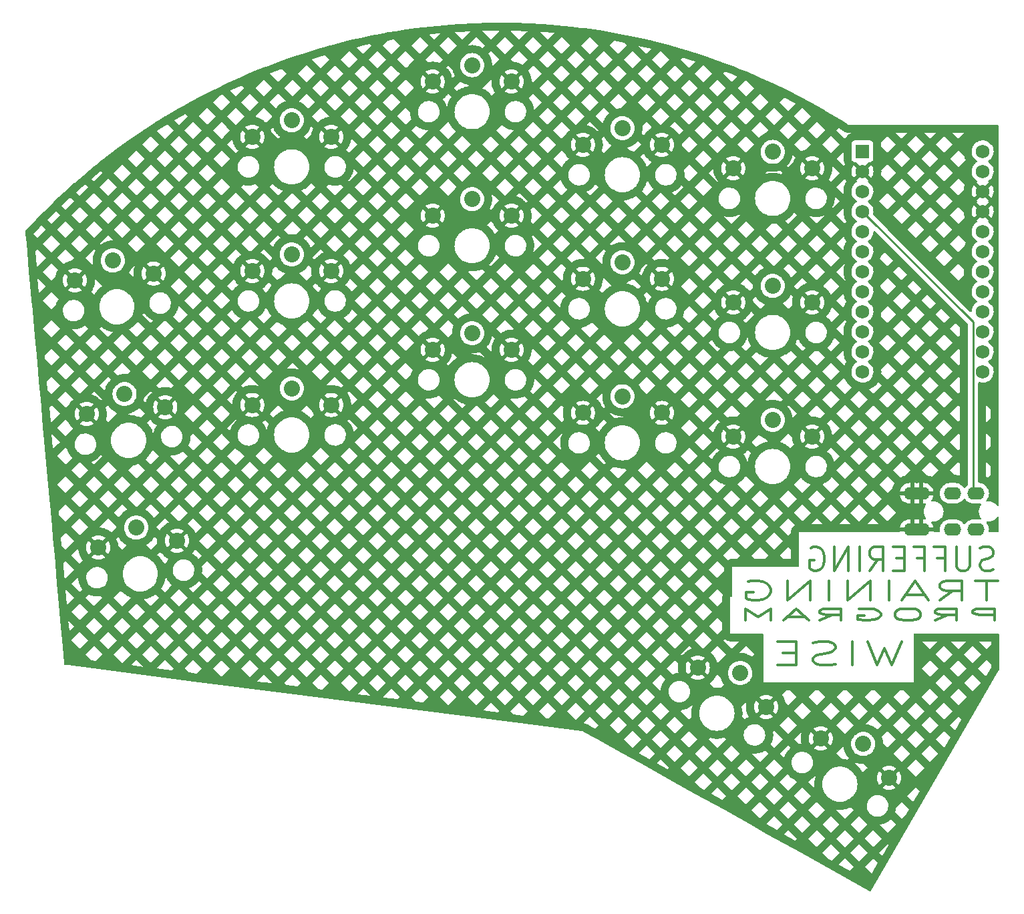
<source format=gbr>
G04 #@! TF.GenerationSoftware,KiCad,Pcbnew,(5.99.0-13010-g08938463f1)*
G04 #@! TF.CreationDate,2022-03-17T12:01:58-05:00*
G04 #@! TF.ProjectId,om,6f6d2e6b-6963-4616-945f-706362585858,v1.0.0*
G04 #@! TF.SameCoordinates,Original*
G04 #@! TF.FileFunction,Copper,L2,Bot*
G04 #@! TF.FilePolarity,Positive*
%FSLAX46Y46*%
G04 Gerber Fmt 4.6, Leading zero omitted, Abs format (unit mm)*
G04 Created by KiCad (PCBNEW (5.99.0-13010-g08938463f1)) date 2022-03-17 12:01:58*
%MOMM*%
%LPD*%
G01*
G04 APERTURE LIST*
%ADD10C,0.300000*%
G04 #@! TA.AperFunction,NonConductor*
%ADD11C,0.300000*%
G04 #@! TD*
G04 #@! TA.AperFunction,ComponentPad*
%ADD12C,2.032000*%
G04 #@! TD*
G04 #@! TA.AperFunction,ComponentPad*
%ADD13O,2.200000X1.600000*%
G04 #@! TD*
G04 #@! TA.AperFunction,ComponentPad*
%ADD14R,1.752600X1.752600*%
G04 #@! TD*
G04 #@! TA.AperFunction,ComponentPad*
%ADD15C,1.752600*%
G04 #@! TD*
G04 #@! TA.AperFunction,Conductor*
%ADD16C,0.250000*%
G04 #@! TD*
G04 APERTURE END LIST*
D10*
D11*
X230976190Y-157357142D02*
X229785714Y-160357142D01*
X228833333Y-158214285D01*
X227880952Y-160357142D01*
X226690476Y-157357142D01*
X224785714Y-160357142D02*
X224785714Y-157357142D01*
X222642857Y-160214285D02*
X221928571Y-160357142D01*
X220738095Y-160357142D01*
X220261904Y-160214285D01*
X220023809Y-160071428D01*
X219785714Y-159785714D01*
X219785714Y-159500000D01*
X220023809Y-159214285D01*
X220261904Y-159071428D01*
X220738095Y-158928571D01*
X221690476Y-158785714D01*
X222166666Y-158642857D01*
X222404761Y-158500000D01*
X222642857Y-158214285D01*
X222642857Y-157928571D01*
X222404761Y-157642857D01*
X222166666Y-157500000D01*
X221690476Y-157357142D01*
X220500000Y-157357142D01*
X219785714Y-157500000D01*
X217642857Y-158785714D02*
X215976190Y-158785714D01*
X215261904Y-160357142D02*
X217642857Y-160357142D01*
X217642857Y-157357142D01*
X215261904Y-157357142D01*
D10*
D11*
X242642857Y-148214285D02*
X242214285Y-148357142D01*
X241500000Y-148357142D01*
X241214285Y-148214285D01*
X241071428Y-148071428D01*
X240928571Y-147785714D01*
X240928571Y-147500000D01*
X241071428Y-147214285D01*
X241214285Y-147071428D01*
X241500000Y-146928571D01*
X242071428Y-146785714D01*
X242357142Y-146642857D01*
X242500000Y-146500000D01*
X242642857Y-146214285D01*
X242642857Y-145928571D01*
X242500000Y-145642857D01*
X242357142Y-145500000D01*
X242071428Y-145357142D01*
X241357142Y-145357142D01*
X240928571Y-145500000D01*
X239642857Y-145357142D02*
X239642857Y-147785714D01*
X239500000Y-148071428D01*
X239357142Y-148214285D01*
X239071428Y-148357142D01*
X238500000Y-148357142D01*
X238214285Y-148214285D01*
X238071428Y-148071428D01*
X237928571Y-147785714D01*
X237928571Y-145357142D01*
X235500000Y-146785714D02*
X236500000Y-146785714D01*
X236500000Y-148357142D02*
X236500000Y-145357142D01*
X235071428Y-145357142D01*
X232928571Y-146785714D02*
X233928571Y-146785714D01*
X233928571Y-148357142D02*
X233928571Y-145357142D01*
X232500000Y-145357142D01*
X231357142Y-146785714D02*
X230357142Y-146785714D01*
X229928571Y-148357142D02*
X231357142Y-148357142D01*
X231357142Y-145357142D01*
X229928571Y-145357142D01*
X226928571Y-148357142D02*
X227928571Y-146928571D01*
X228642857Y-148357142D02*
X228642857Y-145357142D01*
X227500000Y-145357142D01*
X227214285Y-145500000D01*
X227071428Y-145642857D01*
X226928571Y-145928571D01*
X226928571Y-146357142D01*
X227071428Y-146642857D01*
X227214285Y-146785714D01*
X227500000Y-146928571D01*
X228642857Y-146928571D01*
X225642857Y-148357142D02*
X225642857Y-145357142D01*
X224214285Y-148357142D02*
X224214285Y-145357142D01*
X222500000Y-148357142D01*
X222500000Y-145357142D01*
X219500000Y-145500000D02*
X219785714Y-145357142D01*
X220214285Y-145357142D01*
X220642857Y-145500000D01*
X220928571Y-145785714D01*
X221071428Y-146071428D01*
X221214285Y-146642857D01*
X221214285Y-147071428D01*
X221071428Y-147642857D01*
X220928571Y-147928571D01*
X220642857Y-148214285D01*
X220214285Y-148357142D01*
X219928571Y-148357142D01*
X219500000Y-148214285D01*
X219357142Y-148071428D01*
X219357142Y-147071428D01*
X219928571Y-147071428D01*
D10*
D11*
X242771428Y-154678571D02*
X242771428Y-153178571D01*
X240942857Y-153178571D01*
X240485714Y-153250000D01*
X240257142Y-153321428D01*
X240028571Y-153464285D01*
X240028571Y-153678571D01*
X240257142Y-153821428D01*
X240485714Y-153892857D01*
X240942857Y-153964285D01*
X242771428Y-153964285D01*
X235228571Y-154678571D02*
X236828571Y-153964285D01*
X237971428Y-154678571D02*
X237971428Y-153178571D01*
X236142857Y-153178571D01*
X235685714Y-153250000D01*
X235457142Y-153321428D01*
X235228571Y-153464285D01*
X235228571Y-153678571D01*
X235457142Y-153821428D01*
X235685714Y-153892857D01*
X236142857Y-153964285D01*
X237971428Y-153964285D01*
X232257142Y-153178571D02*
X231342857Y-153178571D01*
X230885714Y-153250000D01*
X230428571Y-153392857D01*
X230200000Y-153678571D01*
X230200000Y-154178571D01*
X230428571Y-154464285D01*
X230885714Y-154607142D01*
X231342857Y-154678571D01*
X232257142Y-154678571D01*
X232714285Y-154607142D01*
X233171428Y-154464285D01*
X233400000Y-154178571D01*
X233400000Y-153678571D01*
X233171428Y-153392857D01*
X232714285Y-153250000D01*
X232257142Y-153178571D01*
X225628571Y-153250000D02*
X226085714Y-153178571D01*
X226771428Y-153178571D01*
X227457142Y-153250000D01*
X227914285Y-153392857D01*
X228142857Y-153535714D01*
X228371428Y-153821428D01*
X228371428Y-154035714D01*
X228142857Y-154321428D01*
X227914285Y-154464285D01*
X227457142Y-154607142D01*
X226771428Y-154678571D01*
X226314285Y-154678571D01*
X225628571Y-154607142D01*
X225400000Y-154535714D01*
X225400000Y-154035714D01*
X226314285Y-154035714D01*
X220600000Y-154678571D02*
X222200000Y-153964285D01*
X223342857Y-154678571D02*
X223342857Y-153178571D01*
X221514285Y-153178571D01*
X221057142Y-153250000D01*
X220828571Y-153321428D01*
X220600000Y-153464285D01*
X220600000Y-153678571D01*
X220828571Y-153821428D01*
X221057142Y-153892857D01*
X221514285Y-153964285D01*
X223342857Y-153964285D01*
X218771428Y-154250000D02*
X216485714Y-154250000D01*
X219228571Y-154678571D02*
X217628571Y-153178571D01*
X216028571Y-154678571D01*
X214428571Y-154678571D02*
X214428571Y-153178571D01*
X212828571Y-154250000D01*
X211228571Y-153178571D01*
X211228571Y-154678571D01*
D10*
D11*
X243190476Y-149630952D02*
X240333333Y-149630952D01*
X241761904Y-152130952D02*
X241761904Y-149630952D01*
X235809523Y-152130952D02*
X237476190Y-150940476D01*
X238666666Y-152130952D02*
X238666666Y-149630952D01*
X236761904Y-149630952D01*
X236285714Y-149750000D01*
X236047619Y-149869047D01*
X235809523Y-150107142D01*
X235809523Y-150464285D01*
X236047619Y-150702380D01*
X236285714Y-150821428D01*
X236761904Y-150940476D01*
X238666666Y-150940476D01*
X233904761Y-151416666D02*
X231523809Y-151416666D01*
X234380952Y-152130952D02*
X232714285Y-149630952D01*
X231047619Y-152130952D01*
X229380952Y-152130952D02*
X229380952Y-149630952D01*
X227000000Y-152130952D02*
X227000000Y-149630952D01*
X224142857Y-152130952D01*
X224142857Y-149630952D01*
X221761904Y-152130952D02*
X221761904Y-149630952D01*
X219380952Y-152130952D02*
X219380952Y-149630952D01*
X216523809Y-152130952D01*
X216523809Y-149630952D01*
X211523809Y-149750000D02*
X212000000Y-149630952D01*
X212714285Y-149630952D01*
X213428571Y-149750000D01*
X213904761Y-149988095D01*
X214142857Y-150226190D01*
X214380952Y-150702380D01*
X214380952Y-151059523D01*
X214142857Y-151535714D01*
X213904761Y-151773809D01*
X213428571Y-152011904D01*
X212714285Y-152130952D01*
X212238095Y-152130952D01*
X211523809Y-152011904D01*
X211285714Y-151892857D01*
X211285714Y-151059523D01*
X212238095Y-151059523D01*
D12*
X209650000Y-114350000D03*
X219650000Y-114350000D03*
X214650000Y-112250000D03*
X214650000Y-112250000D03*
X209650000Y-131350000D03*
X219650000Y-131350000D03*
X214650000Y-129250000D03*
X214650000Y-129250000D03*
X190600000Y-94350000D03*
X200600000Y-94350000D03*
X195600000Y-92250000D03*
X195600000Y-92250000D03*
X139142298Y-144550740D03*
X129180351Y-145422298D03*
X133978297Y-142894510D03*
X133978297Y-142894510D03*
X181550000Y-86350000D03*
X171550000Y-86350000D03*
X176550000Y-84250000D03*
X176550000Y-84250000D03*
X200600000Y-128350001D03*
X190600000Y-128350001D03*
X195600000Y-126250001D03*
X195600000Y-126250001D03*
X219650000Y-97350000D03*
X209650000Y-97350000D03*
X214650000Y-95250000D03*
X214650000Y-95250000D03*
X148690000Y-127350000D03*
X158690000Y-127350000D03*
X153690000Y-125250000D03*
X153690000Y-125250000D03*
X181550000Y-103350000D03*
X171550000Y-103350000D03*
X176550000Y-101250000D03*
X176550000Y-101250000D03*
D13*
X232350000Y-138550000D03*
X232350000Y-143150000D03*
X233450000Y-138550000D03*
X233450000Y-143150000D03*
X237450000Y-138550000D03*
X237450000Y-143150000D03*
X240450000Y-138550000D03*
X240450000Y-143150000D03*
D12*
X200600000Y-111350000D03*
X190600000Y-111350000D03*
X195600000Y-109250000D03*
X195600000Y-109250000D03*
X126217056Y-111551678D03*
X136179003Y-110680120D03*
X131015002Y-109023890D03*
X131015002Y-109023890D03*
X171550000Y-120350000D03*
X181550000Y-120350000D03*
X176550000Y-118250000D03*
X176550000Y-118250000D03*
X205153901Y-160652350D03*
X213814155Y-165652350D03*
X210534028Y-161333697D03*
X210534028Y-161333697D03*
X158690000Y-93350000D03*
X148690000Y-93350000D03*
X153690000Y-91250000D03*
X153690000Y-91250000D03*
X148690000Y-110350000D03*
X158690000Y-110350000D03*
X153690000Y-108250000D03*
X153690000Y-108250000D03*
D14*
X226030000Y-95180000D03*
D15*
X226030000Y-97720000D03*
X226030000Y-100260000D03*
X226030000Y-102800000D03*
X226030000Y-105340000D03*
X226030000Y-107880000D03*
X226030000Y-110420000D03*
X226030000Y-112960000D03*
X226030000Y-115500000D03*
X226030000Y-118040000D03*
X226030000Y-120580000D03*
X226030000Y-123120000D03*
X241270000Y-95180000D03*
X241270000Y-97720000D03*
X241270000Y-100260000D03*
X241270000Y-102800000D03*
X241270000Y-105340000D03*
X241270000Y-107880000D03*
X241270000Y-110420000D03*
X241270000Y-112960000D03*
X241270000Y-115500000D03*
X241270000Y-118040000D03*
X241270000Y-120580000D03*
X241270000Y-123120000D03*
D12*
X127698703Y-128486988D03*
X137660650Y-127615430D03*
X132496649Y-125959200D03*
X132496649Y-125959200D03*
X229402612Y-174652350D03*
X220742358Y-169652350D03*
X226122485Y-170333697D03*
X226122485Y-170333697D03*
D16*
X240069189Y-138169189D02*
X240069189Y-116839189D01*
X240069189Y-116839189D02*
X226030000Y-102800000D01*
X240450000Y-138550000D02*
X240069189Y-138169189D01*
G04 #@! TA.AperFunction,Conductor*
G36*
X180178712Y-78868047D02*
G01*
X181182283Y-78880103D01*
X181963396Y-78889487D01*
X181966089Y-78889548D01*
X183749932Y-78950014D01*
X183752660Y-78950136D01*
X185534681Y-79049596D01*
X185537346Y-79049773D01*
X187316852Y-79188186D01*
X187319585Y-79188430D01*
X189095597Y-79365723D01*
X189098257Y-79366019D01*
X190376004Y-79521862D01*
X190869927Y-79582105D01*
X190872658Y-79582468D01*
X192639221Y-79837254D01*
X192641945Y-79837678D01*
X194402407Y-80131019D01*
X194405120Y-80131501D01*
X196158835Y-80463289D01*
X196161537Y-80463831D01*
X197907552Y-80833887D01*
X197910235Y-80834487D01*
X199472002Y-81201357D01*
X199647701Y-81242630D01*
X199650367Y-81243286D01*
X201378595Y-81689357D01*
X201381204Y-81690061D01*
X203099227Y-82173808D01*
X203101818Y-82174568D01*
X203971374Y-82440068D01*
X204808862Y-82695777D01*
X204811488Y-82696611D01*
X206506630Y-83254994D01*
X206509238Y-83255884D01*
X208191857Y-83851239D01*
X208194445Y-83852187D01*
X209863620Y-84484190D01*
X209866130Y-84485172D01*
X210343127Y-84677808D01*
X211521084Y-85153528D01*
X211523628Y-85154588D01*
X212444901Y-85550293D01*
X213163553Y-85858969D01*
X213166039Y-85860068D01*
X214790184Y-86600153D01*
X214792670Y-86601319D01*
X216400257Y-87376753D01*
X216402677Y-87377953D01*
X216872852Y-87617559D01*
X217992893Y-88188344D01*
X217995335Y-88189622D01*
X219567443Y-89034595D01*
X219569856Y-89035926D01*
X221123130Y-89915088D01*
X221125513Y-89916472D01*
X221461844Y-90116673D01*
X222659170Y-90829383D01*
X222661464Y-90830782D01*
X223363295Y-91269614D01*
X224135776Y-91752621D01*
X224152453Y-91765076D01*
X224167907Y-91778745D01*
X224168083Y-91778828D01*
X224168228Y-91778956D01*
X224234024Y-91809848D01*
X224299580Y-91840686D01*
X224299771Y-91840716D01*
X224299948Y-91840799D01*
X224371898Y-91852002D01*
X224443345Y-91863181D01*
X224475113Y-91859051D01*
X224491357Y-91858000D01*
X243166454Y-91858000D01*
X243234575Y-91878002D01*
X243281068Y-91931658D01*
X243292454Y-91983910D01*
X243308648Y-114574382D01*
X243326809Y-139907552D01*
X243326932Y-140079810D01*
X243306979Y-140147945D01*
X243253356Y-140194476D01*
X243183090Y-140204630D01*
X243118488Y-140175184D01*
X243097719Y-140152171D01*
X243020908Y-140042473D01*
X243020906Y-140042470D01*
X243017749Y-140037962D01*
X242862038Y-139882251D01*
X242828386Y-139858687D01*
X242782759Y-139826739D01*
X242681654Y-139755944D01*
X242482076Y-139662880D01*
X242269371Y-139605885D01*
X242050000Y-139586693D01*
X242044525Y-139587172D01*
X241861051Y-139603223D01*
X241791446Y-139589233D01*
X241740454Y-139539834D01*
X241724264Y-139470708D01*
X241748017Y-139403802D01*
X241752705Y-139397793D01*
X241756198Y-139394300D01*
X241887523Y-139206749D01*
X241889846Y-139201767D01*
X241889849Y-139201762D01*
X241981961Y-139004225D01*
X241981961Y-139004224D01*
X241984284Y-138999243D01*
X242032970Y-138817548D01*
X242042119Y-138783402D01*
X242042119Y-138783400D01*
X242043543Y-138778087D01*
X242063498Y-138550000D01*
X242043543Y-138321913D01*
X242033244Y-138283478D01*
X241985707Y-138106067D01*
X241985706Y-138106065D01*
X241984284Y-138100757D01*
X241889966Y-137898489D01*
X241889849Y-137898238D01*
X241889846Y-137898233D01*
X241887523Y-137893251D01*
X241801088Y-137769809D01*
X241759357Y-137710211D01*
X241759355Y-137710208D01*
X241756198Y-137705700D01*
X241594300Y-137543802D01*
X241589792Y-137540645D01*
X241589789Y-137540643D01*
X241481711Y-137464966D01*
X241406749Y-137412477D01*
X241401767Y-137410154D01*
X241401762Y-137410151D01*
X241204225Y-137318039D01*
X241204224Y-137318039D01*
X241199243Y-137315716D01*
X241193935Y-137314294D01*
X241193933Y-137314293D01*
X240983402Y-137257881D01*
X240983400Y-137257881D01*
X240978087Y-137256457D01*
X240972611Y-137255978D01*
X240972606Y-137255977D01*
X240875834Y-137247511D01*
X240817707Y-137242426D01*
X240751589Y-137216563D01*
X240709950Y-137159059D01*
X240702689Y-137116905D01*
X240702689Y-136438180D01*
X241716689Y-136438180D01*
X241835282Y-136493480D01*
X241840212Y-136495911D01*
X241899185Y-136526610D01*
X241904006Y-136529255D01*
X241923027Y-136540237D01*
X241927727Y-136543089D01*
X241936664Y-136548782D01*
X242310133Y-136175313D01*
X242309347Y-135081038D01*
X241777832Y-134549523D01*
X241716689Y-134610666D01*
X241716689Y-136438180D01*
X240702689Y-136438180D01*
X240702689Y-133054369D01*
X241716689Y-133054369D01*
X241777832Y-133115512D01*
X242307559Y-132585785D01*
X242306771Y-131486359D01*
X241777832Y-130957420D01*
X241716689Y-131018563D01*
X241716689Y-133054369D01*
X240702689Y-133054369D01*
X240702689Y-129462266D01*
X241716689Y-129462266D01*
X241777832Y-129523409D01*
X242304986Y-128996255D01*
X242304194Y-127891680D01*
X241777832Y-127365318D01*
X241716689Y-127426461D01*
X241716689Y-129462266D01*
X240702689Y-129462266D01*
X240702689Y-124568763D01*
X240722691Y-124500642D01*
X240776347Y-124454149D01*
X240846621Y-124444045D01*
X240873638Y-124451053D01*
X240882329Y-124454372D01*
X240887395Y-124455403D01*
X240887396Y-124455403D01*
X240939630Y-124466030D01*
X241105472Y-124499771D01*
X241233288Y-124504458D01*
X241327870Y-124507927D01*
X241327875Y-124507927D01*
X241333034Y-124508116D01*
X241338154Y-124507460D01*
X241338156Y-124507460D01*
X241410344Y-124498212D01*
X241558903Y-124479181D01*
X241563852Y-124477696D01*
X241563858Y-124477695D01*
X241700610Y-124436667D01*
X241777013Y-124413745D01*
X241793562Y-124405638D01*
X241976865Y-124315838D01*
X241981507Y-124313564D01*
X241985711Y-124310566D01*
X241985715Y-124310563D01*
X242082675Y-124241402D01*
X242166893Y-124181330D01*
X242328193Y-124020592D01*
X242333764Y-124012840D01*
X242458055Y-123839869D01*
X242461073Y-123835669D01*
X242520503Y-123715423D01*
X242559673Y-123636168D01*
X242559674Y-123636166D01*
X242561967Y-123631526D01*
X242628164Y-123413646D01*
X242640462Y-123320234D01*
X242657450Y-123191201D01*
X242657451Y-123191194D01*
X242657887Y-123187879D01*
X242658661Y-123156209D01*
X242659464Y-123123365D01*
X242659464Y-123123360D01*
X242659546Y-123120000D01*
X242649330Y-122995743D01*
X242641311Y-122898202D01*
X242641310Y-122898196D01*
X242640887Y-122893051D01*
X242585413Y-122672197D01*
X242583354Y-122667461D01*
X242496672Y-122468106D01*
X242496670Y-122468103D01*
X242494612Y-122463369D01*
X242370923Y-122272175D01*
X242217668Y-122103750D01*
X242038963Y-121962618D01*
X242032335Y-121958959D01*
X242031651Y-121958269D01*
X242030131Y-121957259D01*
X242030339Y-121956945D01*
X241982363Y-121908533D01*
X241967585Y-121839091D01*
X241992696Y-121772684D01*
X242020054Y-121746069D01*
X242162689Y-121644329D01*
X242162691Y-121644327D01*
X242166893Y-121641330D01*
X242328193Y-121480592D01*
X242406085Y-121372194D01*
X242458055Y-121299869D01*
X242461073Y-121295669D01*
X242466946Y-121283787D01*
X242559673Y-121096168D01*
X242559674Y-121096166D01*
X242561967Y-121091526D01*
X242628164Y-120873646D01*
X242634309Y-120826971D01*
X242657450Y-120651201D01*
X242657451Y-120651194D01*
X242657887Y-120647879D01*
X242658949Y-120604419D01*
X242659464Y-120583365D01*
X242659464Y-120583360D01*
X242659546Y-120580000D01*
X242650135Y-120465539D01*
X242641311Y-120358202D01*
X242641310Y-120358196D01*
X242640887Y-120353051D01*
X242604501Y-120208191D01*
X242586672Y-120137208D01*
X242586671Y-120137204D01*
X242585413Y-120132197D01*
X242583354Y-120127461D01*
X242496672Y-119928106D01*
X242496670Y-119928103D01*
X242494612Y-119923369D01*
X242383963Y-119752331D01*
X242373731Y-119736515D01*
X242373729Y-119736512D01*
X242370923Y-119732175D01*
X242217668Y-119563750D01*
X242038963Y-119422618D01*
X242032335Y-119418959D01*
X242031651Y-119418269D01*
X242030131Y-119417259D01*
X242030339Y-119416945D01*
X241982363Y-119368533D01*
X241967585Y-119299091D01*
X241992696Y-119232684D01*
X242020054Y-119206069D01*
X242162689Y-119104329D01*
X242162691Y-119104327D01*
X242166893Y-119101330D01*
X242328193Y-118940592D01*
X242394797Y-118847903D01*
X242458055Y-118759869D01*
X242461073Y-118755669D01*
X242472263Y-118733029D01*
X242559673Y-118556168D01*
X242559674Y-118556166D01*
X242561967Y-118551526D01*
X242628164Y-118333646D01*
X242636858Y-118267607D01*
X242657450Y-118111201D01*
X242657451Y-118111194D01*
X242657887Y-118107879D01*
X242658949Y-118064419D01*
X242659464Y-118043365D01*
X242659464Y-118043360D01*
X242659546Y-118040000D01*
X242650198Y-117926297D01*
X242641311Y-117818202D01*
X242641310Y-117818196D01*
X242640887Y-117813051D01*
X242611059Y-117694301D01*
X242586672Y-117597208D01*
X242586671Y-117597204D01*
X242585413Y-117592197D01*
X242579166Y-117577829D01*
X242496672Y-117388106D01*
X242496670Y-117388103D01*
X242494612Y-117383369D01*
X242395331Y-117229904D01*
X242373731Y-117196515D01*
X242373729Y-117196512D01*
X242370923Y-117192175D01*
X242217668Y-117023750D01*
X242038963Y-116882618D01*
X242032335Y-116878959D01*
X242031651Y-116878269D01*
X242030131Y-116877259D01*
X242030339Y-116876945D01*
X241982363Y-116828533D01*
X241967585Y-116759091D01*
X241992696Y-116692684D01*
X242020054Y-116666069D01*
X242162689Y-116564329D01*
X242162691Y-116564327D01*
X242166893Y-116561330D01*
X242328193Y-116400592D01*
X242341288Y-116382369D01*
X242458055Y-116219869D01*
X242461073Y-116215669D01*
X242465672Y-116206365D01*
X242559673Y-116016168D01*
X242559674Y-116016166D01*
X242561967Y-116011526D01*
X242615710Y-115834637D01*
X242626662Y-115798590D01*
X242626662Y-115798589D01*
X242628164Y-115793646D01*
X242632348Y-115761866D01*
X242657450Y-115571201D01*
X242657451Y-115571194D01*
X242657887Y-115567879D01*
X242658528Y-115541662D01*
X242659464Y-115503365D01*
X242659464Y-115503360D01*
X242659546Y-115500000D01*
X242650631Y-115391564D01*
X242641311Y-115278202D01*
X242641310Y-115278196D01*
X242640887Y-115273051D01*
X242607788Y-115141276D01*
X242586672Y-115057208D01*
X242586671Y-115057204D01*
X242585413Y-115052197D01*
X242583354Y-115047461D01*
X242496672Y-114848106D01*
X242496670Y-114848103D01*
X242494612Y-114843369D01*
X242405532Y-114705672D01*
X242373731Y-114656515D01*
X242373729Y-114656512D01*
X242370923Y-114652175D01*
X242217668Y-114483750D01*
X242038963Y-114342618D01*
X242032335Y-114338959D01*
X242031651Y-114338269D01*
X242030131Y-114337259D01*
X242030339Y-114336945D01*
X241982363Y-114288533D01*
X241967585Y-114219091D01*
X241992696Y-114152684D01*
X242020054Y-114126069D01*
X242162689Y-114024329D01*
X242162691Y-114024327D01*
X242166893Y-114021330D01*
X242328193Y-113860592D01*
X242332086Y-113855175D01*
X242458055Y-113679869D01*
X242461073Y-113675669D01*
X242466946Y-113663787D01*
X242559673Y-113476168D01*
X242559674Y-113476166D01*
X242561967Y-113471526D01*
X242628164Y-113253646D01*
X242637511Y-113182648D01*
X242657450Y-113031201D01*
X242657451Y-113031194D01*
X242657887Y-113027879D01*
X242658527Y-113001680D01*
X242659464Y-112963365D01*
X242659464Y-112963360D01*
X242659546Y-112960000D01*
X242651347Y-112860280D01*
X242641311Y-112738202D01*
X242641310Y-112738196D01*
X242640887Y-112733051D01*
X242603249Y-112583204D01*
X242586672Y-112517208D01*
X242586671Y-112517204D01*
X242585413Y-112512197D01*
X242577516Y-112494035D01*
X242496672Y-112308106D01*
X242496670Y-112308103D01*
X242494612Y-112303369D01*
X242399465Y-112156294D01*
X242373731Y-112116515D01*
X242373729Y-112116512D01*
X242370923Y-112112175D01*
X242217668Y-111943750D01*
X242038963Y-111802618D01*
X242032335Y-111798959D01*
X242031651Y-111798269D01*
X242030131Y-111797259D01*
X242030339Y-111796945D01*
X241982363Y-111748533D01*
X241967585Y-111679091D01*
X241992696Y-111612684D01*
X242020054Y-111586069D01*
X242162689Y-111484329D01*
X242162691Y-111484327D01*
X242166893Y-111481330D01*
X242328193Y-111320592D01*
X242334895Y-111311266D01*
X242458055Y-111139869D01*
X242461073Y-111135669D01*
X242466946Y-111123787D01*
X242559673Y-110936168D01*
X242559674Y-110936166D01*
X242561967Y-110931526D01*
X242628164Y-110713646D01*
X242629635Y-110702475D01*
X242657450Y-110491201D01*
X242657451Y-110491194D01*
X242657887Y-110487879D01*
X242657983Y-110483942D01*
X242659464Y-110423365D01*
X242659464Y-110423360D01*
X242659546Y-110420000D01*
X242651054Y-110316709D01*
X242641311Y-110198202D01*
X242641310Y-110198196D01*
X242640887Y-110193051D01*
X242604138Y-110046744D01*
X242586672Y-109977208D01*
X242586671Y-109977204D01*
X242585413Y-109972197D01*
X242583354Y-109967461D01*
X242496672Y-109768106D01*
X242496670Y-109768103D01*
X242494612Y-109763369D01*
X242395362Y-109609952D01*
X242373731Y-109576515D01*
X242373729Y-109576512D01*
X242370923Y-109572175D01*
X242217668Y-109403750D01*
X242038963Y-109262618D01*
X242032335Y-109258959D01*
X242031651Y-109258269D01*
X242030131Y-109257259D01*
X242030339Y-109256945D01*
X241982363Y-109208533D01*
X241967585Y-109139091D01*
X241992696Y-109072684D01*
X242020054Y-109046069D01*
X242162689Y-108944329D01*
X242162691Y-108944327D01*
X242166893Y-108941330D01*
X242328193Y-108780592D01*
X242340379Y-108763634D01*
X242458055Y-108599869D01*
X242461073Y-108595669D01*
X242482984Y-108551337D01*
X242559673Y-108396168D01*
X242559674Y-108396166D01*
X242561967Y-108391526D01*
X242628164Y-108173646D01*
X242634007Y-108129266D01*
X242657450Y-107951201D01*
X242657451Y-107951194D01*
X242657887Y-107947879D01*
X242658151Y-107937067D01*
X242659464Y-107883365D01*
X242659464Y-107883360D01*
X242659546Y-107880000D01*
X242651114Y-107777447D01*
X242641311Y-107658202D01*
X242641310Y-107658196D01*
X242640887Y-107653051D01*
X242601204Y-107495064D01*
X242586672Y-107437208D01*
X242586671Y-107437204D01*
X242585413Y-107432197D01*
X242577707Y-107414474D01*
X242496672Y-107228106D01*
X242496670Y-107228103D01*
X242494612Y-107223369D01*
X242393398Y-107066916D01*
X242373731Y-107036515D01*
X242373729Y-107036512D01*
X242370923Y-107032175D01*
X242217668Y-106863750D01*
X242038963Y-106722618D01*
X242032335Y-106718959D01*
X242031651Y-106718269D01*
X242030131Y-106717259D01*
X242030339Y-106716945D01*
X241982363Y-106668533D01*
X241967585Y-106599091D01*
X241992696Y-106532684D01*
X242020054Y-106506069D01*
X242162689Y-106404329D01*
X242162691Y-106404327D01*
X242166893Y-106401330D01*
X242328193Y-106240592D01*
X242356207Y-106201607D01*
X242458055Y-106059869D01*
X242461073Y-106055669D01*
X242466946Y-106043787D01*
X242559673Y-105856168D01*
X242559674Y-105856166D01*
X242561967Y-105851526D01*
X242607181Y-105702711D01*
X242626662Y-105638590D01*
X242626662Y-105638589D01*
X242628164Y-105633646D01*
X242640971Y-105536366D01*
X242657450Y-105411201D01*
X242657451Y-105411194D01*
X242657887Y-105407879D01*
X242659546Y-105340000D01*
X242650541Y-105230472D01*
X242641311Y-105118202D01*
X242641310Y-105118196D01*
X242640887Y-105113051D01*
X242596045Y-104934524D01*
X242586672Y-104897208D01*
X242586671Y-104897204D01*
X242585413Y-104892197D01*
X242583354Y-104887461D01*
X242496672Y-104688106D01*
X242496670Y-104688103D01*
X242494612Y-104683369D01*
X242370923Y-104492175D01*
X242217668Y-104323750D01*
X242038963Y-104182618D01*
X242031849Y-104178691D01*
X242031006Y-104177840D01*
X242030131Y-104177259D01*
X242030251Y-104177078D01*
X241981876Y-104128261D01*
X241967100Y-104058819D01*
X241992214Y-103992413D01*
X242019568Y-103965802D01*
X242038103Y-103952581D01*
X242046504Y-103941881D01*
X242039515Y-103928725D01*
X241282812Y-103172022D01*
X241268868Y-103164408D01*
X241267035Y-103164539D01*
X241260420Y-103168790D01*
X240497510Y-103931700D01*
X240490750Y-103944080D01*
X240496031Y-103951134D01*
X240510698Y-103959705D01*
X240559422Y-104011343D01*
X240572493Y-104081126D01*
X240545762Y-104146898D01*
X240522781Y-104169253D01*
X240351579Y-104297795D01*
X240347444Y-104300900D01*
X240190120Y-104465530D01*
X240187206Y-104469802D01*
X240187205Y-104469803D01*
X240120832Y-104567103D01*
X240061797Y-104653645D01*
X239965921Y-104860192D01*
X239964539Y-104865174D01*
X239964539Y-104865175D01*
X239938279Y-104959865D01*
X239905067Y-105079625D01*
X239880869Y-105306050D01*
X239881166Y-105311202D01*
X239881166Y-105311206D01*
X239885150Y-105380298D01*
X239893977Y-105533387D01*
X239895112Y-105538424D01*
X239895113Y-105538430D01*
X239933758Y-105709911D01*
X239944039Y-105755531D01*
X239945983Y-105760317D01*
X239945984Y-105760322D01*
X240027767Y-105961728D01*
X240029711Y-105966515D01*
X240080102Y-106048745D01*
X240143616Y-106152390D01*
X240148692Y-106160674D01*
X240297786Y-106332793D01*
X240472989Y-106478249D01*
X240477440Y-106480850D01*
X240477450Y-106480857D01*
X240510266Y-106500033D01*
X240558989Y-106551672D01*
X240572059Y-106621455D01*
X240545326Y-106687227D01*
X240522353Y-106709575D01*
X240347444Y-106840900D01*
X240343872Y-106844638D01*
X240216725Y-106977690D01*
X240190120Y-107005530D01*
X240187206Y-107009802D01*
X240187205Y-107009803D01*
X240166226Y-107040557D01*
X240061797Y-107193645D01*
X239965921Y-107400192D01*
X239964539Y-107405174D01*
X239964539Y-107405175D01*
X239954664Y-107440782D01*
X239905067Y-107619625D01*
X239880869Y-107846050D01*
X239881166Y-107851202D01*
X239881166Y-107851206D01*
X239883406Y-107890048D01*
X239893977Y-108073387D01*
X239895112Y-108078424D01*
X239895113Y-108078430D01*
X239942901Y-108290482D01*
X239944039Y-108295531D01*
X239945983Y-108300317D01*
X239945984Y-108300322D01*
X240020937Y-108484908D01*
X240029711Y-108506515D01*
X240148692Y-108700674D01*
X240297786Y-108872793D01*
X240472989Y-109018249D01*
X240477440Y-109020850D01*
X240477450Y-109020857D01*
X240510266Y-109040033D01*
X240558989Y-109091672D01*
X240572059Y-109161455D01*
X240545326Y-109227227D01*
X240522353Y-109249575D01*
X240347444Y-109380900D01*
X240299144Y-109431443D01*
X240200423Y-109534749D01*
X240190120Y-109545530D01*
X240187206Y-109549802D01*
X240187205Y-109549803D01*
X240167625Y-109578507D01*
X240061797Y-109733645D01*
X239965921Y-109940192D01*
X239964539Y-109945174D01*
X239964539Y-109945175D01*
X239954923Y-109979850D01*
X239905067Y-110159625D01*
X239880869Y-110386050D01*
X239881166Y-110391202D01*
X239881166Y-110391206D01*
X239884704Y-110452555D01*
X239893977Y-110613387D01*
X239895112Y-110618424D01*
X239895113Y-110618430D01*
X239929223Y-110769786D01*
X239944039Y-110835531D01*
X239945983Y-110840317D01*
X239945984Y-110840322D01*
X240023532Y-111031299D01*
X240029711Y-111046515D01*
X240148692Y-111240674D01*
X240297786Y-111412793D01*
X240429700Y-111522310D01*
X240468646Y-111554643D01*
X240472989Y-111558249D01*
X240477440Y-111560850D01*
X240477450Y-111560857D01*
X240510266Y-111580033D01*
X240558989Y-111631672D01*
X240572059Y-111701455D01*
X240545326Y-111767227D01*
X240522353Y-111789575D01*
X240347444Y-111920900D01*
X240333814Y-111935163D01*
X240201673Y-112073441D01*
X240190120Y-112085530D01*
X240187206Y-112089802D01*
X240187205Y-112089803D01*
X240145757Y-112150564D01*
X240061797Y-112273645D01*
X239965921Y-112480192D01*
X239964539Y-112485174D01*
X239964539Y-112485175D01*
X239958359Y-112507461D01*
X239905067Y-112699625D01*
X239880869Y-112926050D01*
X239881166Y-112931202D01*
X239881166Y-112931206D01*
X239884887Y-112995743D01*
X239893977Y-113153387D01*
X239895112Y-113158424D01*
X239895113Y-113158430D01*
X239933227Y-113327556D01*
X239944039Y-113375531D01*
X239945983Y-113380317D01*
X239945984Y-113380322D01*
X240027767Y-113581728D01*
X240029711Y-113586515D01*
X240148692Y-113780674D01*
X240297786Y-113952793D01*
X240472989Y-114098249D01*
X240477440Y-114100850D01*
X240477450Y-114100857D01*
X240510266Y-114120033D01*
X240558989Y-114171672D01*
X240572059Y-114241455D01*
X240545326Y-114307227D01*
X240522353Y-114329575D01*
X240347444Y-114460900D01*
X240331950Y-114477114D01*
X240200401Y-114614772D01*
X240190120Y-114625530D01*
X240187206Y-114629802D01*
X240187205Y-114629803D01*
X240125895Y-114719680D01*
X240061797Y-114813645D01*
X239965921Y-115020192D01*
X239964539Y-115025174D01*
X239964539Y-115025175D01*
X239960581Y-115039447D01*
X239905067Y-115239625D01*
X239904518Y-115244760D01*
X239904518Y-115244761D01*
X239880982Y-115464990D01*
X239853854Y-115530599D01*
X239795561Y-115571127D01*
X239724612Y-115573706D01*
X239666600Y-115540695D01*
X234609756Y-110483851D01*
X237106684Y-110483851D01*
X238185729Y-111562897D01*
X238906170Y-110842456D01*
X238904785Y-110836310D01*
X238903752Y-110831245D01*
X238892528Y-110769786D01*
X238891705Y-110764688D01*
X238888831Y-110744241D01*
X238888216Y-110739109D01*
X238882062Y-110676909D01*
X238881659Y-110671756D01*
X238868551Y-110444419D01*
X238868359Y-110439258D01*
X238867322Y-110376795D01*
X238867343Y-110371627D01*
X238867847Y-110350985D01*
X238868079Y-110345821D01*
X238872167Y-110283447D01*
X238872610Y-110278298D01*
X238890628Y-110109704D01*
X238185729Y-109404805D01*
X237106684Y-110483851D01*
X234609756Y-110483851D01*
X232813705Y-108687800D01*
X235310632Y-108687800D01*
X236389678Y-109766846D01*
X237468724Y-108687800D01*
X236389678Y-107608754D01*
X235310632Y-108687800D01*
X232813705Y-108687800D01*
X231017654Y-106891749D01*
X233514581Y-106891749D01*
X234593627Y-107970795D01*
X235672673Y-106891749D01*
X237106684Y-106891749D01*
X238185729Y-107970795D01*
X238974020Y-107182504D01*
X238988799Y-107129213D01*
X238990281Y-107124266D01*
X239009423Y-107064819D01*
X239011107Y-107059936D01*
X239018236Y-107040557D01*
X239020121Y-107035740D01*
X239044099Y-106977993D01*
X239046178Y-106973261D01*
X239141320Y-106768294D01*
X238185729Y-105812703D01*
X237106684Y-106891749D01*
X235672673Y-106891749D01*
X234593627Y-105812703D01*
X233514581Y-106891749D01*
X231017654Y-106891749D01*
X229221603Y-105095698D01*
X231718530Y-105095698D01*
X232797576Y-106174744D01*
X233876622Y-105095698D01*
X235310632Y-105095698D01*
X236389678Y-106174744D01*
X237468724Y-105095698D01*
X236389678Y-104016652D01*
X235310632Y-105095698D01*
X233876622Y-105095698D01*
X232797576Y-104016652D01*
X231718530Y-105095698D01*
X229221603Y-105095698D01*
X227425551Y-103299646D01*
X229922479Y-103299646D01*
X231001525Y-104378692D01*
X232080570Y-103299646D01*
X233514581Y-103299646D01*
X234593627Y-104378692D01*
X235672673Y-103299646D01*
X237106684Y-103299646D01*
X238185729Y-104378692D01*
X238995036Y-103569385D01*
X238982049Y-103533212D01*
X238980403Y-103528312D01*
X238974229Y-103508609D01*
X238972785Y-103503648D01*
X238956565Y-103443320D01*
X238955327Y-103438306D01*
X238905283Y-103216243D01*
X238904250Y-103211180D01*
X238893024Y-103149715D01*
X238892200Y-103144614D01*
X238889326Y-103124166D01*
X238888712Y-103119036D01*
X238882558Y-103056840D01*
X238882155Y-103051686D01*
X238873915Y-102908787D01*
X238736347Y-102771219D01*
X239881668Y-102771219D01*
X239894176Y-102988150D01*
X239895612Y-102998370D01*
X239943382Y-103210339D01*
X239946460Y-103220163D01*
X240028215Y-103421502D01*
X240032858Y-103430693D01*
X240117334Y-103568546D01*
X240127790Y-103578006D01*
X240136568Y-103574222D01*
X240897978Y-102812812D01*
X240904356Y-102801132D01*
X241634408Y-102801132D01*
X241634539Y-102802965D01*
X241638790Y-102809580D01*
X242399320Y-103570110D01*
X242411330Y-103576669D01*
X242423069Y-103567701D01*
X242457625Y-103519611D01*
X242462936Y-103510772D01*
X242559206Y-103315983D01*
X242563005Y-103306387D01*
X242626170Y-103098491D01*
X242628349Y-103088410D01*
X242656949Y-102871175D01*
X242657468Y-102864502D01*
X242658962Y-102803365D01*
X242658768Y-102796646D01*
X242640816Y-102578294D01*
X242639131Y-102568114D01*
X242586196Y-102357371D01*
X242582876Y-102347620D01*
X242496229Y-102148343D01*
X242491362Y-102139268D01*
X242422083Y-102032178D01*
X242411398Y-102022975D01*
X242401831Y-102027379D01*
X241642022Y-102787188D01*
X241634408Y-102801132D01*
X240904356Y-102801132D01*
X240905592Y-102798868D01*
X240905461Y-102797035D01*
X240901210Y-102790420D01*
X240140922Y-102030132D01*
X240129386Y-102023832D01*
X240117104Y-102033455D01*
X240065143Y-102109627D01*
X240060058Y-102118578D01*
X239968571Y-102315671D01*
X239965008Y-102325358D01*
X239906942Y-102534736D01*
X239905011Y-102544856D01*
X239881920Y-102760930D01*
X239881668Y-102771219D01*
X238736347Y-102771219D01*
X238185729Y-102220601D01*
X237106684Y-103299646D01*
X235672673Y-103299646D01*
X234593627Y-102220601D01*
X233514581Y-103299646D01*
X232080570Y-103299646D01*
X231001525Y-102220601D01*
X229922479Y-103299646D01*
X227425551Y-103299646D01*
X227402302Y-103276397D01*
X227368276Y-103214085D01*
X227370838Y-103150674D01*
X227386662Y-103098591D01*
X227386663Y-103098586D01*
X227388164Y-103093646D01*
X227396372Y-103031299D01*
X227417450Y-102871201D01*
X227417451Y-102871194D01*
X227417887Y-102867879D01*
X227418949Y-102824419D01*
X227419464Y-102803365D01*
X227419464Y-102803360D01*
X227419546Y-102800000D01*
X227412179Y-102710393D01*
X227401311Y-102578202D01*
X227401310Y-102578196D01*
X227400887Y-102573051D01*
X227365426Y-102431873D01*
X227346672Y-102357208D01*
X227346671Y-102357204D01*
X227345413Y-102352197D01*
X227337732Y-102334531D01*
X227256672Y-102148106D01*
X227256670Y-102148103D01*
X227254612Y-102143369D01*
X227130923Y-101952175D01*
X226977668Y-101783750D01*
X226798963Y-101642618D01*
X226792335Y-101638959D01*
X226791651Y-101638269D01*
X226790131Y-101637259D01*
X226790339Y-101636945D01*
X226742363Y-101588533D01*
X226727585Y-101519091D01*
X226733445Y-101503595D01*
X228126428Y-101503595D01*
X229205473Y-102582641D01*
X230284519Y-101503595D01*
X231718530Y-101503595D01*
X232797576Y-102582641D01*
X233876622Y-101503595D01*
X235310632Y-101503595D01*
X236389678Y-102582641D01*
X237468724Y-101503595D01*
X237369209Y-101404080D01*
X240490750Y-101404080D01*
X240496031Y-101411134D01*
X240511168Y-101419980D01*
X240559891Y-101471619D01*
X240572961Y-101541402D01*
X240546229Y-101607174D01*
X240523248Y-101629528D01*
X240500889Y-101646315D01*
X240492436Y-101657640D01*
X240499180Y-101669970D01*
X241257188Y-102427978D01*
X241271132Y-102435592D01*
X241272965Y-102435461D01*
X241279580Y-102431210D01*
X242042115Y-101668675D01*
X242049136Y-101655819D01*
X242041607Y-101645486D01*
X242034165Y-101640542D01*
X242031397Y-101639014D01*
X242030494Y-101638103D01*
X242029853Y-101637677D01*
X242029941Y-101637545D01*
X241981424Y-101588584D01*
X241966648Y-101519142D01*
X241991761Y-101452735D01*
X242019117Y-101426123D01*
X242038104Y-101412580D01*
X242046504Y-101401881D01*
X242039515Y-101388725D01*
X241282812Y-100632022D01*
X241268868Y-100624408D01*
X241267035Y-100624539D01*
X241260420Y-100628790D01*
X240497510Y-101391700D01*
X240490750Y-101404080D01*
X237369209Y-101404080D01*
X236389678Y-100424549D01*
X235310632Y-101503595D01*
X233876622Y-101503595D01*
X232797576Y-100424549D01*
X231718530Y-101503595D01*
X230284519Y-101503595D01*
X229205473Y-100424549D01*
X228126428Y-101503595D01*
X226733445Y-101503595D01*
X226752696Y-101452684D01*
X226780054Y-101426069D01*
X226922689Y-101324329D01*
X226922691Y-101324327D01*
X226926893Y-101321330D01*
X227088193Y-101160592D01*
X227096210Y-101149436D01*
X227218055Y-100979869D01*
X227221073Y-100975669D01*
X227223494Y-100970772D01*
X227319673Y-100776168D01*
X227319674Y-100776166D01*
X227321967Y-100771526D01*
X227388164Y-100553646D01*
X227389864Y-100540733D01*
X227417450Y-100331201D01*
X227417451Y-100331194D01*
X227417887Y-100327879D01*
X227418721Y-100293765D01*
X227419464Y-100263365D01*
X227419464Y-100263360D01*
X227419546Y-100260000D01*
X227409109Y-100133052D01*
X227401311Y-100038202D01*
X227401310Y-100038196D01*
X227400887Y-100033051D01*
X227366190Y-99894913D01*
X227346672Y-99817208D01*
X227346671Y-99817204D01*
X227345413Y-99812197D01*
X227339903Y-99799525D01*
X227299909Y-99707544D01*
X229922479Y-99707544D01*
X231001525Y-100786590D01*
X232080570Y-99707544D01*
X233514581Y-99707544D01*
X234593627Y-100786590D01*
X235672673Y-99707544D01*
X237106684Y-99707544D01*
X238185729Y-100786590D01*
X238741100Y-100231219D01*
X239881668Y-100231219D01*
X239894176Y-100448150D01*
X239895612Y-100458370D01*
X239943382Y-100670339D01*
X239946461Y-100680167D01*
X240028215Y-100881502D01*
X240032858Y-100890693D01*
X240117334Y-101028546D01*
X240127790Y-101038006D01*
X240136568Y-101034222D01*
X240897978Y-100272812D01*
X240904356Y-100261132D01*
X241634408Y-100261132D01*
X241634539Y-100262965D01*
X241638790Y-100269580D01*
X242399320Y-101030110D01*
X242411330Y-101036669D01*
X242423069Y-101027701D01*
X242457625Y-100979611D01*
X242462936Y-100970772D01*
X242559206Y-100775983D01*
X242563005Y-100766387D01*
X242626170Y-100558491D01*
X242628349Y-100548410D01*
X242656949Y-100331175D01*
X242657468Y-100324502D01*
X242658962Y-100263365D01*
X242658768Y-100256646D01*
X242640816Y-100038294D01*
X242639131Y-100028114D01*
X242586196Y-99817371D01*
X242582876Y-99807620D01*
X242496229Y-99608343D01*
X242491362Y-99599268D01*
X242422083Y-99492178D01*
X242411398Y-99482975D01*
X242401831Y-99487379D01*
X241642022Y-100247188D01*
X241634408Y-100261132D01*
X240904356Y-100261132D01*
X240905592Y-100258868D01*
X240905461Y-100257035D01*
X240901210Y-100250420D01*
X240140922Y-99490132D01*
X240129386Y-99483832D01*
X240117104Y-99493455D01*
X240065143Y-99569627D01*
X240060058Y-99578578D01*
X239968571Y-99775671D01*
X239965008Y-99785358D01*
X239906942Y-99994736D01*
X239905011Y-100004856D01*
X239881920Y-100220930D01*
X239881668Y-100231219D01*
X238741100Y-100231219D01*
X238875397Y-100096922D01*
X238897300Y-99891968D01*
X238897955Y-99886838D01*
X238907144Y-99824998D01*
X238908009Y-99819902D01*
X238911879Y-99799619D01*
X238912950Y-99794567D01*
X238927161Y-99733744D01*
X238928440Y-99728739D01*
X238989272Y-99509386D01*
X238990754Y-99504438D01*
X239008027Y-99450796D01*
X238185729Y-98628498D01*
X237106684Y-99707544D01*
X235672673Y-99707544D01*
X234593627Y-98628498D01*
X233514581Y-99707544D01*
X232080570Y-99707544D01*
X231001525Y-98628498D01*
X229922479Y-99707544D01*
X227299909Y-99707544D01*
X227256672Y-99608106D01*
X227256670Y-99608103D01*
X227254612Y-99603369D01*
X227155908Y-99450796D01*
X227133731Y-99416515D01*
X227133729Y-99416512D01*
X227130923Y-99412175D01*
X226977668Y-99243750D01*
X226798963Y-99102618D01*
X226791849Y-99098691D01*
X226791006Y-99097840D01*
X226790131Y-99097259D01*
X226790251Y-99097078D01*
X226741876Y-99048261D01*
X226727100Y-98978819D01*
X226752214Y-98912413D01*
X226779568Y-98885802D01*
X226798103Y-98872581D01*
X226806504Y-98861881D01*
X226799515Y-98848725D01*
X226042812Y-98092022D01*
X226028868Y-98084408D01*
X226027035Y-98084539D01*
X226020420Y-98088790D01*
X225257510Y-98851700D01*
X225250750Y-98864080D01*
X225256031Y-98871134D01*
X225270698Y-98879705D01*
X225319422Y-98931343D01*
X225332493Y-99001126D01*
X225305762Y-99066898D01*
X225282781Y-99089253D01*
X225118184Y-99212836D01*
X225107444Y-99220900D01*
X225103872Y-99224638D01*
X224957536Y-99377770D01*
X224950120Y-99385530D01*
X224947206Y-99389802D01*
X224947205Y-99389803D01*
X224902401Y-99455484D01*
X224821797Y-99573645D01*
X224725921Y-99780192D01*
X224724539Y-99785174D01*
X224724539Y-99785175D01*
X224714908Y-99819902D01*
X224665067Y-99999625D01*
X224640869Y-100226050D01*
X224641166Y-100231202D01*
X224641166Y-100231206D01*
X224643379Y-100269580D01*
X224653977Y-100453387D01*
X224655112Y-100458424D01*
X224655113Y-100458430D01*
X224694234Y-100632022D01*
X224704039Y-100675531D01*
X224705983Y-100680317D01*
X224705984Y-100680322D01*
X224769839Y-100837577D01*
X224789711Y-100886515D01*
X224908692Y-101080674D01*
X225057786Y-101252793D01*
X225232989Y-101398249D01*
X225237440Y-101400850D01*
X225237450Y-101400857D01*
X225270266Y-101420033D01*
X225318989Y-101471672D01*
X225332059Y-101541455D01*
X225305326Y-101607227D01*
X225282353Y-101629575D01*
X225107444Y-101760900D01*
X224950120Y-101925530D01*
X224947206Y-101929802D01*
X224947205Y-101929803D01*
X224923840Y-101964055D01*
X224821797Y-102113645D01*
X224725921Y-102320192D01*
X224724539Y-102325174D01*
X224724539Y-102325175D01*
X224717045Y-102352197D01*
X224665067Y-102539625D01*
X224640869Y-102766050D01*
X224641166Y-102771202D01*
X224641166Y-102771206D01*
X224643379Y-102809580D01*
X224653977Y-102993387D01*
X224655112Y-102998424D01*
X224655113Y-102998430D01*
X224701973Y-103206365D01*
X224704039Y-103215531D01*
X224705983Y-103220317D01*
X224705984Y-103220322D01*
X224777687Y-103396904D01*
X224789711Y-103426515D01*
X224908692Y-103620674D01*
X225057786Y-103792793D01*
X225232989Y-103938249D01*
X225237440Y-103940850D01*
X225237450Y-103940857D01*
X225270266Y-103960033D01*
X225318989Y-104011672D01*
X225332059Y-104081455D01*
X225305326Y-104147227D01*
X225282353Y-104169575D01*
X225107444Y-104300900D01*
X224950120Y-104465530D01*
X224947206Y-104469802D01*
X224947205Y-104469803D01*
X224880832Y-104567103D01*
X224821797Y-104653645D01*
X224725921Y-104860192D01*
X224724539Y-104865174D01*
X224724539Y-104865175D01*
X224698279Y-104959865D01*
X224665067Y-105079625D01*
X224640869Y-105306050D01*
X224641166Y-105311202D01*
X224641166Y-105311206D01*
X224645150Y-105380298D01*
X224653977Y-105533387D01*
X224655112Y-105538424D01*
X224655113Y-105538430D01*
X224693758Y-105709911D01*
X224704039Y-105755531D01*
X224705983Y-105760317D01*
X224705984Y-105760322D01*
X224787767Y-105961728D01*
X224789711Y-105966515D01*
X224840102Y-106048745D01*
X224903616Y-106152390D01*
X224908692Y-106160674D01*
X225057786Y-106332793D01*
X225232989Y-106478249D01*
X225237440Y-106480850D01*
X225237450Y-106480857D01*
X225270266Y-106500033D01*
X225318989Y-106551672D01*
X225332059Y-106621455D01*
X225305326Y-106687227D01*
X225282353Y-106709575D01*
X225107444Y-106840900D01*
X225103872Y-106844638D01*
X224976725Y-106977690D01*
X224950120Y-107005530D01*
X224947206Y-107009802D01*
X224947205Y-107009803D01*
X224926226Y-107040557D01*
X224821797Y-107193645D01*
X224725921Y-107400192D01*
X224724539Y-107405174D01*
X224724539Y-107405175D01*
X224714664Y-107440782D01*
X224665067Y-107619625D01*
X224640869Y-107846050D01*
X224641166Y-107851202D01*
X224641166Y-107851206D01*
X224643406Y-107890048D01*
X224653977Y-108073387D01*
X224655112Y-108078424D01*
X224655113Y-108078430D01*
X224702901Y-108290482D01*
X224704039Y-108295531D01*
X224705983Y-108300317D01*
X224705984Y-108300322D01*
X224780937Y-108484908D01*
X224789711Y-108506515D01*
X224908692Y-108700674D01*
X225057786Y-108872793D01*
X225232989Y-109018249D01*
X225237440Y-109020850D01*
X225237450Y-109020857D01*
X225270266Y-109040033D01*
X225318989Y-109091672D01*
X225332059Y-109161455D01*
X225305326Y-109227227D01*
X225282353Y-109249575D01*
X225107444Y-109380900D01*
X225059144Y-109431443D01*
X224960423Y-109534749D01*
X224950120Y-109545530D01*
X224947206Y-109549802D01*
X224947205Y-109549803D01*
X224927625Y-109578507D01*
X224821797Y-109733645D01*
X224725921Y-109940192D01*
X224724539Y-109945174D01*
X224724539Y-109945175D01*
X224714923Y-109979850D01*
X224665067Y-110159625D01*
X224640869Y-110386050D01*
X224641166Y-110391202D01*
X224641166Y-110391206D01*
X224644704Y-110452555D01*
X224653977Y-110613387D01*
X224655112Y-110618424D01*
X224655113Y-110618430D01*
X224689223Y-110769786D01*
X224704039Y-110835531D01*
X224705983Y-110840317D01*
X224705984Y-110840322D01*
X224783532Y-111031299D01*
X224789711Y-111046515D01*
X224908692Y-111240674D01*
X225057786Y-111412793D01*
X225189700Y-111522310D01*
X225228646Y-111554643D01*
X225232989Y-111558249D01*
X225237440Y-111560850D01*
X225237450Y-111560857D01*
X225270266Y-111580033D01*
X225318989Y-111631672D01*
X225332059Y-111701455D01*
X225305326Y-111767227D01*
X225282353Y-111789575D01*
X225107444Y-111920900D01*
X225093814Y-111935163D01*
X224961673Y-112073441D01*
X224950120Y-112085530D01*
X224947206Y-112089802D01*
X224947205Y-112089803D01*
X224905757Y-112150564D01*
X224821797Y-112273645D01*
X224725921Y-112480192D01*
X224724539Y-112485174D01*
X224724539Y-112485175D01*
X224718359Y-112507461D01*
X224665067Y-112699625D01*
X224640869Y-112926050D01*
X224641166Y-112931202D01*
X224641166Y-112931206D01*
X224644887Y-112995743D01*
X224653977Y-113153387D01*
X224655112Y-113158424D01*
X224655113Y-113158430D01*
X224693227Y-113327556D01*
X224704039Y-113375531D01*
X224705983Y-113380317D01*
X224705984Y-113380322D01*
X224787767Y-113581728D01*
X224789711Y-113586515D01*
X224908692Y-113780674D01*
X225057786Y-113952793D01*
X225232989Y-114098249D01*
X225237440Y-114100850D01*
X225237450Y-114100857D01*
X225270266Y-114120033D01*
X225318989Y-114171672D01*
X225332059Y-114241455D01*
X225305326Y-114307227D01*
X225282353Y-114329575D01*
X225107444Y-114460900D01*
X225091950Y-114477114D01*
X224960401Y-114614772D01*
X224950120Y-114625530D01*
X224947206Y-114629802D01*
X224947205Y-114629803D01*
X224885895Y-114719680D01*
X224821797Y-114813645D01*
X224725921Y-115020192D01*
X224724539Y-115025174D01*
X224724539Y-115025175D01*
X224720581Y-115039447D01*
X224665067Y-115239625D01*
X224640869Y-115466050D01*
X224641166Y-115471202D01*
X224641166Y-115471206D01*
X224643518Y-115511999D01*
X224653977Y-115693387D01*
X224655112Y-115698424D01*
X224655113Y-115698430D01*
X224702901Y-115910482D01*
X224704039Y-115915531D01*
X224705983Y-115920317D01*
X224705984Y-115920322D01*
X224787340Y-116120676D01*
X224789711Y-116126515D01*
X224908692Y-116320674D01*
X225057786Y-116492793D01*
X225232989Y-116638249D01*
X225237440Y-116640850D01*
X225237450Y-116640857D01*
X225270266Y-116660033D01*
X225318989Y-116711672D01*
X225332059Y-116781455D01*
X225305326Y-116847227D01*
X225282353Y-116869575D01*
X225107444Y-117000900D01*
X225103872Y-117004638D01*
X224966947Y-117147922D01*
X224950120Y-117165530D01*
X224947206Y-117169802D01*
X224947205Y-117169803D01*
X224928265Y-117197568D01*
X224821797Y-117353645D01*
X224725921Y-117560192D01*
X224724539Y-117565174D01*
X224724539Y-117565175D01*
X224714865Y-117600058D01*
X224665067Y-117779625D01*
X224640869Y-118006050D01*
X224641166Y-118011202D01*
X224641166Y-118011206D01*
X224643227Y-118046946D01*
X224653977Y-118233387D01*
X224655112Y-118238424D01*
X224655113Y-118238430D01*
X224700715Y-118440782D01*
X224704039Y-118455531D01*
X224705983Y-118460317D01*
X224705984Y-118460322D01*
X224785760Y-118656786D01*
X224789711Y-118666515D01*
X224908692Y-118860674D01*
X225057786Y-119032793D01*
X225232989Y-119178249D01*
X225237440Y-119180850D01*
X225237450Y-119180857D01*
X225270266Y-119200033D01*
X225318989Y-119251672D01*
X225332059Y-119321455D01*
X225305326Y-119387227D01*
X225282353Y-119409575D01*
X225107444Y-119540900D01*
X224950120Y-119705530D01*
X224947206Y-119709802D01*
X224947205Y-119709803D01*
X224910484Y-119763634D01*
X224821797Y-119893645D01*
X224725921Y-120100192D01*
X224665067Y-120319625D01*
X224640869Y-120546050D01*
X224641166Y-120551202D01*
X224641166Y-120551206D01*
X224643069Y-120584209D01*
X224653977Y-120773387D01*
X224655112Y-120778424D01*
X224655113Y-120778430D01*
X224696332Y-120961331D01*
X224704039Y-120995531D01*
X224705983Y-121000317D01*
X224705984Y-121000322D01*
X224774225Y-121168378D01*
X224789711Y-121206515D01*
X224908692Y-121400674D01*
X225057786Y-121572793D01*
X225178154Y-121672724D01*
X225227857Y-121713988D01*
X225232989Y-121718249D01*
X225237440Y-121720850D01*
X225237450Y-121720857D01*
X225270266Y-121740033D01*
X225318989Y-121791672D01*
X225332059Y-121861455D01*
X225305326Y-121927227D01*
X225282353Y-121949575D01*
X225107444Y-122080900D01*
X224950120Y-122245530D01*
X224947206Y-122249802D01*
X224947205Y-122249803D01*
X224926226Y-122280557D01*
X224821797Y-122433645D01*
X224725921Y-122640192D01*
X224665067Y-122859625D01*
X224640869Y-123086050D01*
X224641166Y-123091202D01*
X224641166Y-123091206D01*
X224644255Y-123144776D01*
X224653977Y-123313387D01*
X224655112Y-123318424D01*
X224655113Y-123318430D01*
X224698319Y-123510150D01*
X224704039Y-123535531D01*
X224705983Y-123540317D01*
X224705984Y-123540322D01*
X224779421Y-123721174D01*
X224789711Y-123746515D01*
X224908692Y-123940674D01*
X225057786Y-124112793D01*
X225178154Y-124212724D01*
X225216731Y-124244751D01*
X225232989Y-124258249D01*
X225237441Y-124260851D01*
X225237446Y-124260854D01*
X225391971Y-124351151D01*
X225429597Y-124373138D01*
X225642329Y-124454372D01*
X225647395Y-124455403D01*
X225647396Y-124455403D01*
X225699630Y-124466030D01*
X225865472Y-124499771D01*
X225993288Y-124504458D01*
X226087870Y-124507927D01*
X226087875Y-124507927D01*
X226093034Y-124508116D01*
X226098154Y-124507460D01*
X226098156Y-124507460D01*
X226170344Y-124498212D01*
X226318903Y-124479181D01*
X226323852Y-124477696D01*
X226323858Y-124477695D01*
X226460610Y-124436667D01*
X226537013Y-124413745D01*
X226553562Y-124405638D01*
X226736865Y-124315838D01*
X226741507Y-124313564D01*
X226745711Y-124310566D01*
X226745715Y-124310563D01*
X226842675Y-124241402D01*
X226926893Y-124181330D01*
X227088193Y-124020592D01*
X227093764Y-124012840D01*
X227218055Y-123839869D01*
X227221073Y-123835669D01*
X227280503Y-123715423D01*
X227319673Y-123636168D01*
X227319674Y-123636166D01*
X227321967Y-123631526D01*
X227388164Y-123413646D01*
X227400462Y-123320234D01*
X227417450Y-123191201D01*
X227417451Y-123191194D01*
X227417887Y-123187879D01*
X227418661Y-123156209D01*
X227419464Y-123123365D01*
X227419464Y-123123360D01*
X227419546Y-123120000D01*
X227409330Y-122995743D01*
X227401311Y-122898202D01*
X227401310Y-122898196D01*
X227400887Y-122893051D01*
X227371320Y-122775338D01*
X228407301Y-122775338D01*
X228410948Y-122804824D01*
X228411477Y-122809965D01*
X228430136Y-123036914D01*
X228430367Y-123040262D01*
X228432613Y-123080764D01*
X228432754Y-123084113D01*
X228433140Y-123097516D01*
X228433192Y-123100866D01*
X228433281Y-123141420D01*
X228433243Y-123144776D01*
X228431584Y-123212655D01*
X228431458Y-123216006D01*
X228429389Y-123256496D01*
X228429173Y-123259840D01*
X228428133Y-123273207D01*
X228427829Y-123276547D01*
X228423606Y-123316901D01*
X228423212Y-123320234D01*
X228419401Y-123349184D01*
X229205473Y-124135256D01*
X230284519Y-123056210D01*
X231718530Y-123056210D01*
X232797576Y-124135256D01*
X233876622Y-123056210D01*
X235310632Y-123056210D01*
X236389678Y-124135256D01*
X237468724Y-123056210D01*
X236389678Y-121977164D01*
X235310632Y-123056210D01*
X233876622Y-123056210D01*
X232797576Y-121977164D01*
X231718530Y-123056210D01*
X230284519Y-123056210D01*
X229205474Y-121977165D01*
X228407301Y-122775338D01*
X227371320Y-122775338D01*
X227345413Y-122672197D01*
X227343354Y-122667461D01*
X227256672Y-122468106D01*
X227256670Y-122468103D01*
X227254612Y-122463369D01*
X227130923Y-122272175D01*
X226977668Y-122103750D01*
X226798963Y-121962618D01*
X226792335Y-121958959D01*
X226791651Y-121958269D01*
X226790131Y-121957259D01*
X226790339Y-121956945D01*
X226742363Y-121908533D01*
X226727585Y-121839091D01*
X226752696Y-121772684D01*
X226780054Y-121746069D01*
X226922689Y-121644329D01*
X226922691Y-121644327D01*
X226926893Y-121641330D01*
X227088193Y-121480592D01*
X227166085Y-121372194D01*
X227218055Y-121299869D01*
X227221073Y-121295669D01*
X227226946Y-121283787D01*
X227238624Y-121260159D01*
X229922479Y-121260159D01*
X231001525Y-122339205D01*
X232080570Y-121260159D01*
X233514581Y-121260159D01*
X234593627Y-122339205D01*
X235672673Y-121260159D01*
X237106684Y-121260159D01*
X238185729Y-122339205D01*
X238421689Y-122103245D01*
X238421689Y-120417073D01*
X238185729Y-120181113D01*
X237106684Y-121260159D01*
X235672673Y-121260159D01*
X234593627Y-120181113D01*
X233514581Y-121260159D01*
X232080570Y-121260159D01*
X231001525Y-120181113D01*
X229922479Y-121260159D01*
X227238624Y-121260159D01*
X227319673Y-121096168D01*
X227319674Y-121096166D01*
X227321967Y-121091526D01*
X227388164Y-120873646D01*
X227394309Y-120826971D01*
X227417450Y-120651201D01*
X227417451Y-120651194D01*
X227417887Y-120647879D01*
X227418949Y-120604419D01*
X227419464Y-120583365D01*
X227419464Y-120583360D01*
X227419546Y-120580000D01*
X227410135Y-120465539D01*
X227401311Y-120358202D01*
X227401310Y-120358196D01*
X227400887Y-120353051D01*
X227364501Y-120208191D01*
X227346672Y-120137208D01*
X227346671Y-120137204D01*
X227345413Y-120132197D01*
X227343354Y-120127461D01*
X227256672Y-119928106D01*
X227256670Y-119928103D01*
X227254612Y-119923369D01*
X227143963Y-119752331D01*
X227133731Y-119736515D01*
X227133729Y-119736512D01*
X227130923Y-119732175D01*
X226977668Y-119563750D01*
X226825107Y-119443265D01*
X228147270Y-119443265D01*
X228152753Y-119453491D01*
X228155101Y-119458094D01*
X228182353Y-119514340D01*
X228184511Y-119519037D01*
X228186937Y-119524616D01*
X229205473Y-120543153D01*
X230284519Y-119464107D01*
X231718530Y-119464107D01*
X232797576Y-120543153D01*
X233876622Y-119464107D01*
X235310632Y-119464107D01*
X236389678Y-120543153D01*
X237468724Y-119464107D01*
X236389678Y-118385062D01*
X235310632Y-119464107D01*
X233876622Y-119464107D01*
X232797576Y-118385062D01*
X231718530Y-119464107D01*
X230284519Y-119464107D01*
X229205473Y-118385062D01*
X228147270Y-119443265D01*
X226825107Y-119443265D01*
X226798963Y-119422618D01*
X226792335Y-119418959D01*
X226791651Y-119418269D01*
X226790131Y-119417259D01*
X226790339Y-119416945D01*
X226742363Y-119368533D01*
X226727585Y-119299091D01*
X226752696Y-119232684D01*
X226780054Y-119206069D01*
X226922689Y-119104329D01*
X226922691Y-119104327D01*
X226926893Y-119101330D01*
X227088193Y-118940592D01*
X227154797Y-118847903D01*
X227218055Y-118759869D01*
X227221073Y-118755669D01*
X227232263Y-118733029D01*
X227319673Y-118556168D01*
X227319674Y-118556166D01*
X227321967Y-118551526D01*
X227388164Y-118333646D01*
X227396858Y-118267607D01*
X227417450Y-118111201D01*
X227417451Y-118111194D01*
X227417887Y-118107879D01*
X227418949Y-118064419D01*
X227419464Y-118043365D01*
X227419464Y-118043360D01*
X227419546Y-118040000D01*
X227410198Y-117926297D01*
X227401311Y-117818202D01*
X227401310Y-117818196D01*
X227400887Y-117813051D01*
X227371059Y-117694301D01*
X227364467Y-117668056D01*
X229922479Y-117668056D01*
X231001525Y-118747102D01*
X232080570Y-117668056D01*
X233514581Y-117668056D01*
X234593627Y-118747102D01*
X235672673Y-117668056D01*
X237106684Y-117668056D01*
X238185729Y-118747102D01*
X238421689Y-118511142D01*
X238421689Y-117521603D01*
X237837413Y-116937327D01*
X237106684Y-117668056D01*
X235672673Y-117668056D01*
X234593627Y-116589010D01*
X233514581Y-117668056D01*
X232080570Y-117668056D01*
X231001525Y-116589010D01*
X229922479Y-117668056D01*
X227364467Y-117668056D01*
X227346672Y-117597208D01*
X227346671Y-117597204D01*
X227345413Y-117592197D01*
X227339166Y-117577829D01*
X227256672Y-117388106D01*
X227256670Y-117388103D01*
X227254612Y-117383369D01*
X227155331Y-117229904D01*
X227133731Y-117196515D01*
X227133729Y-117196512D01*
X227130923Y-117192175D01*
X226977668Y-117023750D01*
X226798963Y-116882618D01*
X226792335Y-116878959D01*
X226791651Y-116878269D01*
X226790131Y-116877259D01*
X226790339Y-116876945D01*
X226742363Y-116828533D01*
X226727585Y-116759091D01*
X226752696Y-116692684D01*
X226780054Y-116666069D01*
X226922689Y-116564329D01*
X226922691Y-116564327D01*
X226926893Y-116561330D01*
X227088193Y-116400592D01*
X227101288Y-116382369D01*
X227218055Y-116219869D01*
X227221073Y-116215669D01*
X227225672Y-116206365D01*
X227278077Y-116100331D01*
X228354753Y-116100331D01*
X229205473Y-116951051D01*
X230284519Y-115872005D01*
X231718530Y-115872005D01*
X232797576Y-116951051D01*
X233876621Y-115872006D01*
X235310633Y-115872006D01*
X236389678Y-116951051D01*
X237120407Y-116220321D01*
X236041362Y-115141276D01*
X235310633Y-115872006D01*
X233876621Y-115872006D01*
X233876622Y-115872005D01*
X232797576Y-114792959D01*
X231718530Y-115872005D01*
X230284519Y-115872005D01*
X229205474Y-114792960D01*
X228432230Y-115566203D01*
X228431584Y-115592655D01*
X228431458Y-115596006D01*
X228429389Y-115636496D01*
X228429173Y-115639840D01*
X228428133Y-115653207D01*
X228427829Y-115656547D01*
X228423606Y-115696901D01*
X228423212Y-115700233D01*
X228393489Y-115926000D01*
X228392710Y-115931107D01*
X228382024Y-115992657D01*
X228381036Y-115997728D01*
X228376673Y-116017910D01*
X228375477Y-116022939D01*
X228359774Y-116083442D01*
X228358373Y-116088418D01*
X228354753Y-116100331D01*
X227278077Y-116100331D01*
X227319673Y-116016168D01*
X227319674Y-116016166D01*
X227321967Y-116011526D01*
X227375710Y-115834637D01*
X227386662Y-115798590D01*
X227386662Y-115798589D01*
X227388164Y-115793646D01*
X227392348Y-115761866D01*
X227417450Y-115571201D01*
X227417451Y-115571194D01*
X227417887Y-115567879D01*
X227418528Y-115541662D01*
X227419464Y-115503365D01*
X227419464Y-115503360D01*
X227419546Y-115500000D01*
X227410631Y-115391564D01*
X227401311Y-115278202D01*
X227401310Y-115278196D01*
X227400887Y-115273051D01*
X227367788Y-115141276D01*
X227346672Y-115057208D01*
X227346671Y-115057204D01*
X227345413Y-115052197D01*
X227343354Y-115047461D01*
X227256672Y-114848106D01*
X227256670Y-114848103D01*
X227254612Y-114843369D01*
X227165532Y-114705672D01*
X227133731Y-114656515D01*
X227133729Y-114656512D01*
X227130923Y-114652175D01*
X226977668Y-114483750D01*
X226798963Y-114342618D01*
X226792335Y-114338959D01*
X226791651Y-114338269D01*
X226790131Y-114337259D01*
X226790339Y-114336945D01*
X226742363Y-114288533D01*
X226727585Y-114219091D01*
X226752696Y-114152684D01*
X226780054Y-114126069D01*
X226850313Y-114075954D01*
X229922479Y-114075954D01*
X231001525Y-115155000D01*
X232080569Y-114075955D01*
X233514582Y-114075955D01*
X234593627Y-115155000D01*
X235324356Y-114424270D01*
X234245311Y-113345225D01*
X233514582Y-114075955D01*
X232080569Y-114075955D01*
X232080570Y-114075954D01*
X231001525Y-112996908D01*
X229922479Y-114075954D01*
X226850313Y-114075954D01*
X226922689Y-114024329D01*
X226922691Y-114024327D01*
X226926893Y-114021330D01*
X227088193Y-113860592D01*
X227092086Y-113855175D01*
X227218055Y-113679869D01*
X227221073Y-113675669D01*
X227226946Y-113663787D01*
X227319673Y-113476168D01*
X227319674Y-113476166D01*
X227321967Y-113471526D01*
X227388164Y-113253646D01*
X227397511Y-113182648D01*
X227417450Y-113031201D01*
X227417451Y-113031194D01*
X227417887Y-113027879D01*
X227418527Y-113001680D01*
X227419464Y-112963365D01*
X227419464Y-112963360D01*
X227419546Y-112960000D01*
X227411347Y-112860280D01*
X227401311Y-112738202D01*
X227401310Y-112738196D01*
X227400887Y-112733051D01*
X227363249Y-112583204D01*
X227346672Y-112517208D01*
X227346671Y-112517204D01*
X227345413Y-112512197D01*
X227337516Y-112494035D01*
X227256672Y-112308106D01*
X227256670Y-112308103D01*
X227254612Y-112303369D01*
X227159465Y-112156294D01*
X227138882Y-112124478D01*
X228281853Y-112124478D01*
X228299827Y-112170939D01*
X228301592Y-112175796D01*
X228308246Y-112195343D01*
X228309811Y-112200269D01*
X228327503Y-112260192D01*
X228328864Y-112265175D01*
X228384338Y-112486029D01*
X228385494Y-112491067D01*
X228398073Y-112551548D01*
X229205473Y-113358948D01*
X230284518Y-112279904D01*
X231718531Y-112279904D01*
X232797576Y-113358948D01*
X233528305Y-112628219D01*
X232449260Y-111549174D01*
X231718531Y-112279904D01*
X230284518Y-112279904D01*
X230284519Y-112279903D01*
X229205473Y-111200857D01*
X228281853Y-112124478D01*
X227138882Y-112124478D01*
X227133731Y-112116515D01*
X227133729Y-112116512D01*
X227130923Y-112112175D01*
X226977668Y-111943750D01*
X226798963Y-111802618D01*
X226792335Y-111798959D01*
X226791651Y-111798269D01*
X226790131Y-111797259D01*
X226790339Y-111796945D01*
X226742363Y-111748533D01*
X226727585Y-111679091D01*
X226752696Y-111612684D01*
X226780054Y-111586069D01*
X226922689Y-111484329D01*
X226922691Y-111484327D01*
X226926893Y-111481330D01*
X227088193Y-111320592D01*
X227094895Y-111311266D01*
X227218055Y-111139869D01*
X227221073Y-111135669D01*
X227226946Y-111123787D01*
X227319673Y-110936168D01*
X227319674Y-110936166D01*
X227321967Y-110931526D01*
X227388164Y-110713646D01*
X227389635Y-110702475D01*
X227417450Y-110491201D01*
X227417451Y-110491194D01*
X227417887Y-110487879D01*
X227417983Y-110483942D01*
X227417985Y-110483851D01*
X229922479Y-110483851D01*
X231001525Y-111562897D01*
X231732254Y-110832168D01*
X230653208Y-109753122D01*
X229922479Y-110483851D01*
X227417985Y-110483851D01*
X227419464Y-110423365D01*
X227419464Y-110423360D01*
X227419546Y-110420000D01*
X227411054Y-110316709D01*
X227401311Y-110198202D01*
X227401310Y-110198196D01*
X227400887Y-110193051D01*
X227364138Y-110046744D01*
X227346672Y-109977208D01*
X227346671Y-109977204D01*
X227345413Y-109972197D01*
X227343354Y-109967461D01*
X227256672Y-109768106D01*
X227256670Y-109768103D01*
X227254612Y-109763369D01*
X227155362Y-109609952D01*
X227133731Y-109576515D01*
X227133729Y-109576512D01*
X227130923Y-109572175D01*
X226977668Y-109403750D01*
X226798963Y-109262618D01*
X226792335Y-109258959D01*
X226791651Y-109258269D01*
X226790131Y-109257259D01*
X226790339Y-109256945D01*
X226742363Y-109208533D01*
X226727585Y-109139091D01*
X226752696Y-109072684D01*
X226780054Y-109046069D01*
X226922689Y-108944329D01*
X226922691Y-108944327D01*
X226926893Y-108941330D01*
X227061341Y-108807350D01*
X228245978Y-108807350D01*
X229205473Y-109766846D01*
X229936202Y-109036116D01*
X228857157Y-107957071D01*
X228362925Y-108451303D01*
X228359775Y-108463441D01*
X228358374Y-108468417D01*
X228292177Y-108686297D01*
X228290572Y-108691213D01*
X228269962Y-108750227D01*
X228268159Y-108755070D01*
X228260557Y-108774269D01*
X228258557Y-108779031D01*
X228245978Y-108807350D01*
X227061341Y-108807350D01*
X227088193Y-108780592D01*
X227100379Y-108763634D01*
X227218055Y-108599869D01*
X227221073Y-108595669D01*
X227242984Y-108551337D01*
X227319673Y-108396168D01*
X227319674Y-108396166D01*
X227321967Y-108391526D01*
X227388164Y-108173646D01*
X227394007Y-108129266D01*
X227417450Y-107951201D01*
X227417451Y-107951194D01*
X227417887Y-107947879D01*
X227418151Y-107937067D01*
X227419464Y-107883365D01*
X227419464Y-107883360D01*
X227419546Y-107880000D01*
X227411114Y-107777447D01*
X227401311Y-107658202D01*
X227401310Y-107658196D01*
X227400887Y-107653051D01*
X227361204Y-107495064D01*
X227346672Y-107437208D01*
X227346671Y-107437204D01*
X227345413Y-107432197D01*
X227337707Y-107414474D01*
X227256672Y-107228106D01*
X227256670Y-107228103D01*
X227254612Y-107223369D01*
X227153398Y-107066916D01*
X227133731Y-107036515D01*
X227133729Y-107036512D01*
X227130923Y-107032175D01*
X226977668Y-106863750D01*
X226798963Y-106722618D01*
X226792335Y-106718959D01*
X226791651Y-106718269D01*
X226790131Y-106717259D01*
X226790339Y-106716945D01*
X226742363Y-106668533D01*
X226727585Y-106599091D01*
X226752696Y-106532684D01*
X226780054Y-106506069D01*
X226922689Y-106404329D01*
X226922691Y-106404327D01*
X226926893Y-106401330D01*
X227088193Y-106240592D01*
X227116207Y-106201607D01*
X227218055Y-106059869D01*
X227221073Y-106055669D01*
X227226946Y-106043787D01*
X227319673Y-105856168D01*
X227319674Y-105856166D01*
X227321967Y-105851526D01*
X227367181Y-105702711D01*
X227386662Y-105638590D01*
X227386662Y-105638589D01*
X227388164Y-105633646D01*
X227400971Y-105536366D01*
X227417450Y-105411201D01*
X227417451Y-105411194D01*
X227417887Y-105407879D01*
X227418436Y-105385414D01*
X227440096Y-105317802D01*
X227494871Y-105272634D01*
X227565371Y-105264250D01*
X227633493Y-105299397D01*
X239398784Y-117064688D01*
X239432810Y-117127000D01*
X239435689Y-117153783D01*
X239435689Y-137387191D01*
X239415687Y-137455312D01*
X239381961Y-137490403D01*
X239305700Y-137543802D01*
X239143802Y-137705700D01*
X239140645Y-137710208D01*
X239140643Y-137710211D01*
X239053213Y-137835074D01*
X238997756Y-137879402D01*
X238927136Y-137886711D01*
X238863776Y-137854680D01*
X238846787Y-137835074D01*
X238759357Y-137710211D01*
X238759355Y-137710208D01*
X238756198Y-137705700D01*
X238594300Y-137543802D01*
X238589792Y-137540645D01*
X238589789Y-137540643D01*
X238481711Y-137464966D01*
X238406749Y-137412477D01*
X238401767Y-137410154D01*
X238401762Y-137410151D01*
X238204225Y-137318039D01*
X238204224Y-137318039D01*
X238199243Y-137315716D01*
X238193935Y-137314294D01*
X238193933Y-137314293D01*
X237983402Y-137257881D01*
X237983400Y-137257881D01*
X237978087Y-137256457D01*
X237878520Y-137247746D01*
X237809851Y-137241738D01*
X237809844Y-137241738D01*
X237807127Y-137241500D01*
X237092873Y-137241500D01*
X237090156Y-137241738D01*
X237090149Y-137241738D01*
X237021480Y-137247746D01*
X236921913Y-137256457D01*
X236916600Y-137257881D01*
X236916598Y-137257881D01*
X236706067Y-137314293D01*
X236706065Y-137314294D01*
X236700757Y-137315716D01*
X236695776Y-137318039D01*
X236695775Y-137318039D01*
X236498238Y-137410151D01*
X236498233Y-137410154D01*
X236493251Y-137412477D01*
X236418289Y-137464966D01*
X236310211Y-137540643D01*
X236310208Y-137540645D01*
X236305700Y-137543802D01*
X236143802Y-137705700D01*
X236140645Y-137710208D01*
X236140643Y-137710211D01*
X236098912Y-137769809D01*
X236012477Y-137893251D01*
X236010154Y-137898233D01*
X236010151Y-137898238D01*
X236010034Y-137898489D01*
X235915716Y-138100757D01*
X235914294Y-138106065D01*
X235914293Y-138106067D01*
X235866756Y-138283478D01*
X235856457Y-138321913D01*
X235836502Y-138550000D01*
X235856457Y-138778087D01*
X235857881Y-138783400D01*
X235857881Y-138783402D01*
X235867031Y-138817548D01*
X235915716Y-138999243D01*
X235918039Y-139004224D01*
X235918039Y-139004225D01*
X236010151Y-139201762D01*
X236010154Y-139201767D01*
X236012477Y-139206749D01*
X236039485Y-139245320D01*
X236140423Y-139389474D01*
X236143802Y-139394300D01*
X236305700Y-139556198D01*
X236310208Y-139559355D01*
X236310211Y-139559357D01*
X236349251Y-139586693D01*
X236493251Y-139687523D01*
X236498233Y-139689846D01*
X236498238Y-139689849D01*
X236694765Y-139781490D01*
X236700757Y-139784284D01*
X236706065Y-139785706D01*
X236706067Y-139785707D01*
X236916598Y-139842119D01*
X236916600Y-139842119D01*
X236921913Y-139843543D01*
X237020120Y-139852135D01*
X237090149Y-139858262D01*
X237090156Y-139858262D01*
X237092873Y-139858500D01*
X237807127Y-139858500D01*
X237809844Y-139858262D01*
X237809851Y-139858262D01*
X237879880Y-139852135D01*
X237978087Y-139843543D01*
X237983400Y-139842119D01*
X237983402Y-139842119D01*
X238193933Y-139785707D01*
X238193935Y-139785706D01*
X238199243Y-139784284D01*
X238205235Y-139781490D01*
X238401762Y-139689849D01*
X238401767Y-139689846D01*
X238406749Y-139687523D01*
X238550749Y-139586693D01*
X238589789Y-139559357D01*
X238589792Y-139559355D01*
X238594300Y-139556198D01*
X238756198Y-139394300D01*
X238759578Y-139389474D01*
X238846787Y-139264926D01*
X238902244Y-139220598D01*
X238972864Y-139213289D01*
X239036224Y-139245320D01*
X239053213Y-139264926D01*
X239140423Y-139389474D01*
X239143802Y-139394300D01*
X239305700Y-139556198D01*
X239310208Y-139559355D01*
X239310211Y-139559357D01*
X239349251Y-139586693D01*
X239493251Y-139687523D01*
X239498233Y-139689846D01*
X239498238Y-139689849D01*
X239694765Y-139781490D01*
X239700757Y-139784284D01*
X239706065Y-139785706D01*
X239706067Y-139785707D01*
X239916598Y-139842119D01*
X239916600Y-139842119D01*
X239921913Y-139843543D01*
X240020120Y-139852135D01*
X240090149Y-139858262D01*
X240090156Y-139858262D01*
X240092873Y-139858500D01*
X240807127Y-139858500D01*
X240809844Y-139858262D01*
X240809851Y-139858262D01*
X240964885Y-139844698D01*
X241034490Y-139858687D01*
X241085483Y-139908087D01*
X241101673Y-139977213D01*
X241079080Y-140042489D01*
X240959104Y-140213833D01*
X240959101Y-140213838D01*
X240955944Y-140218347D01*
X240953621Y-140223329D01*
X240953618Y-140223334D01*
X240918001Y-140299717D01*
X240862880Y-140417924D01*
X240805885Y-140630629D01*
X240786693Y-140850000D01*
X240805885Y-141069371D01*
X240862880Y-141282076D01*
X240901686Y-141365296D01*
X240953618Y-141476666D01*
X240953621Y-141476671D01*
X240955944Y-141481653D01*
X240959101Y-141486161D01*
X240959104Y-141486167D01*
X241079080Y-141657511D01*
X241101768Y-141724785D01*
X241084483Y-141793645D01*
X241032713Y-141842229D01*
X240964885Y-141855302D01*
X240809851Y-141841738D01*
X240809844Y-141841738D01*
X240807127Y-141841500D01*
X240092873Y-141841500D01*
X240090156Y-141841738D01*
X240090149Y-141841738D01*
X240021480Y-141847746D01*
X239921913Y-141856457D01*
X239916600Y-141857881D01*
X239916598Y-141857881D01*
X239706067Y-141914293D01*
X239706065Y-141914294D01*
X239700757Y-141915716D01*
X239695776Y-141918039D01*
X239695775Y-141918039D01*
X239498238Y-142010151D01*
X239498233Y-142010154D01*
X239493251Y-142012477D01*
X239456025Y-142038543D01*
X239310211Y-142140643D01*
X239310208Y-142140645D01*
X239305700Y-142143802D01*
X239143802Y-142305700D01*
X239140645Y-142310208D01*
X239140643Y-142310211D01*
X239053213Y-142435074D01*
X238997756Y-142479402D01*
X238927136Y-142486711D01*
X238863776Y-142454680D01*
X238846787Y-142435074D01*
X238759357Y-142310211D01*
X238759355Y-142310208D01*
X238756198Y-142305700D01*
X238594300Y-142143802D01*
X238589792Y-142140645D01*
X238589789Y-142140643D01*
X238443975Y-142038543D01*
X238406749Y-142012477D01*
X238401767Y-142010154D01*
X238401762Y-142010151D01*
X238204225Y-141918039D01*
X238204224Y-141918039D01*
X238199243Y-141915716D01*
X238193935Y-141914294D01*
X238193933Y-141914293D01*
X237983402Y-141857881D01*
X237983400Y-141857881D01*
X237978087Y-141856457D01*
X237878520Y-141847746D01*
X237809851Y-141841738D01*
X237809844Y-141841738D01*
X237807127Y-141841500D01*
X237092873Y-141841500D01*
X237090156Y-141841738D01*
X237090149Y-141841738D01*
X237021480Y-141847746D01*
X236921913Y-141856457D01*
X236916600Y-141857881D01*
X236916598Y-141857881D01*
X236706067Y-141914293D01*
X236706065Y-141914294D01*
X236700757Y-141915716D01*
X236695776Y-141918039D01*
X236695775Y-141918039D01*
X236498238Y-142010151D01*
X236498233Y-142010154D01*
X236493251Y-142012477D01*
X236456025Y-142038543D01*
X236310211Y-142140643D01*
X236310208Y-142140645D01*
X236305700Y-142143802D01*
X236143802Y-142305700D01*
X236140645Y-142310208D01*
X236140643Y-142310211D01*
X236085902Y-142388389D01*
X236012477Y-142493251D01*
X236010154Y-142498233D01*
X236010151Y-142498238D01*
X235931910Y-142666028D01*
X235915716Y-142700757D01*
X235914294Y-142706065D01*
X235914293Y-142706067D01*
X235863400Y-142896000D01*
X235856457Y-142921913D01*
X235836502Y-143150000D01*
X235836981Y-143155475D01*
X235836981Y-143155476D01*
X235853126Y-143340019D01*
X235839137Y-143409623D01*
X235789737Y-143460616D01*
X235727605Y-143477000D01*
X235146194Y-143477000D01*
X235078073Y-143456998D01*
X235041847Y-143421624D01*
X235032695Y-143408102D01*
X235023116Y-143404000D01*
X230782033Y-143404000D01*
X230766793Y-143408475D01*
X230745098Y-143433512D01*
X230685372Y-143471896D01*
X230649874Y-143477000D01*
X217977715Y-143477000D01*
X217977715Y-147753500D01*
X217957713Y-147821621D01*
X217904057Y-147868114D01*
X217851715Y-147879500D01*
X209525334Y-147879500D01*
X209525334Y-151558500D01*
X209505332Y-151626621D01*
X209451676Y-151673114D01*
X209399334Y-151684500D01*
X209277715Y-151684500D01*
X209277715Y-156315500D01*
X213375524Y-156315500D01*
X213443645Y-156335502D01*
X213490138Y-156389158D01*
X213501524Y-156441500D01*
X213501524Y-162523000D01*
X232498476Y-162523000D01*
X232498476Y-160773286D01*
X233514581Y-160773286D01*
X234593627Y-161852331D01*
X235672673Y-160773286D01*
X237106684Y-160773286D01*
X238185729Y-161852331D01*
X239264775Y-160773286D01*
X240698786Y-160773286D01*
X241700108Y-161774607D01*
X242327707Y-160691430D01*
X242327385Y-160243793D01*
X241777832Y-159694240D01*
X240698786Y-160773286D01*
X239264775Y-160773286D01*
X238185729Y-159694240D01*
X237106684Y-160773286D01*
X235672673Y-160773286D01*
X234593627Y-159694240D01*
X233514581Y-160773286D01*
X232498476Y-160773286D01*
X232498476Y-158977234D01*
X235310632Y-158977234D01*
X236389678Y-160056280D01*
X237468724Y-158977234D01*
X238902735Y-158977234D01*
X239981781Y-160056280D01*
X241060827Y-158977234D01*
X239981781Y-157898189D01*
X238902735Y-158977234D01*
X237468724Y-158977234D01*
X236389678Y-157898189D01*
X235310632Y-158977234D01*
X232498476Y-158977234D01*
X232498476Y-157329500D01*
X233662898Y-157329500D01*
X234593627Y-158260229D01*
X235524356Y-157329500D01*
X237255001Y-157329500D01*
X238185729Y-158260229D01*
X239116458Y-157329500D01*
X240847103Y-157329500D01*
X241777832Y-158260229D01*
X242325571Y-157712490D01*
X242325296Y-157329500D01*
X240847103Y-157329500D01*
X239116458Y-157329500D01*
X237255001Y-157329500D01*
X235524356Y-157329500D01*
X233662898Y-157329500D01*
X232498476Y-157329500D01*
X232498476Y-156441500D01*
X232518478Y-156373379D01*
X232572134Y-156326886D01*
X232624476Y-156315500D01*
X243212660Y-156315500D01*
X243280781Y-156335502D01*
X243327274Y-156389158D01*
X243338660Y-156441410D01*
X243339918Y-158195426D01*
X243341856Y-160898373D01*
X243341878Y-160929717D01*
X243324900Y-160992975D01*
X227123117Y-188955692D01*
X227071660Y-189004605D01*
X227001926Y-189017934D01*
X226952728Y-189002568D01*
X220930299Y-185644063D01*
X223012214Y-185644063D01*
X224397679Y-186416690D01*
X224896366Y-185918003D01*
X226330376Y-185918003D01*
X227204684Y-186792311D01*
X227996381Y-185425916D01*
X227409422Y-184838957D01*
X226330376Y-185918003D01*
X224896366Y-185918003D01*
X223817320Y-184838957D01*
X223012214Y-185644063D01*
X220930299Y-185644063D01*
X218200869Y-184121952D01*
X220942223Y-184121952D01*
X221773599Y-184953328D01*
X222091599Y-185130666D01*
X223100314Y-184121952D01*
X224534325Y-184121952D01*
X225613371Y-185200997D01*
X226692417Y-184121952D01*
X228126428Y-184121952D01*
X228522450Y-184517974D01*
X229314147Y-183151580D01*
X229205473Y-183042906D01*
X228126428Y-184121952D01*
X226692417Y-184121952D01*
X225613371Y-183042906D01*
X224534325Y-184121952D01*
X223100314Y-184121952D01*
X222021268Y-183042906D01*
X220942223Y-184121952D01*
X218200869Y-184121952D01*
X214012058Y-181785994D01*
X216093975Y-181785994D01*
X217479440Y-182558621D01*
X217712161Y-182325900D01*
X219146171Y-182325900D01*
X220225217Y-183404946D01*
X221304263Y-182325900D01*
X222738274Y-182325900D01*
X223817320Y-183404946D01*
X224896366Y-182325900D01*
X226330376Y-182325900D01*
X227409422Y-183404946D01*
X228488468Y-182325900D01*
X227409422Y-181246854D01*
X226330376Y-182325900D01*
X224896366Y-182325900D01*
X223817320Y-181246854D01*
X222738274Y-182325900D01*
X221304263Y-182325900D01*
X220225217Y-181246854D01*
X219146171Y-182325900D01*
X217712161Y-182325900D01*
X216633115Y-181246854D01*
X216093975Y-181785994D01*
X214012058Y-181785994D01*
X211705978Y-180499971D01*
X213787896Y-180499971D01*
X215173360Y-181272598D01*
X215916109Y-180529849D01*
X217350120Y-180529849D01*
X218429166Y-181608895D01*
X219508212Y-180529849D01*
X220942223Y-180529849D01*
X222021268Y-181608895D01*
X223100314Y-180529849D01*
X224534325Y-180529849D01*
X225613371Y-181608895D01*
X226664207Y-180558059D01*
X228154638Y-180558059D01*
X229205473Y-181608895D01*
X230284519Y-180529849D01*
X229620083Y-179865413D01*
X229531821Y-179953367D01*
X229528085Y-179956940D01*
X229482038Y-179999207D01*
X229478160Y-180002623D01*
X229462389Y-180015950D01*
X229458375Y-180019203D01*
X229409044Y-180057536D01*
X229404901Y-180060621D01*
X229222916Y-180190430D01*
X229218650Y-180193343D01*
X229166348Y-180227505D01*
X229161965Y-180230241D01*
X229144228Y-180240815D01*
X229139735Y-180243370D01*
X229084773Y-180273151D01*
X229080178Y-180275521D01*
X228879434Y-180373864D01*
X228874748Y-180376041D01*
X228817558Y-180401205D01*
X228812788Y-180403189D01*
X228793564Y-180410723D01*
X228788715Y-180412509D01*
X228729642Y-180432908D01*
X228724723Y-180434495D01*
X228510614Y-180498731D01*
X228505633Y-180500114D01*
X228445085Y-180515603D01*
X228440054Y-180516781D01*
X228419856Y-180521074D01*
X228414780Y-180522044D01*
X228353183Y-180532517D01*
X228348073Y-180533279D01*
X228154638Y-180558059D01*
X226664207Y-180558059D01*
X226692417Y-180529849D01*
X225613371Y-179450803D01*
X224534325Y-180529849D01*
X223100314Y-180529849D01*
X222021268Y-179450803D01*
X220942223Y-180529849D01*
X219508212Y-180529849D01*
X218429166Y-179450803D01*
X217350120Y-180529849D01*
X215916109Y-180529849D01*
X214837064Y-179450803D01*
X213787896Y-180499971D01*
X211705978Y-180499971D01*
X208538899Y-178733798D01*
X211961966Y-178733798D01*
X213041012Y-179812844D01*
X214120058Y-178733798D01*
X215554069Y-178733798D01*
X216633115Y-179812844D01*
X217712161Y-178733798D01*
X219146171Y-178733798D01*
X220225217Y-179812844D01*
X221304263Y-178733798D01*
X222738274Y-178733798D01*
X223817320Y-179812844D01*
X224896366Y-178733798D01*
X224540429Y-178377861D01*
X224473499Y-178410867D01*
X224469768Y-178412631D01*
X224424322Y-178433221D01*
X224420538Y-178434862D01*
X224405310Y-178441169D01*
X224401479Y-178442683D01*
X224354838Y-178460237D01*
X224350956Y-178461625D01*
X224075014Y-178555295D01*
X224071089Y-178556556D01*
X224023382Y-178571028D01*
X224019419Y-178572160D01*
X224003499Y-178576426D01*
X223999498Y-178577428D01*
X223950924Y-178588754D01*
X223946893Y-178589625D01*
X223661086Y-178646475D01*
X223657028Y-178647213D01*
X223607823Y-178655336D01*
X223603745Y-178655941D01*
X223587405Y-178658092D01*
X223583309Y-178658563D01*
X223533695Y-178663449D01*
X223529587Y-178663786D01*
X223238805Y-178682845D01*
X223234688Y-178683047D01*
X223184850Y-178684679D01*
X223180726Y-178684747D01*
X223164244Y-178684747D01*
X223160120Y-178684679D01*
X223110282Y-178683047D01*
X223106165Y-178682845D01*
X222815383Y-178663786D01*
X222811275Y-178663449D01*
X222808861Y-178663211D01*
X222738274Y-178733798D01*
X221304263Y-178733798D01*
X220730385Y-178159920D01*
X226571973Y-178159920D01*
X226572270Y-178165072D01*
X226572270Y-178165076D01*
X226577544Y-178256531D01*
X226584841Y-178383087D01*
X226585978Y-178388133D01*
X226585979Y-178388139D01*
X226602540Y-178461625D01*
X226633985Y-178601156D01*
X226676467Y-178705778D01*
X226703074Y-178771302D01*
X226718085Y-178808271D01*
X226834884Y-178998868D01*
X226981243Y-179167830D01*
X227153233Y-179310619D01*
X227346235Y-179423400D01*
X227351055Y-179425240D01*
X227351060Y-179425243D01*
X227454515Y-179464748D01*
X227555065Y-179503144D01*
X227560133Y-179504175D01*
X227560136Y-179504176D01*
X227667468Y-179526013D01*
X227774115Y-179547711D01*
X227779288Y-179547901D01*
X227779291Y-179547901D01*
X227992339Y-179555713D01*
X227992343Y-179555713D01*
X227997503Y-179555902D01*
X228002623Y-179555246D01*
X228002625Y-179555246D01*
X228214101Y-179528155D01*
X228214102Y-179528155D01*
X228219229Y-179527498D01*
X228433338Y-179463262D01*
X228437977Y-179460989D01*
X228437983Y-179460987D01*
X228629444Y-179367191D01*
X228634082Y-179364919D01*
X228714841Y-179307314D01*
X228811855Y-179238115D01*
X228811860Y-179238111D01*
X228816067Y-179235110D01*
X228974408Y-179077321D01*
X229039649Y-178986528D01*
X230175209Y-178986528D01*
X231001525Y-179812844D01*
X231589049Y-179225320D01*
X231949679Y-178602906D01*
X231001525Y-177654752D01*
X230308025Y-178348252D01*
X230307999Y-178348541D01*
X230303775Y-178388905D01*
X230303381Y-178392238D01*
X230274203Y-178613863D01*
X230273424Y-178618971D01*
X230262736Y-178680527D01*
X230261748Y-178685597D01*
X230257385Y-178705778D01*
X230256189Y-178710807D01*
X230240488Y-178771302D01*
X230239088Y-178776276D01*
X230175209Y-178986528D01*
X229039649Y-178986528D01*
X229104852Y-178895789D01*
X229150476Y-178803477D01*
X229201601Y-178700033D01*
X229201602Y-178700031D01*
X229203895Y-178695391D01*
X229268878Y-178481506D01*
X229298056Y-178259881D01*
X229299684Y-178193247D01*
X229281368Y-177970461D01*
X229226910Y-177753658D01*
X229157971Y-177595108D01*
X229139835Y-177553397D01*
X229139833Y-177553394D01*
X229137775Y-177548660D01*
X229016355Y-177360973D01*
X228865911Y-177195637D01*
X228861860Y-177192438D01*
X228861856Y-177192434D01*
X228694539Y-177060295D01*
X228694535Y-177060293D01*
X228690484Y-177057093D01*
X228657691Y-177038990D01*
X228615010Y-177015429D01*
X228494784Y-176949061D01*
X228462834Y-176937747D01*
X231718530Y-176937747D01*
X232475747Y-177694964D01*
X233267444Y-176328569D01*
X232797576Y-175858701D01*
X231718530Y-176937747D01*
X228462834Y-176937747D01*
X228369700Y-176904767D01*
X228288940Y-176876168D01*
X228288937Y-176876167D01*
X228284068Y-176874443D01*
X228278979Y-176873536D01*
X228278977Y-176873536D01*
X228069083Y-176836148D01*
X228069077Y-176836147D01*
X228063994Y-176835242D01*
X227978332Y-176834195D01*
X227845642Y-176832574D01*
X227845640Y-176832574D01*
X227840473Y-176832511D01*
X227619507Y-176866323D01*
X227471573Y-176914676D01*
X227411950Y-176934163D01*
X227411948Y-176934164D01*
X227407031Y-176935771D01*
X227402445Y-176938158D01*
X227402441Y-176938160D01*
X227254010Y-177015429D01*
X227208750Y-177038990D01*
X227029990Y-177173206D01*
X226875552Y-177334817D01*
X226872638Y-177339089D01*
X226872637Y-177339090D01*
X226849811Y-177372552D01*
X226749583Y-177519481D01*
X226747403Y-177524178D01*
X226687964Y-177652228D01*
X226655465Y-177722240D01*
X226595727Y-177937648D01*
X226571973Y-178159920D01*
X220730385Y-178159920D01*
X220225217Y-177654752D01*
X219146171Y-178733798D01*
X217712161Y-178733798D01*
X216633115Y-177654752D01*
X215554069Y-178733798D01*
X214120058Y-178733798D01*
X213041012Y-177654752D01*
X211961966Y-178733798D01*
X208538899Y-178733798D01*
X204787739Y-176641903D01*
X206869657Y-176641903D01*
X208255122Y-177414530D01*
X208731905Y-176937747D01*
X210165915Y-176937747D01*
X211244961Y-178016793D01*
X212324007Y-176937747D01*
X213758018Y-176937747D01*
X214837064Y-178016793D01*
X215916109Y-176937747D01*
X217350120Y-176937747D01*
X218429166Y-178016793D01*
X219508212Y-176937747D01*
X218429166Y-175858701D01*
X217350120Y-176937747D01*
X215916109Y-176937747D01*
X214837064Y-175858701D01*
X213758018Y-176937747D01*
X212324007Y-176937747D01*
X211244961Y-175858701D01*
X210165915Y-176937747D01*
X208731905Y-176937747D01*
X207652859Y-175858701D01*
X206869657Y-176641903D01*
X204787739Y-176641903D01*
X202097585Y-175141695D01*
X204777762Y-175141695D01*
X205532009Y-175895942D01*
X205949041Y-176128507D01*
X206935853Y-175141695D01*
X208369864Y-175141695D01*
X209448910Y-176220741D01*
X210527956Y-175141695D01*
X211961966Y-175141695D01*
X213041012Y-176220741D01*
X214120058Y-175141695D01*
X215554069Y-175141695D01*
X216633115Y-176220741D01*
X217712161Y-175141695D01*
X219146171Y-175141695D01*
X219977434Y-175972958D01*
X219969257Y-175931848D01*
X219968519Y-175927790D01*
X219960396Y-175878585D01*
X219959791Y-175874507D01*
X219957640Y-175858167D01*
X219957169Y-175854071D01*
X219952283Y-175804457D01*
X219951946Y-175800349D01*
X219932887Y-175509567D01*
X219932685Y-175505450D01*
X219931053Y-175455612D01*
X219930985Y-175451488D01*
X219930985Y-175443247D01*
X220944715Y-175443247D01*
X220963774Y-175734029D01*
X220964578Y-175738069D01*
X220964578Y-175738072D01*
X221019037Y-176011857D01*
X221020624Y-176019836D01*
X221114294Y-176295778D01*
X221116117Y-176299474D01*
X221116120Y-176299482D01*
X221220382Y-176510901D01*
X221243180Y-176557132D01*
X221405076Y-176799427D01*
X221407790Y-176802521D01*
X221407794Y-176802527D01*
X221526742Y-176938160D01*
X221597214Y-177018518D01*
X221600303Y-177021227D01*
X221813205Y-177207938D01*
X221813211Y-177207942D01*
X221816305Y-177210656D01*
X221819731Y-177212945D01*
X221819736Y-177212949D01*
X222047766Y-177365313D01*
X222058600Y-177372552D01*
X222062303Y-177374378D01*
X222316250Y-177499612D01*
X222316258Y-177499615D01*
X222319954Y-177501438D01*
X222323869Y-177502767D01*
X222591989Y-177593782D01*
X222591993Y-177593783D01*
X222595896Y-177595108D01*
X222599935Y-177595911D01*
X222599941Y-177595913D01*
X222877660Y-177651154D01*
X222877663Y-177651154D01*
X222881703Y-177651958D01*
X222885814Y-177652227D01*
X222885818Y-177652228D01*
X223168366Y-177670747D01*
X223172485Y-177671017D01*
X223176604Y-177670747D01*
X223459152Y-177652228D01*
X223459156Y-177652227D01*
X223463267Y-177651958D01*
X223467307Y-177651154D01*
X223467310Y-177651154D01*
X223745029Y-177595913D01*
X223745035Y-177595911D01*
X223749074Y-177595108D01*
X223752977Y-177593783D01*
X223752981Y-177593782D01*
X224021101Y-177502767D01*
X224025016Y-177501438D01*
X224028712Y-177499615D01*
X224028720Y-177499612D01*
X224282667Y-177374378D01*
X224286370Y-177372552D01*
X224297204Y-177365313D01*
X224525234Y-177212949D01*
X224525239Y-177212945D01*
X224528665Y-177210656D01*
X224531759Y-177207942D01*
X224531765Y-177207938D01*
X224744667Y-177021227D01*
X224747756Y-177018518D01*
X224818228Y-176938160D01*
X224937176Y-176802527D01*
X224937180Y-176802521D01*
X224939894Y-176799427D01*
X225101790Y-176557132D01*
X225124588Y-176510901D01*
X225228850Y-176299482D01*
X225228853Y-176299474D01*
X225230676Y-176295778D01*
X225324346Y-176019836D01*
X225325934Y-176011857D01*
X225348848Y-175896656D01*
X228523136Y-175896656D01*
X228528863Y-175904306D01*
X228704371Y-176011857D01*
X228713165Y-176016338D01*
X228925641Y-176104348D01*
X228935026Y-176107397D01*
X229158656Y-176161087D01*
X229168403Y-176162630D01*
X229397682Y-176180675D01*
X229407542Y-176180675D01*
X229636821Y-176162630D01*
X229646568Y-176161087D01*
X229870198Y-176107397D01*
X229879583Y-176104348D01*
X230092059Y-176016338D01*
X230100853Y-176011857D01*
X230272695Y-175906553D01*
X230282155Y-175896097D01*
X230278371Y-175887319D01*
X229415424Y-175024372D01*
X229401480Y-175016758D01*
X229399647Y-175016889D01*
X229393032Y-175021140D01*
X228529896Y-175884276D01*
X228523136Y-175896656D01*
X225348848Y-175896656D01*
X225380392Y-175738072D01*
X225380392Y-175738069D01*
X225381196Y-175734029D01*
X225400255Y-175443247D01*
X225381196Y-175152465D01*
X225379054Y-175141695D01*
X225325151Y-174870703D01*
X225325149Y-174870697D01*
X225324346Y-174866658D01*
X225316679Y-174844070D01*
X225253272Y-174657280D01*
X227874287Y-174657280D01*
X227892332Y-174886559D01*
X227893875Y-174896306D01*
X227947565Y-175119936D01*
X227950614Y-175129321D01*
X228038624Y-175341797D01*
X228043105Y-175350591D01*
X228148409Y-175522433D01*
X228158865Y-175531893D01*
X228167643Y-175528109D01*
X229030590Y-174665162D01*
X229036968Y-174653482D01*
X229767020Y-174653482D01*
X229767151Y-174655315D01*
X229771402Y-174661930D01*
X230634538Y-175525066D01*
X230646918Y-175531826D01*
X230654568Y-175526099D01*
X230762119Y-175350591D01*
X230766600Y-175341797D01*
X230854610Y-175129321D01*
X230857659Y-175119936D01*
X230911349Y-174896306D01*
X230912892Y-174886559D01*
X230930937Y-174657280D01*
X230930937Y-174647420D01*
X230912892Y-174418141D01*
X230911349Y-174408394D01*
X230857659Y-174184764D01*
X230854610Y-174175379D01*
X230766600Y-173962903D01*
X230762119Y-173954109D01*
X230656815Y-173782267D01*
X230646359Y-173772807D01*
X230637581Y-173776591D01*
X229774634Y-174639538D01*
X229767020Y-174653482D01*
X229036968Y-174653482D01*
X229038204Y-174651218D01*
X229038073Y-174649385D01*
X229033822Y-174642770D01*
X228170686Y-173779634D01*
X228158306Y-173772874D01*
X228150656Y-173778601D01*
X228043105Y-173954109D01*
X228038624Y-173962903D01*
X227950614Y-174175379D01*
X227947565Y-174184764D01*
X227893875Y-174408394D01*
X227892332Y-174418141D01*
X227874287Y-174647420D01*
X227874287Y-174657280D01*
X225253272Y-174657280D01*
X225232005Y-174594631D01*
X225230676Y-174590716D01*
X225228853Y-174587020D01*
X225228850Y-174587012D01*
X225103616Y-174333065D01*
X225101790Y-174329362D01*
X224939894Y-174087067D01*
X224937180Y-174083973D01*
X224937176Y-174083967D01*
X224750465Y-173871065D01*
X224747756Y-173867976D01*
X224708122Y-173833218D01*
X224531765Y-173678556D01*
X224531759Y-173678552D01*
X224528665Y-173675838D01*
X224525239Y-173673549D01*
X224525234Y-173673545D01*
X224289805Y-173516237D01*
X224289803Y-173516236D01*
X224286370Y-173513942D01*
X224183938Y-173463428D01*
X224028720Y-173386882D01*
X224028712Y-173386879D01*
X224025016Y-173385056D01*
X224021101Y-173383727D01*
X223752981Y-173292712D01*
X223752977Y-173292711D01*
X223749074Y-173291386D01*
X223745035Y-173290583D01*
X223745029Y-173290581D01*
X223467310Y-173235340D01*
X223467307Y-173235340D01*
X223463267Y-173234536D01*
X223459156Y-173234267D01*
X223459152Y-173234266D01*
X223176604Y-173215747D01*
X223172485Y-173215477D01*
X223168366Y-173215747D01*
X222885818Y-173234266D01*
X222885814Y-173234267D01*
X222881703Y-173234536D01*
X222877663Y-173235340D01*
X222877660Y-173235340D01*
X222599941Y-173290581D01*
X222599935Y-173290583D01*
X222595896Y-173291386D01*
X222591993Y-173292711D01*
X222591989Y-173292712D01*
X222323869Y-173383727D01*
X222319954Y-173385056D01*
X222316258Y-173386879D01*
X222316250Y-173386882D01*
X222161032Y-173463428D01*
X222058600Y-173513942D01*
X222055167Y-173516236D01*
X222055165Y-173516237D01*
X221819736Y-173673545D01*
X221819731Y-173673549D01*
X221816305Y-173675838D01*
X221813211Y-173678552D01*
X221813205Y-173678556D01*
X221636848Y-173833218D01*
X221597214Y-173867976D01*
X221594505Y-173871065D01*
X221407794Y-174083967D01*
X221407790Y-174083973D01*
X221405076Y-174087067D01*
X221243180Y-174329362D01*
X221241354Y-174333065D01*
X221116120Y-174587012D01*
X221116117Y-174587020D01*
X221114294Y-174590716D01*
X221112965Y-174594631D01*
X221028292Y-174844070D01*
X221020624Y-174866658D01*
X221019821Y-174870697D01*
X221019819Y-174870703D01*
X220965916Y-175141695D01*
X220963774Y-175152465D01*
X220944715Y-175443247D01*
X219930985Y-175443247D01*
X219930985Y-175435006D01*
X219931053Y-175430882D01*
X219932685Y-175381044D01*
X219932887Y-175376927D01*
X219951946Y-175086145D01*
X219952283Y-175082037D01*
X219957169Y-175032423D01*
X219957640Y-175028327D01*
X219959791Y-175011987D01*
X219960396Y-175007909D01*
X219968519Y-174958704D01*
X219969257Y-174954646D01*
X220026107Y-174668839D01*
X220026978Y-174664808D01*
X220038304Y-174616234D01*
X220039306Y-174612233D01*
X220043572Y-174596313D01*
X220044704Y-174592350D01*
X220059176Y-174544643D01*
X220060437Y-174540718D01*
X220133309Y-174326044D01*
X220005541Y-174453367D01*
X220001805Y-174456940D01*
X219955758Y-174499207D01*
X219951880Y-174502623D01*
X219936109Y-174515950D01*
X219932095Y-174519203D01*
X219882764Y-174557536D01*
X219878621Y-174560621D01*
X219696636Y-174690430D01*
X219692370Y-174693343D01*
X219640068Y-174727505D01*
X219635685Y-174730241D01*
X219617948Y-174740815D01*
X219613455Y-174743370D01*
X219558493Y-174773151D01*
X219553898Y-174775521D01*
X219472439Y-174815427D01*
X219146171Y-175141695D01*
X217712161Y-175141695D01*
X217428490Y-174858024D01*
X217396010Y-174844070D01*
X217391303Y-174841932D01*
X217372682Y-174833010D01*
X217368069Y-174830682D01*
X217312879Y-174801398D01*
X217308366Y-174798884D01*
X217115364Y-174686103D01*
X217110956Y-174683405D01*
X217058340Y-174649691D01*
X217054047Y-174646814D01*
X217037132Y-174634970D01*
X217032960Y-174631920D01*
X216983284Y-174594008D01*
X216979242Y-174590789D01*
X216807252Y-174448000D01*
X216803346Y-174444620D01*
X216756947Y-174402770D01*
X216753181Y-174399230D01*
X216738428Y-174384783D01*
X216734810Y-174381092D01*
X216691989Y-174335572D01*
X216688526Y-174331736D01*
X216542167Y-174162774D01*
X216538864Y-174158799D01*
X216538022Y-174157743D01*
X215554069Y-175141695D01*
X214120058Y-175141695D01*
X213041012Y-174062650D01*
X211961966Y-175141695D01*
X210527956Y-175141695D01*
X209448910Y-174062650D01*
X208369864Y-175141695D01*
X206935853Y-175141695D01*
X205856807Y-174062650D01*
X204777762Y-175141695D01*
X202097585Y-175141695D01*
X197869500Y-172783835D01*
X199951417Y-172783835D01*
X201336882Y-173556462D01*
X201547700Y-173345644D01*
X202981710Y-173345644D01*
X204060756Y-174424690D01*
X205139802Y-173345644D01*
X206573813Y-173345644D01*
X207652859Y-174424690D01*
X208731905Y-173345644D01*
X210165915Y-173345644D01*
X211244961Y-174424690D01*
X212324007Y-173345644D01*
X213758018Y-173345644D01*
X214837064Y-174424690D01*
X215916109Y-173345644D01*
X215230386Y-172659920D01*
X217045693Y-172659920D01*
X217045990Y-172665072D01*
X217045990Y-172665076D01*
X217050830Y-172749011D01*
X217058561Y-172883087D01*
X217059698Y-172888133D01*
X217059699Y-172888139D01*
X217079585Y-172976379D01*
X217107705Y-173101156D01*
X217147984Y-173200352D01*
X217184949Y-173291386D01*
X217191805Y-173308271D01*
X217308604Y-173498868D01*
X217454963Y-173667830D01*
X217458938Y-173671130D01*
X217458941Y-173671133D01*
X217516401Y-173718837D01*
X217626953Y-173810619D01*
X217819955Y-173923400D01*
X217824775Y-173925240D01*
X217824780Y-173925243D01*
X217928235Y-173964748D01*
X218028785Y-174003144D01*
X218033853Y-174004175D01*
X218033856Y-174004176D01*
X218141188Y-174026013D01*
X218247835Y-174047711D01*
X218253008Y-174047901D01*
X218253011Y-174047901D01*
X218466059Y-174055713D01*
X218466063Y-174055713D01*
X218471223Y-174055902D01*
X218476343Y-174055246D01*
X218476345Y-174055246D01*
X218687821Y-174028155D01*
X218687822Y-174028155D01*
X218692949Y-174027498D01*
X218907058Y-173963262D01*
X218911697Y-173960989D01*
X218911703Y-173960987D01*
X219103164Y-173867191D01*
X219107802Y-173864919D01*
X219227367Y-173779634D01*
X219285575Y-173738115D01*
X219285580Y-173738111D01*
X219289787Y-173735110D01*
X219448128Y-173577321D01*
X219578572Y-173395789D01*
X219584534Y-173383727D01*
X219675321Y-173200033D01*
X219675322Y-173200031D01*
X219677615Y-173195391D01*
X219742598Y-172981506D01*
X219764546Y-172814795D01*
X225065174Y-172814795D01*
X225092013Y-172832728D01*
X225095401Y-172835073D01*
X225135917Y-172864105D01*
X225139228Y-172866560D01*
X225152304Y-172876593D01*
X225155537Y-172879159D01*
X225194099Y-172910806D01*
X225197243Y-172913473D01*
X225416334Y-173105611D01*
X225419389Y-173108380D01*
X225455782Y-173142466D01*
X225458744Y-173145334D01*
X225470398Y-173156988D01*
X225473266Y-173159950D01*
X225507352Y-173196343D01*
X225510121Y-173199398D01*
X225702259Y-173418489D01*
X225704926Y-173421633D01*
X225736573Y-173460195D01*
X225739139Y-173463428D01*
X225749172Y-173476504D01*
X225751627Y-173479815D01*
X225780659Y-173520331D01*
X225783004Y-173523719D01*
X225944900Y-173766014D01*
X225947133Y-173769477D01*
X225973455Y-173811804D01*
X225975575Y-173815340D01*
X225983816Y-173829613D01*
X225985819Y-173833218D01*
X226009334Y-173877210D01*
X226011219Y-173880880D01*
X226059426Y-173978635D01*
X226629458Y-173408603D01*
X228523069Y-173408603D01*
X228526853Y-173417381D01*
X229389800Y-174280328D01*
X229403744Y-174287942D01*
X229405577Y-174287811D01*
X229412192Y-174283560D01*
X230275328Y-173420424D01*
X230282088Y-173408044D01*
X230276361Y-173400394D01*
X230187017Y-173345644D01*
X231718530Y-173345644D01*
X232797576Y-174424690D01*
X233876622Y-173345644D01*
X232797576Y-172266598D01*
X231718530Y-173345644D01*
X230187017Y-173345644D01*
X230100853Y-173292843D01*
X230092059Y-173288362D01*
X229879583Y-173200352D01*
X229870198Y-173197303D01*
X229646568Y-173143613D01*
X229636821Y-173142070D01*
X229407542Y-173124025D01*
X229397682Y-173124025D01*
X229168403Y-173142070D01*
X229158656Y-173143613D01*
X228935026Y-173197303D01*
X228925641Y-173200352D01*
X228713165Y-173288362D01*
X228704371Y-173292843D01*
X228532529Y-173398147D01*
X228523069Y-173408603D01*
X226629458Y-173408603D01*
X226692417Y-173345644D01*
X226219208Y-172872435D01*
X226202041Y-172873786D01*
X226197103Y-172874077D01*
X226137318Y-172876426D01*
X226132371Y-172876523D01*
X226112599Y-172876523D01*
X226107652Y-172876426D01*
X226047867Y-172874077D01*
X226042928Y-172873786D01*
X225803706Y-172854959D01*
X225798782Y-172854474D01*
X225739361Y-172847441D01*
X225734460Y-172846763D01*
X225714932Y-172843670D01*
X225710062Y-172842800D01*
X225651382Y-172831128D01*
X225646549Y-172830068D01*
X225413218Y-172774050D01*
X225408430Y-172772800D01*
X225350838Y-172756557D01*
X225346103Y-172755121D01*
X225327299Y-172749011D01*
X225322625Y-172747390D01*
X225266500Y-172726684D01*
X225261893Y-172724881D01*
X225186370Y-172693599D01*
X225065174Y-172814795D01*
X219764546Y-172814795D01*
X219771776Y-172759881D01*
X219773404Y-172693247D01*
X219755088Y-172470461D01*
X219700630Y-172253658D01*
X219623927Y-172077251D01*
X219613555Y-172053397D01*
X219613553Y-172053394D01*
X219611495Y-172048660D01*
X219490075Y-171860973D01*
X219339631Y-171695637D01*
X219335580Y-171692438D01*
X219335576Y-171692434D01*
X219168259Y-171560295D01*
X219168255Y-171560293D01*
X219164204Y-171557093D01*
X219150618Y-171549593D01*
X222738274Y-171549593D01*
X223403099Y-172214418D01*
X223529587Y-172222708D01*
X223533695Y-172223045D01*
X223583309Y-172227931D01*
X223587405Y-172228402D01*
X223603745Y-172230553D01*
X223607823Y-172231158D01*
X223657028Y-172239281D01*
X223661086Y-172240019D01*
X223946893Y-172296869D01*
X223950924Y-172297740D01*
X223999498Y-172309066D01*
X224003499Y-172310068D01*
X224019419Y-172314334D01*
X224023382Y-172315466D01*
X224071089Y-172329938D01*
X224075015Y-172331199D01*
X224104687Y-172341272D01*
X224319325Y-172126634D01*
X224317446Y-172124755D01*
X224314017Y-172121189D01*
X224273401Y-172077251D01*
X224270114Y-172073552D01*
X224114272Y-171891083D01*
X224111133Y-171887259D01*
X224074092Y-171840273D01*
X224071106Y-171836328D01*
X224059485Y-171820333D01*
X224056655Y-171816273D01*
X224023417Y-171766528D01*
X224020751Y-171762362D01*
X223895371Y-171557762D01*
X223892870Y-171553496D01*
X223863644Y-171501312D01*
X223861312Y-171496949D01*
X223852335Y-171479332D01*
X223850175Y-171474879D01*
X223825114Y-171420520D01*
X223823130Y-171415985D01*
X223731301Y-171194289D01*
X223729498Y-171189682D01*
X223708792Y-171133557D01*
X223707171Y-171128883D01*
X223701061Y-171110079D01*
X223699625Y-171105344D01*
X223683382Y-171047752D01*
X223682132Y-171042964D01*
X223626114Y-170809633D01*
X223625054Y-170804800D01*
X223613382Y-170746120D01*
X223612512Y-170741250D01*
X223609419Y-170721722D01*
X223608741Y-170716821D01*
X223604752Y-170683115D01*
X222738274Y-171549593D01*
X219150618Y-171549593D01*
X219137369Y-171542279D01*
X219078620Y-171509848D01*
X218968504Y-171449061D01*
X218833362Y-171401205D01*
X218762660Y-171376168D01*
X218762657Y-171376167D01*
X218757788Y-171374443D01*
X218752699Y-171373536D01*
X218752697Y-171373536D01*
X218542803Y-171336148D01*
X218542797Y-171336147D01*
X218537714Y-171335242D01*
X218452052Y-171334195D01*
X218319362Y-171332574D01*
X218319360Y-171332574D01*
X218314193Y-171332511D01*
X218093227Y-171366323D01*
X217986506Y-171401205D01*
X217885670Y-171434163D01*
X217885668Y-171434164D01*
X217880751Y-171435771D01*
X217876165Y-171438158D01*
X217876161Y-171438160D01*
X217754848Y-171501312D01*
X217682470Y-171538990D01*
X217503710Y-171673206D01*
X217349272Y-171834817D01*
X217346358Y-171839089D01*
X217346357Y-171839090D01*
X217310890Y-171891083D01*
X217223303Y-172019481D01*
X217221123Y-172024178D01*
X217132816Y-172214418D01*
X217129185Y-172222240D01*
X217069447Y-172437648D01*
X217045693Y-172659920D01*
X215230386Y-172659920D01*
X214837064Y-172266598D01*
X213758018Y-173345644D01*
X212324007Y-173345644D01*
X211244961Y-172266598D01*
X210165915Y-173345644D01*
X208731905Y-173345644D01*
X207652859Y-172266598D01*
X206573813Y-173345644D01*
X205139802Y-173345644D01*
X204060756Y-172266598D01*
X202981710Y-173345644D01*
X201547700Y-173345644D01*
X200468654Y-172266598D01*
X199951417Y-172783835D01*
X197869500Y-172783835D01*
X195563420Y-171497812D01*
X197645338Y-171497812D01*
X199030802Y-172270439D01*
X199751648Y-171549593D01*
X201185659Y-171549593D01*
X202264705Y-172628639D01*
X203343751Y-171549593D01*
X204777762Y-171549593D01*
X205856807Y-172628639D01*
X206935853Y-171549593D01*
X208369864Y-171549593D01*
X209448910Y-172628639D01*
X210527956Y-171549593D01*
X211961966Y-171549593D01*
X213041012Y-172628639D01*
X214120058Y-171549593D01*
X215554069Y-171549593D01*
X216109439Y-172104963D01*
X216152065Y-171951260D01*
X216153547Y-171946311D01*
X216172700Y-171886832D01*
X216174385Y-171881946D01*
X216181515Y-171862567D01*
X216183399Y-171857753D01*
X216207365Y-171800038D01*
X216209444Y-171795308D01*
X216303562Y-171592549D01*
X216305833Y-171587908D01*
X216334449Y-171532347D01*
X216336909Y-171527801D01*
X216347108Y-171509848D01*
X216349752Y-171505408D01*
X216382816Y-171452393D01*
X216385640Y-171448067D01*
X216511609Y-171263403D01*
X216514606Y-171259196D01*
X216551897Y-171209073D01*
X216555066Y-171204992D01*
X216568060Y-171188945D01*
X216571395Y-171184995D01*
X216612689Y-171138073D01*
X216616182Y-171134264D01*
X216770620Y-170972653D01*
X216774267Y-170968990D01*
X216819261Y-170925616D01*
X216823054Y-170922107D01*
X216838495Y-170908398D01*
X216842428Y-170905047D01*
X216852698Y-170896656D01*
X219862882Y-170896656D01*
X219868609Y-170904306D01*
X220044117Y-171011857D01*
X220052911Y-171016338D01*
X220265387Y-171104348D01*
X220274772Y-171107397D01*
X220498402Y-171161087D01*
X220508149Y-171162630D01*
X220737428Y-171180675D01*
X220747288Y-171180675D01*
X220976567Y-171162630D01*
X220986314Y-171161087D01*
X221209944Y-171107397D01*
X221219329Y-171104348D01*
X221431805Y-171016338D01*
X221440599Y-171011857D01*
X221612441Y-170906553D01*
X221621901Y-170896097D01*
X221618117Y-170887319D01*
X220755170Y-170024372D01*
X220741226Y-170016758D01*
X220739393Y-170016889D01*
X220732778Y-170021140D01*
X219869642Y-170884276D01*
X219862882Y-170896656D01*
X216852698Y-170896656D01*
X216890818Y-170865511D01*
X216894886Y-170862325D01*
X216969141Y-170806573D01*
X216633115Y-170470547D01*
X215554069Y-171549593D01*
X214120058Y-171549593D01*
X213708256Y-171137791D01*
X213634459Y-171190430D01*
X213630193Y-171193343D01*
X213577891Y-171227505D01*
X213573508Y-171230241D01*
X213555771Y-171240815D01*
X213551278Y-171243370D01*
X213496316Y-171273151D01*
X213491721Y-171275521D01*
X213290977Y-171373864D01*
X213286291Y-171376041D01*
X213229101Y-171401205D01*
X213224331Y-171403189D01*
X213205107Y-171410723D01*
X213200258Y-171412509D01*
X213141185Y-171432908D01*
X213136266Y-171434495D01*
X212922157Y-171498731D01*
X212917176Y-171500114D01*
X212856628Y-171515603D01*
X212851597Y-171516781D01*
X212831399Y-171521074D01*
X212826323Y-171522044D01*
X212764726Y-171532517D01*
X212759616Y-171533279D01*
X212537890Y-171561683D01*
X212532752Y-171562234D01*
X212470470Y-171567628D01*
X212465310Y-171567968D01*
X212444683Y-171568904D01*
X212439518Y-171569033D01*
X212377054Y-171569304D01*
X212371890Y-171569220D01*
X212148502Y-171561029D01*
X212143344Y-171560734D01*
X212081041Y-171555886D01*
X212075897Y-171555380D01*
X212055393Y-171552935D01*
X212050274Y-171552217D01*
X211988578Y-171542279D01*
X211983494Y-171541353D01*
X211972453Y-171539106D01*
X211961966Y-171549593D01*
X210527956Y-171549593D01*
X209448910Y-170470547D01*
X208369864Y-171549593D01*
X206935853Y-171549593D01*
X205856807Y-170470547D01*
X204777762Y-171549593D01*
X203343751Y-171549593D01*
X202264705Y-170470547D01*
X201185659Y-171549593D01*
X199751648Y-171549593D01*
X198672603Y-170470547D01*
X197645338Y-171497812D01*
X195563420Y-171497812D01*
X192435617Y-169753542D01*
X195797505Y-169753542D01*
X196876551Y-170832588D01*
X197955597Y-169753542D01*
X199389608Y-169753542D01*
X200468654Y-170832588D01*
X201547700Y-169753542D01*
X202981710Y-169753542D01*
X204060756Y-170832588D01*
X205139802Y-169753542D01*
X206573813Y-169753542D01*
X207652859Y-170832588D01*
X208731905Y-169753542D01*
X208521722Y-169543359D01*
X208486558Y-169555295D01*
X208482632Y-169556556D01*
X208434925Y-169571028D01*
X208430962Y-169572160D01*
X208415042Y-169576426D01*
X208411041Y-169577428D01*
X208362467Y-169588754D01*
X208358436Y-169589625D01*
X208072629Y-169646475D01*
X208068571Y-169647213D01*
X208019366Y-169655336D01*
X208015288Y-169655941D01*
X207998948Y-169658092D01*
X207994852Y-169658563D01*
X207945238Y-169663449D01*
X207941130Y-169663786D01*
X207650348Y-169682845D01*
X207646231Y-169683047D01*
X207596393Y-169684679D01*
X207592269Y-169684747D01*
X207575787Y-169684747D01*
X207571663Y-169684679D01*
X207521825Y-169683047D01*
X207517708Y-169682845D01*
X207226926Y-169663786D01*
X207222818Y-169663449D01*
X207173204Y-169658563D01*
X207169108Y-169658092D01*
X207152768Y-169655941D01*
X207148690Y-169655336D01*
X207099485Y-169647213D01*
X207095427Y-169646475D01*
X206809620Y-169589625D01*
X206805589Y-169588754D01*
X206757015Y-169577428D01*
X206753014Y-169576426D01*
X206751370Y-169575985D01*
X206573813Y-169753542D01*
X205139802Y-169753542D01*
X204546180Y-169159920D01*
X210983516Y-169159920D01*
X210983813Y-169165072D01*
X210983813Y-169165076D01*
X210989823Y-169269305D01*
X210996384Y-169383087D01*
X210997521Y-169388133D01*
X210997522Y-169388139D01*
X211018564Y-169481506D01*
X211045528Y-169601156D01*
X211088010Y-169705778D01*
X211114617Y-169771302D01*
X211129628Y-169808271D01*
X211132333Y-169812686D01*
X211132334Y-169812687D01*
X211159956Y-169857761D01*
X211246427Y-169998868D01*
X211392786Y-170167830D01*
X211564776Y-170310619D01*
X211757778Y-170423400D01*
X211762598Y-170425240D01*
X211762603Y-170425243D01*
X211866058Y-170464748D01*
X211966608Y-170503144D01*
X211971676Y-170504175D01*
X211971679Y-170504176D01*
X212061415Y-170522433D01*
X212185658Y-170547711D01*
X212190831Y-170547901D01*
X212190834Y-170547901D01*
X212403882Y-170555713D01*
X212403886Y-170555713D01*
X212409046Y-170555902D01*
X212414166Y-170555246D01*
X212414168Y-170555246D01*
X212625644Y-170528155D01*
X212625645Y-170528155D01*
X212630772Y-170527498D01*
X212638879Y-170525066D01*
X212839928Y-170464748D01*
X212844881Y-170463262D01*
X212849520Y-170460989D01*
X212849526Y-170460987D01*
X212985814Y-170394220D01*
X214398696Y-170394220D01*
X214837064Y-170832588D01*
X215916109Y-169753542D01*
X217350120Y-169753542D01*
X217957818Y-170361240D01*
X218160816Y-170330178D01*
X218165938Y-170329501D01*
X218228019Y-170322592D01*
X218233163Y-170322126D01*
X218253761Y-170320685D01*
X218258924Y-170320430D01*
X218292399Y-170319465D01*
X218246482Y-170128208D01*
X218245422Y-170123375D01*
X218233750Y-170064694D01*
X218232880Y-170059824D01*
X218229787Y-170040296D01*
X218229109Y-170035395D01*
X218222076Y-169975975D01*
X218221591Y-169971051D01*
X218202770Y-169731908D01*
X218202479Y-169726969D01*
X218200130Y-169667183D01*
X218200033Y-169662236D01*
X218200033Y-169657280D01*
X219214033Y-169657280D01*
X219232078Y-169886559D01*
X219233621Y-169896306D01*
X219287311Y-170119936D01*
X219290360Y-170129321D01*
X219378370Y-170341797D01*
X219382851Y-170350591D01*
X219488155Y-170522433D01*
X219498611Y-170531893D01*
X219507389Y-170528109D01*
X220370336Y-169665162D01*
X220376714Y-169653482D01*
X221106766Y-169653482D01*
X221106897Y-169655315D01*
X221111148Y-169661930D01*
X221974284Y-170525066D01*
X221986664Y-170531826D01*
X221994314Y-170526099D01*
X222101865Y-170350591D01*
X222106346Y-170341797D01*
X222109701Y-170333697D01*
X224593271Y-170333697D01*
X224612098Y-170572919D01*
X224613252Y-170577726D01*
X224613253Y-170577732D01*
X224638554Y-170683115D01*
X224668116Y-170806250D01*
X224670009Y-170810821D01*
X224670010Y-170810823D01*
X224709663Y-170906553D01*
X224759945Y-171027946D01*
X224885325Y-171232546D01*
X225041167Y-171415015D01*
X225044929Y-171418228D01*
X225212895Y-171561683D01*
X225223636Y-171570857D01*
X225428236Y-171696237D01*
X225432806Y-171698130D01*
X225432808Y-171698131D01*
X225597934Y-171766528D01*
X225649932Y-171788066D01*
X225699799Y-171800038D01*
X225878450Y-171842929D01*
X225878456Y-171842930D01*
X225883263Y-171844084D01*
X226122485Y-171862911D01*
X226361707Y-171844084D01*
X226366514Y-171842930D01*
X226366520Y-171842929D01*
X226545171Y-171800038D01*
X226595038Y-171788066D01*
X226647036Y-171766528D01*
X226812162Y-171698131D01*
X226812164Y-171698130D01*
X226816734Y-171696237D01*
X227021334Y-171570857D01*
X227032076Y-171561683D01*
X227046232Y-171549593D01*
X229922479Y-171549593D01*
X231001525Y-172628639D01*
X232080570Y-171549593D01*
X233514581Y-171549593D01*
X234593627Y-172628639D01*
X235672673Y-171549593D01*
X234593627Y-170470547D01*
X233514581Y-171549593D01*
X232080570Y-171549593D01*
X231001525Y-170470547D01*
X229922479Y-171549593D01*
X227046232Y-171549593D01*
X227200041Y-171418228D01*
X227203803Y-171415015D01*
X227359645Y-171232546D01*
X227485025Y-171027946D01*
X227535308Y-170906553D01*
X227574960Y-170810823D01*
X227574961Y-170810821D01*
X227576854Y-170806250D01*
X227606416Y-170683115D01*
X227631717Y-170577732D01*
X227631718Y-170577726D01*
X227632872Y-170572919D01*
X227651699Y-170333697D01*
X227632872Y-170094475D01*
X227631718Y-170089668D01*
X227631717Y-170089662D01*
X227585296Y-169896306D01*
X227576854Y-169861144D01*
X227556783Y-169812687D01*
X227486919Y-169644020D01*
X227486918Y-169644018D01*
X227485025Y-169639448D01*
X227359645Y-169434848D01*
X227327819Y-169397584D01*
X228482387Y-169397584D01*
X228513669Y-169473105D01*
X228515472Y-169477712D01*
X228536178Y-169533837D01*
X228537799Y-169538511D01*
X228543909Y-169557315D01*
X228545345Y-169562050D01*
X228561588Y-169619642D01*
X228562838Y-169624430D01*
X228618856Y-169857761D01*
X228619916Y-169862594D01*
X228631588Y-169921274D01*
X228632458Y-169926144D01*
X228635551Y-169945672D01*
X228636229Y-169950573D01*
X228643262Y-170009994D01*
X228643747Y-170014918D01*
X228662574Y-170254140D01*
X228662865Y-170259079D01*
X228664129Y-170291242D01*
X229205474Y-170832587D01*
X230284519Y-169753542D01*
X231718530Y-169753542D01*
X232797576Y-170832588D01*
X233876622Y-169753542D01*
X235310632Y-169753542D01*
X236389678Y-170832588D01*
X236537505Y-170684761D01*
X237220741Y-169505559D01*
X236389678Y-168674496D01*
X235310632Y-169753542D01*
X233876622Y-169753542D01*
X232797576Y-168674496D01*
X231718530Y-169753542D01*
X230284519Y-169753542D01*
X229205474Y-168674497D01*
X228482387Y-169397584D01*
X227327819Y-169397584D01*
X227285933Y-169348541D01*
X227207016Y-169256141D01*
X227203803Y-169252379D01*
X227112161Y-169174110D01*
X227025102Y-169099755D01*
X227025101Y-169099754D01*
X227021334Y-169096537D01*
X226816734Y-168971157D01*
X226812164Y-168969264D01*
X226812162Y-168969263D01*
X226599611Y-168881222D01*
X226599609Y-168881221D01*
X226595038Y-168879328D01*
X226503364Y-168857319D01*
X226366520Y-168824465D01*
X226366514Y-168824464D01*
X226361707Y-168823310D01*
X226122485Y-168804483D01*
X225883263Y-168823310D01*
X225878456Y-168824464D01*
X225878450Y-168824465D01*
X225741606Y-168857319D01*
X225649932Y-168879328D01*
X225645361Y-168881221D01*
X225645359Y-168881222D01*
X225432808Y-168969263D01*
X225432806Y-168969264D01*
X225428236Y-168971157D01*
X225223636Y-169096537D01*
X225219869Y-169099754D01*
X225219868Y-169099755D01*
X225132809Y-169174110D01*
X225041167Y-169252379D01*
X225037954Y-169256141D01*
X224959038Y-169348541D01*
X224885325Y-169434848D01*
X224759945Y-169639448D01*
X224758052Y-169644018D01*
X224758051Y-169644020D01*
X224688187Y-169812687D01*
X224668116Y-169861144D01*
X224659674Y-169896306D01*
X224613253Y-170089662D01*
X224613252Y-170089668D01*
X224612098Y-170094475D01*
X224593271Y-170333697D01*
X222109701Y-170333697D01*
X222194356Y-170129321D01*
X222197405Y-170119936D01*
X222251095Y-169896306D01*
X222252638Y-169886559D01*
X222270683Y-169657280D01*
X222270683Y-169647420D01*
X222252638Y-169418141D01*
X222251095Y-169408394D01*
X222197405Y-169184764D01*
X222194356Y-169175379D01*
X222106346Y-168962903D01*
X222101865Y-168954109D01*
X221996561Y-168782267D01*
X221986105Y-168772807D01*
X221977327Y-168776591D01*
X221114380Y-169639538D01*
X221106766Y-169653482D01*
X220376714Y-169653482D01*
X220377950Y-169651218D01*
X220377819Y-169649385D01*
X220373568Y-169642770D01*
X219510432Y-168779634D01*
X219498052Y-168772874D01*
X219490402Y-168778601D01*
X219382851Y-168954109D01*
X219378370Y-168962903D01*
X219290360Y-169175379D01*
X219287311Y-169184764D01*
X219233621Y-169408394D01*
X219232078Y-169418141D01*
X219214033Y-169647420D01*
X219214033Y-169657280D01*
X218200033Y-169657280D01*
X218200033Y-169642464D01*
X218200130Y-169637517D01*
X218202479Y-169577731D01*
X218202770Y-169572792D01*
X218221591Y-169333649D01*
X218222076Y-169328725D01*
X218229109Y-169269305D01*
X218229787Y-169264404D01*
X218232880Y-169244876D01*
X218233750Y-169240006D01*
X218245422Y-169181325D01*
X218246482Y-169176492D01*
X218302482Y-168943237D01*
X218303732Y-168938448D01*
X218319975Y-168880857D01*
X218321411Y-168876123D01*
X218327521Y-168857319D01*
X218329143Y-168852643D01*
X218349850Y-168796517D01*
X218351652Y-168791912D01*
X218379866Y-168723796D01*
X217350120Y-169753542D01*
X215916109Y-169753542D01*
X214837064Y-168674496D01*
X214694802Y-168816758D01*
X214695305Y-168820239D01*
X214702972Y-168882237D01*
X214703501Y-168887377D01*
X214721817Y-169110163D01*
X214722048Y-169113510D01*
X214724294Y-169154008D01*
X214724435Y-169157357D01*
X214724821Y-169170759D01*
X214724873Y-169174110D01*
X214724962Y-169214660D01*
X214724924Y-169218015D01*
X214723296Y-169284649D01*
X214723170Y-169287998D01*
X214721102Y-169328485D01*
X214720886Y-169331830D01*
X214719846Y-169345199D01*
X214719542Y-169348541D01*
X214715318Y-169388905D01*
X214714924Y-169392238D01*
X214685746Y-169613863D01*
X214684967Y-169618971D01*
X214674279Y-169680527D01*
X214673291Y-169685597D01*
X214668928Y-169705778D01*
X214667732Y-169710807D01*
X214652031Y-169771302D01*
X214650631Y-169776276D01*
X214585648Y-169990161D01*
X214584044Y-169995076D01*
X214563434Y-170054091D01*
X214561630Y-170058935D01*
X214554028Y-170078134D01*
X214552028Y-170082896D01*
X214526668Y-170139988D01*
X214524474Y-170144666D01*
X214425431Y-170345064D01*
X214423048Y-170349646D01*
X214398696Y-170394220D01*
X212985814Y-170394220D01*
X213040987Y-170367191D01*
X213045625Y-170364919D01*
X213104965Y-170322592D01*
X213223398Y-170238115D01*
X213223403Y-170238111D01*
X213227610Y-170235110D01*
X213385951Y-170077321D01*
X213395025Y-170064694D01*
X213445050Y-169995076D01*
X213516395Y-169895789D01*
X213531140Y-169865956D01*
X213613144Y-169700033D01*
X213613145Y-169700031D01*
X213615438Y-169695391D01*
X213680421Y-169481506D01*
X213709599Y-169259881D01*
X213709681Y-169256531D01*
X213711145Y-169196612D01*
X213711145Y-169196608D01*
X213711227Y-169193247D01*
X213692911Y-168970461D01*
X213638453Y-168753658D01*
X213569514Y-168595108D01*
X213551378Y-168553397D01*
X213551376Y-168553394D01*
X213549318Y-168548660D01*
X213427898Y-168360973D01*
X213277454Y-168195637D01*
X213273403Y-168192438D01*
X213273399Y-168192434D01*
X213106082Y-168060295D01*
X213106078Y-168060293D01*
X213102027Y-168057093D01*
X213069234Y-168038990D01*
X213026553Y-168015429D01*
X212921598Y-167957491D01*
X215554069Y-167957491D01*
X216633115Y-169036536D01*
X217261049Y-168408603D01*
X219862815Y-168408603D01*
X219866599Y-168417381D01*
X220729546Y-169280328D01*
X220743490Y-169287942D01*
X220745323Y-169287811D01*
X220751938Y-169283560D01*
X221615074Y-168420424D01*
X221621834Y-168408044D01*
X221616107Y-168400394D01*
X221440599Y-168292843D01*
X221431805Y-168288362D01*
X221219329Y-168200352D01*
X221209944Y-168197303D01*
X220986314Y-168143613D01*
X220976567Y-168142070D01*
X220747288Y-168124025D01*
X220737428Y-168124025D01*
X220508149Y-168142070D01*
X220498402Y-168143613D01*
X220274772Y-168197303D01*
X220265387Y-168200352D01*
X220052911Y-168288362D01*
X220044117Y-168292843D01*
X219872275Y-168398147D01*
X219862815Y-168408603D01*
X217261049Y-168408603D01*
X217712161Y-167957491D01*
X222738274Y-167957491D01*
X223817320Y-169036536D01*
X224896366Y-167957491D01*
X224754839Y-167815964D01*
X226471903Y-167815964D01*
X226505609Y-167819953D01*
X226510510Y-167820631D01*
X226530038Y-167823724D01*
X226534908Y-167824594D01*
X226593588Y-167836266D01*
X226598421Y-167837326D01*
X226831752Y-167893344D01*
X226836540Y-167894594D01*
X226894132Y-167910837D01*
X226898867Y-167912273D01*
X226917671Y-167918383D01*
X226922345Y-167920004D01*
X226978470Y-167940710D01*
X226983077Y-167942513D01*
X227204773Y-168034342D01*
X227209308Y-168036326D01*
X227263667Y-168061387D01*
X227268120Y-168063547D01*
X227285737Y-168072524D01*
X227290100Y-168074856D01*
X227342284Y-168104082D01*
X227346550Y-168106583D01*
X227551150Y-168231963D01*
X227555316Y-168234629D01*
X227605061Y-168267867D01*
X227609121Y-168270697D01*
X227625116Y-168282318D01*
X227629061Y-168285304D01*
X227676047Y-168322345D01*
X227679871Y-168325484D01*
X227862340Y-168481326D01*
X227866039Y-168484613D01*
X227909977Y-168525229D01*
X227913543Y-168528658D01*
X227915421Y-168530536D01*
X228488466Y-167957491D01*
X229922479Y-167957491D01*
X231001525Y-169036536D01*
X232080570Y-167957491D01*
X233514581Y-167957491D01*
X234593627Y-169036536D01*
X235672673Y-167957491D01*
X237106684Y-167957491D01*
X237746810Y-168597617D01*
X238538507Y-167231223D01*
X238185729Y-166878445D01*
X237106684Y-167957491D01*
X235672673Y-167957491D01*
X234593627Y-166878445D01*
X233514581Y-167957491D01*
X232080570Y-167957491D01*
X231001525Y-166878445D01*
X229922479Y-167957491D01*
X228488466Y-167957491D01*
X228488467Y-167957490D01*
X227409422Y-166878445D01*
X226471903Y-167815964D01*
X224754839Y-167815964D01*
X223817320Y-166878445D01*
X222738274Y-167957491D01*
X217712161Y-167957491D01*
X216633115Y-166878445D01*
X215554069Y-167957491D01*
X212921598Y-167957491D01*
X212906327Y-167949061D01*
X212701471Y-167876518D01*
X212700483Y-167876168D01*
X212700480Y-167876167D01*
X212695611Y-167874443D01*
X212690522Y-167873536D01*
X212690520Y-167873536D01*
X212480626Y-167836148D01*
X212480620Y-167836147D01*
X212475537Y-167835242D01*
X212389875Y-167834195D01*
X212257185Y-167832574D01*
X212257183Y-167832574D01*
X212252016Y-167832511D01*
X212031050Y-167866323D01*
X211894860Y-167910837D01*
X211823493Y-167934163D01*
X211823491Y-167934164D01*
X211818574Y-167935771D01*
X211813988Y-167938158D01*
X211813984Y-167938160D01*
X211776852Y-167957490D01*
X211620293Y-168038990D01*
X211616151Y-168042100D01*
X211483003Y-168142070D01*
X211441533Y-168173206D01*
X211287095Y-168334817D01*
X211284181Y-168339089D01*
X211284180Y-168339090D01*
X211261354Y-168372552D01*
X211161126Y-168519481D01*
X211149595Y-168544322D01*
X211069872Y-168716071D01*
X211067008Y-168722240D01*
X211007270Y-168937648D01*
X210983516Y-169159920D01*
X204546180Y-169159920D01*
X204060756Y-168674496D01*
X202981710Y-169753542D01*
X201547700Y-169753542D01*
X200468654Y-168674496D01*
X199389608Y-169753542D01*
X197955597Y-169753542D01*
X196876551Y-168674496D01*
X195797505Y-169753542D01*
X192435617Y-169753542D01*
X190663991Y-168765566D01*
X190657759Y-168761852D01*
X190618739Y-168737045D01*
X190618738Y-168737045D01*
X190611165Y-168732230D01*
X190602543Y-168729734D01*
X190602541Y-168729733D01*
X190567082Y-168719468D01*
X190556970Y-168716071D01*
X190522494Y-168702839D01*
X190522492Y-168702839D01*
X190514114Y-168699623D01*
X190505173Y-168698888D01*
X190505171Y-168698888D01*
X190455042Y-168694770D01*
X190449358Y-168694173D01*
X182680573Y-167699533D01*
X190667310Y-167699533D01*
X190713065Y-167706593D01*
X190721865Y-167708273D01*
X190756696Y-167716216D01*
X190765356Y-167718517D01*
X190868980Y-167750043D01*
X190877453Y-167752954D01*
X190885195Y-167755925D01*
X190893135Y-167758224D01*
X190901645Y-167761019D01*
X191003267Y-167798449D01*
X191011559Y-167801843D01*
X191044121Y-167816542D01*
X191052151Y-167820516D01*
X191147453Y-167871982D01*
X191155181Y-167876518D01*
X191180193Y-167892419D01*
X192112563Y-168412370D01*
X192567442Y-167957491D01*
X194001454Y-167957491D01*
X195080500Y-169036536D01*
X196159546Y-167957491D01*
X197593557Y-167957491D01*
X198672603Y-169036536D01*
X199751648Y-167957491D01*
X201185659Y-167957491D01*
X202264705Y-169036536D01*
X203343751Y-167957491D01*
X202264705Y-166878445D01*
X201185659Y-167957491D01*
X199751648Y-167957491D01*
X198672603Y-166878445D01*
X197593557Y-167957491D01*
X196159546Y-167957491D01*
X195080500Y-166878445D01*
X194001454Y-167957491D01*
X192567442Y-167957491D01*
X192567443Y-167957490D01*
X191488398Y-166878445D01*
X190667310Y-167699533D01*
X182680573Y-167699533D01*
X169944815Y-166068970D01*
X177929462Y-166068970D01*
X179842612Y-166313912D01*
X179995085Y-166161439D01*
X181429096Y-166161439D01*
X181836897Y-166569240D01*
X183027014Y-166721611D01*
X183587187Y-166161439D01*
X185021198Y-166161439D01*
X185956423Y-167096664D01*
X186211417Y-167129312D01*
X187179290Y-166161439D01*
X188613301Y-166161439D01*
X189692346Y-167240485D01*
X190771392Y-166161439D01*
X192205403Y-166161439D01*
X193284449Y-167240485D01*
X194363495Y-166161439D01*
X195797505Y-166161439D01*
X196876551Y-167240485D01*
X197955597Y-166161439D01*
X199389608Y-166161439D01*
X200468654Y-167240485D01*
X201547700Y-166161439D01*
X202981710Y-166161439D01*
X204060756Y-167240485D01*
X204379125Y-166922116D01*
X204371939Y-166878585D01*
X204371334Y-166874507D01*
X204369183Y-166858167D01*
X204368712Y-166854071D01*
X204363826Y-166804457D01*
X204363489Y-166800349D01*
X204344430Y-166509567D01*
X204344228Y-166505450D01*
X204342596Y-166455612D01*
X204342528Y-166451488D01*
X204342528Y-166443247D01*
X205356258Y-166443247D01*
X205375317Y-166734029D01*
X205376121Y-166738069D01*
X205376121Y-166738072D01*
X205430580Y-167011857D01*
X205432167Y-167019836D01*
X205433492Y-167023739D01*
X205433493Y-167023743D01*
X205473650Y-167142042D01*
X205525837Y-167295778D01*
X205527660Y-167299474D01*
X205527663Y-167299482D01*
X205631925Y-167510901D01*
X205654723Y-167557132D01*
X205657017Y-167560565D01*
X205657018Y-167560567D01*
X205790956Y-167761019D01*
X205816619Y-167799427D01*
X205819333Y-167802521D01*
X205819337Y-167802527D01*
X206006048Y-168015429D01*
X206008757Y-168018518D01*
X206011846Y-168021227D01*
X206224748Y-168207938D01*
X206224754Y-168207942D01*
X206227848Y-168210656D01*
X206231274Y-168212945D01*
X206231279Y-168212949D01*
X206459309Y-168365313D01*
X206470143Y-168372552D01*
X206473846Y-168374378D01*
X206727793Y-168499612D01*
X206727801Y-168499615D01*
X206731497Y-168501438D01*
X206735412Y-168502767D01*
X207003532Y-168593782D01*
X207003536Y-168593783D01*
X207007439Y-168595108D01*
X207011478Y-168595911D01*
X207011484Y-168595913D01*
X207289203Y-168651154D01*
X207289206Y-168651154D01*
X207293246Y-168651958D01*
X207297357Y-168652227D01*
X207297361Y-168652228D01*
X207579909Y-168670747D01*
X207584028Y-168671017D01*
X207588147Y-168670747D01*
X207870695Y-168652228D01*
X207870699Y-168652227D01*
X207874810Y-168651958D01*
X207878850Y-168651154D01*
X207878853Y-168651154D01*
X208156572Y-168595913D01*
X208156578Y-168595911D01*
X208160617Y-168595108D01*
X208164520Y-168593783D01*
X208164524Y-168593782D01*
X208432644Y-168502767D01*
X208436559Y-168501438D01*
X208440255Y-168499615D01*
X208440263Y-168499612D01*
X208694210Y-168374378D01*
X208697913Y-168372552D01*
X208708747Y-168365313D01*
X208936777Y-168212949D01*
X208936782Y-168212945D01*
X208940208Y-168210656D01*
X208943302Y-168207942D01*
X208943308Y-168207938D01*
X209156210Y-168021227D01*
X209159299Y-168018518D01*
X209162008Y-168015429D01*
X209348719Y-167802527D01*
X209348723Y-167802521D01*
X209351437Y-167799427D01*
X209377101Y-167761019D01*
X209511038Y-167560567D01*
X209511039Y-167560565D01*
X209513333Y-167557132D01*
X209536131Y-167510901D01*
X209640393Y-167299482D01*
X209640396Y-167299474D01*
X209642219Y-167295778D01*
X209694406Y-167142042D01*
X209734563Y-167023743D01*
X209734564Y-167023739D01*
X209735889Y-167019836D01*
X209737477Y-167011857D01*
X209791935Y-166738072D01*
X209791935Y-166738069D01*
X209792739Y-166734029D01*
X209811798Y-166443247D01*
X209792739Y-166152465D01*
X209791935Y-166148422D01*
X209736694Y-165870703D01*
X209736692Y-165870697D01*
X209735889Y-165866658D01*
X209690148Y-165731908D01*
X209648965Y-165610588D01*
X210716766Y-165610588D01*
X210717207Y-165612233D01*
X210718209Y-165616234D01*
X210729535Y-165664808D01*
X210730406Y-165668839D01*
X210787256Y-165954646D01*
X210787994Y-165958704D01*
X210796117Y-166007909D01*
X210796722Y-166011987D01*
X210798873Y-166028327D01*
X210799344Y-166032423D01*
X210804230Y-166082037D01*
X210804567Y-166086145D01*
X210823626Y-166376927D01*
X210823828Y-166381044D01*
X210825460Y-166430882D01*
X210825528Y-166435006D01*
X210825528Y-166451488D01*
X210825460Y-166455612D01*
X210823828Y-166505450D01*
X210823626Y-166509567D01*
X210804583Y-166800107D01*
X211146891Y-167142415D01*
X211147542Y-167142042D01*
X211152077Y-167139562D01*
X211350358Y-167036343D01*
X211354991Y-167034051D01*
X211411558Y-167007493D01*
X211416279Y-167005393D01*
X211435315Y-166997391D01*
X211440119Y-166995487D01*
X211498670Y-166973654D01*
X211503547Y-166971948D01*
X211518330Y-166967116D01*
X211588790Y-166896656D01*
X212934679Y-166896656D01*
X212940406Y-166904306D01*
X213115914Y-167011857D01*
X213124708Y-167016338D01*
X213337184Y-167104348D01*
X213346569Y-167107397D01*
X213570199Y-167161087D01*
X213579946Y-167162630D01*
X213809225Y-167180675D01*
X213819085Y-167180675D01*
X214048364Y-167162630D01*
X214058111Y-167161087D01*
X214281741Y-167107397D01*
X214291126Y-167104348D01*
X214503602Y-167016338D01*
X214512396Y-167011857D01*
X214684238Y-166906553D01*
X214693698Y-166896097D01*
X214689914Y-166887319D01*
X213826967Y-166024372D01*
X213813023Y-166016758D01*
X213811190Y-166016889D01*
X213804575Y-166021140D01*
X212941439Y-166884276D01*
X212934679Y-166896656D01*
X211588790Y-166896656D01*
X211595759Y-166889687D01*
X211587483Y-166876183D01*
X211584981Y-166871913D01*
X211555742Y-166819702D01*
X211553409Y-166815338D01*
X211544433Y-166797721D01*
X211542274Y-166793269D01*
X211517230Y-166738942D01*
X211515248Y-166734411D01*
X211423449Y-166512788D01*
X211421647Y-166508183D01*
X211400940Y-166452057D01*
X211399318Y-166447381D01*
X211393208Y-166428577D01*
X211391772Y-166423843D01*
X211375529Y-166366252D01*
X211374279Y-166361463D01*
X211318279Y-166128208D01*
X211317219Y-166123375D01*
X211305547Y-166064694D01*
X211304677Y-166059824D01*
X211301584Y-166040296D01*
X211300906Y-166035395D01*
X211293873Y-165975975D01*
X211293388Y-165971051D01*
X211274567Y-165731908D01*
X211274276Y-165726969D01*
X211271927Y-165667183D01*
X211271830Y-165662236D01*
X211271830Y-165657280D01*
X212285830Y-165657280D01*
X212303875Y-165886559D01*
X212305418Y-165896306D01*
X212359108Y-166119936D01*
X212362157Y-166129321D01*
X212450167Y-166341797D01*
X212454648Y-166350591D01*
X212559952Y-166522433D01*
X212570408Y-166531893D01*
X212579186Y-166528109D01*
X213442133Y-165665162D01*
X213448511Y-165653482D01*
X214178563Y-165653482D01*
X214178694Y-165655315D01*
X214182945Y-165661930D01*
X215046081Y-166525066D01*
X215058461Y-166531826D01*
X215066111Y-166526099D01*
X215173662Y-166350591D01*
X215178143Y-166341797D01*
X215252849Y-166161439D01*
X217350120Y-166161439D01*
X218429166Y-167240485D01*
X219508212Y-166161439D01*
X220942223Y-166161439D01*
X222021268Y-167240485D01*
X223100314Y-166161439D01*
X224534325Y-166161439D01*
X225613371Y-167240485D01*
X226692417Y-166161439D01*
X228126428Y-166161439D01*
X229205473Y-167240485D01*
X230284519Y-166161439D01*
X231718530Y-166161439D01*
X232797576Y-167240485D01*
X233876622Y-166161439D01*
X235310632Y-166161439D01*
X236389678Y-167240485D01*
X237468724Y-166161439D01*
X236389678Y-165082393D01*
X235310632Y-166161439D01*
X233876622Y-166161439D01*
X232797576Y-165082393D01*
X231718530Y-166161439D01*
X230284519Y-166161439D01*
X229205473Y-165082393D01*
X228126428Y-166161439D01*
X226692417Y-166161439D01*
X225613371Y-165082393D01*
X224534325Y-166161439D01*
X223100314Y-166161439D01*
X222021268Y-165082393D01*
X220942223Y-166161439D01*
X219508212Y-166161439D01*
X218429166Y-165082393D01*
X217350120Y-166161439D01*
X215252849Y-166161439D01*
X215266153Y-166129321D01*
X215269202Y-166119936D01*
X215322892Y-165896306D01*
X215324435Y-165886559D01*
X215342480Y-165657280D01*
X215342480Y-165647420D01*
X215324435Y-165418141D01*
X215322892Y-165408394D01*
X215269202Y-165184764D01*
X215266153Y-165175379D01*
X215178143Y-164962903D01*
X215173662Y-164954109D01*
X215068358Y-164782267D01*
X215057902Y-164772807D01*
X215049124Y-164776591D01*
X214186177Y-165639538D01*
X214178563Y-165653482D01*
X213448511Y-165653482D01*
X213449747Y-165651218D01*
X213449616Y-165649385D01*
X213445365Y-165642770D01*
X212582229Y-164779634D01*
X212569849Y-164772874D01*
X212562199Y-164778601D01*
X212454648Y-164954109D01*
X212450167Y-164962903D01*
X212362157Y-165175379D01*
X212359108Y-165184764D01*
X212305418Y-165408394D01*
X212303875Y-165418141D01*
X212285830Y-165647420D01*
X212285830Y-165657280D01*
X211271830Y-165657280D01*
X211271830Y-165642464D01*
X211271927Y-165637517D01*
X211274276Y-165577731D01*
X211274567Y-165572792D01*
X211293388Y-165333649D01*
X211293873Y-165328725D01*
X211300906Y-165269305D01*
X211301584Y-165264404D01*
X211304677Y-165244876D01*
X211305547Y-165240006D01*
X211317219Y-165181325D01*
X211318280Y-165176491D01*
X211322303Y-165159735D01*
X211244961Y-165082393D01*
X210716766Y-165610588D01*
X209648965Y-165610588D01*
X209643548Y-165594631D01*
X209642219Y-165590716D01*
X209640396Y-165587020D01*
X209640393Y-165587012D01*
X209515159Y-165333065D01*
X209513333Y-165329362D01*
X209480570Y-165280328D01*
X209353730Y-165090498D01*
X209353726Y-165090493D01*
X209351437Y-165087067D01*
X209348723Y-165083973D01*
X209348719Y-165083967D01*
X209162008Y-164871065D01*
X209159299Y-164867976D01*
X209093896Y-164810619D01*
X208943308Y-164678556D01*
X208943302Y-164678552D01*
X208940208Y-164675838D01*
X208936782Y-164673549D01*
X208936777Y-164673545D01*
X208701348Y-164516237D01*
X208701346Y-164516236D01*
X208697913Y-164513942D01*
X208639221Y-164484998D01*
X208484308Y-164408603D01*
X212934612Y-164408603D01*
X212938396Y-164417381D01*
X213801343Y-165280328D01*
X213815287Y-165287942D01*
X213817120Y-165287811D01*
X213823735Y-165283560D01*
X214686871Y-164420424D01*
X214693631Y-164408044D01*
X214687904Y-164400394D01*
X214512396Y-164292843D01*
X214503602Y-164288362D01*
X214291126Y-164200352D01*
X214281741Y-164197303D01*
X214058111Y-164143613D01*
X214048364Y-164142070D01*
X213819085Y-164124025D01*
X213809225Y-164124025D01*
X213579946Y-164142070D01*
X213570199Y-164143613D01*
X213346569Y-164197303D01*
X213337184Y-164200352D01*
X213124708Y-164288362D01*
X213115914Y-164292843D01*
X212944072Y-164398147D01*
X212934612Y-164408603D01*
X208484308Y-164408603D01*
X208440263Y-164386882D01*
X208440255Y-164386879D01*
X208436559Y-164385056D01*
X208223368Y-164312687D01*
X208164524Y-164292712D01*
X208164520Y-164292711D01*
X208160617Y-164291386D01*
X208156578Y-164290583D01*
X208156572Y-164290581D01*
X207878853Y-164235340D01*
X207878850Y-164235340D01*
X207874810Y-164234536D01*
X207870699Y-164234267D01*
X207870695Y-164234266D01*
X207588147Y-164215747D01*
X207584028Y-164215477D01*
X207579909Y-164215747D01*
X207297361Y-164234266D01*
X207297357Y-164234267D01*
X207293246Y-164234536D01*
X207289206Y-164235340D01*
X207289203Y-164235340D01*
X207011484Y-164290581D01*
X207011478Y-164290583D01*
X207007439Y-164291386D01*
X207003536Y-164292711D01*
X207003532Y-164292712D01*
X206944688Y-164312687D01*
X206731497Y-164385056D01*
X206727801Y-164386879D01*
X206727793Y-164386882D01*
X206528835Y-164484998D01*
X206470143Y-164513942D01*
X206466710Y-164516236D01*
X206466708Y-164516237D01*
X206231279Y-164673545D01*
X206231274Y-164673549D01*
X206227848Y-164675838D01*
X206224754Y-164678552D01*
X206224748Y-164678556D01*
X206074160Y-164810619D01*
X206008757Y-164867976D01*
X206006048Y-164871065D01*
X205819337Y-165083967D01*
X205819333Y-165083973D01*
X205816619Y-165087067D01*
X205814330Y-165090493D01*
X205814326Y-165090498D01*
X205687486Y-165280328D01*
X205654723Y-165329362D01*
X205652897Y-165333065D01*
X205527663Y-165587012D01*
X205527660Y-165587020D01*
X205525837Y-165590716D01*
X205524508Y-165594631D01*
X205477909Y-165731908D01*
X205432167Y-165866658D01*
X205431364Y-165870697D01*
X205431362Y-165870703D01*
X205376121Y-166148422D01*
X205375317Y-166152465D01*
X205356258Y-166443247D01*
X204342528Y-166443247D01*
X204342528Y-166435006D01*
X204342596Y-166430882D01*
X204344228Y-166381044D01*
X204344430Y-166376927D01*
X204363489Y-166086145D01*
X204363826Y-166082037D01*
X204368712Y-166032423D01*
X204369183Y-166028327D01*
X204371334Y-166011987D01*
X204371939Y-166007909D01*
X204380062Y-165958704D01*
X204380800Y-165954646D01*
X204437650Y-165668839D01*
X204438521Y-165664808D01*
X204449847Y-165616234D01*
X204450849Y-165612233D01*
X204455115Y-165596313D01*
X204456247Y-165592350D01*
X204470719Y-165544643D01*
X204471980Y-165540717D01*
X204483916Y-165505553D01*
X204424419Y-165446056D01*
X204417083Y-165453367D01*
X204413348Y-165456940D01*
X204367301Y-165499207D01*
X204363423Y-165502623D01*
X204347652Y-165515950D01*
X204343638Y-165519203D01*
X204294307Y-165557536D01*
X204290164Y-165560621D01*
X204108179Y-165690430D01*
X204103913Y-165693343D01*
X204051611Y-165727505D01*
X204047228Y-165730241D01*
X204029491Y-165740815D01*
X204024998Y-165743370D01*
X203970036Y-165773151D01*
X203965441Y-165775521D01*
X203764697Y-165873864D01*
X203760011Y-165876041D01*
X203702821Y-165901205D01*
X203698051Y-165903189D01*
X203678827Y-165910723D01*
X203673978Y-165912509D01*
X203614905Y-165932908D01*
X203609986Y-165934495D01*
X203395877Y-165998731D01*
X203390896Y-166000114D01*
X203330348Y-166015603D01*
X203325317Y-166016781D01*
X203305119Y-166021074D01*
X203300043Y-166022044D01*
X203238446Y-166032517D01*
X203233336Y-166033279D01*
X203091730Y-166051419D01*
X202981710Y-166161439D01*
X201547700Y-166161439D01*
X200468654Y-165082393D01*
X199389608Y-166161439D01*
X197955597Y-166161439D01*
X196876551Y-165082393D01*
X195797505Y-166161439D01*
X194363495Y-166161439D01*
X193284449Y-165082393D01*
X192205403Y-166161439D01*
X190771392Y-166161439D01*
X189692346Y-165082393D01*
X188613301Y-166161439D01*
X187179290Y-166161439D01*
X186100244Y-165082393D01*
X185021198Y-166161439D01*
X183587187Y-166161439D01*
X182508142Y-165082393D01*
X181429096Y-166161439D01*
X179995085Y-166161439D01*
X178916039Y-165082393D01*
X177929462Y-166068970D01*
X169944815Y-166068970D01*
X156638732Y-164365388D01*
X165264635Y-164365388D01*
X165358790Y-164459543D01*
X167105002Y-164683111D01*
X167422726Y-164365388D01*
X168856737Y-164365388D01*
X169478316Y-164986967D01*
X170289405Y-165090812D01*
X171014829Y-164365388D01*
X172448840Y-164365388D01*
X173527885Y-165444434D01*
X174606931Y-164365388D01*
X176040942Y-164365388D01*
X177119988Y-165444434D01*
X178199034Y-164365388D01*
X179633044Y-164365388D01*
X180712090Y-165444434D01*
X181791136Y-164365388D01*
X183225147Y-164365388D01*
X184304193Y-165444434D01*
X185383239Y-164365388D01*
X186817249Y-164365388D01*
X187896295Y-165444434D01*
X188975341Y-164365388D01*
X190409352Y-164365388D01*
X191488398Y-165444434D01*
X192567444Y-164365388D01*
X194001454Y-164365388D01*
X195080500Y-165444434D01*
X196159546Y-164365388D01*
X197593557Y-164365388D01*
X198672603Y-165444434D01*
X199751648Y-164365388D01*
X199046181Y-163659920D01*
X201457236Y-163659920D01*
X201457533Y-163665072D01*
X201457533Y-163665076D01*
X201462807Y-163756531D01*
X201470104Y-163883087D01*
X201471241Y-163888133D01*
X201471242Y-163888139D01*
X201491128Y-163976379D01*
X201519248Y-164101156D01*
X201559527Y-164200352D01*
X201596492Y-164291386D01*
X201603348Y-164308271D01*
X201720147Y-164498868D01*
X201866506Y-164667830D01*
X201870481Y-164671130D01*
X201870484Y-164671133D01*
X201884912Y-164683111D01*
X202038496Y-164810619D01*
X202231498Y-164923400D01*
X202236318Y-164925240D01*
X202236323Y-164925243D01*
X202339778Y-164964748D01*
X202440328Y-165003144D01*
X202445396Y-165004175D01*
X202445399Y-165004176D01*
X202552731Y-165026013D01*
X202659378Y-165047711D01*
X202664551Y-165047901D01*
X202664554Y-165047901D01*
X202877602Y-165055713D01*
X202877606Y-165055713D01*
X202882766Y-165055902D01*
X202887886Y-165055246D01*
X202887888Y-165055246D01*
X203099364Y-165028155D01*
X203099365Y-165028155D01*
X203104492Y-165027498D01*
X203239589Y-164986967D01*
X203313648Y-164964748D01*
X203318601Y-164963262D01*
X203323240Y-164960989D01*
X203323246Y-164960987D01*
X203514707Y-164867191D01*
X203519345Y-164864919D01*
X203638910Y-164779634D01*
X203697118Y-164738115D01*
X203697123Y-164738111D01*
X203701330Y-164735110D01*
X203859671Y-164577321D01*
X203990115Y-164395789D01*
X203996077Y-164383727D01*
X204086864Y-164200033D01*
X204086865Y-164200031D01*
X204089158Y-164195391D01*
X204116812Y-164104369D01*
X215815088Y-164104369D01*
X215913009Y-164222391D01*
X215923472Y-164237010D01*
X216040827Y-164428517D01*
X216043329Y-164432787D01*
X216072568Y-164484998D01*
X216074901Y-164489362D01*
X216083877Y-164506979D01*
X216086036Y-164511431D01*
X216111080Y-164565758D01*
X216113062Y-164570289D01*
X216204861Y-164791912D01*
X216206663Y-164796517D01*
X216227370Y-164852643D01*
X216228992Y-164857319D01*
X216235102Y-164876123D01*
X216236538Y-164880857D01*
X216252781Y-164938448D01*
X216254031Y-164943237D01*
X216292610Y-165103929D01*
X216633115Y-165444434D01*
X217712161Y-164365388D01*
X219146171Y-164365388D01*
X220225217Y-165444434D01*
X221304263Y-164365388D01*
X222738274Y-164365388D01*
X223817320Y-165444434D01*
X224896366Y-164365388D01*
X226330376Y-164365388D01*
X227409422Y-165444434D01*
X228488468Y-164365388D01*
X229922479Y-164365388D01*
X231001525Y-165444434D01*
X232080570Y-164365388D01*
X233514581Y-164365388D01*
X234593627Y-165444434D01*
X235672673Y-164365388D01*
X237106684Y-164365388D01*
X238185729Y-165444434D01*
X239264775Y-164365388D01*
X238185729Y-163286342D01*
X237106684Y-164365388D01*
X235672673Y-164365388D01*
X234593627Y-163286342D01*
X233514581Y-164365388D01*
X232080570Y-164365388D01*
X231252182Y-163537000D01*
X230750867Y-163537000D01*
X229922479Y-164365388D01*
X228488468Y-164365388D01*
X227660080Y-163537000D01*
X227158764Y-163537000D01*
X226330376Y-164365388D01*
X224896366Y-164365388D01*
X224067978Y-163537000D01*
X223566662Y-163537000D01*
X222738274Y-164365388D01*
X221304263Y-164365388D01*
X220475875Y-163537000D01*
X219974559Y-163537000D01*
X219146171Y-164365388D01*
X217712161Y-164365388D01*
X216883773Y-163537000D01*
X216382457Y-163537000D01*
X215815088Y-164104369D01*
X204116812Y-164104369D01*
X204154141Y-163981506D01*
X204183319Y-163759881D01*
X204184947Y-163693247D01*
X204166631Y-163470461D01*
X204112173Y-163253658D01*
X204023038Y-163048660D01*
X203901618Y-162860973D01*
X203751174Y-162695637D01*
X203747123Y-162692438D01*
X203747119Y-162692434D01*
X203722880Y-162673291D01*
X206677767Y-162673291D01*
X207227168Y-163222692D01*
X207517708Y-163203649D01*
X207521825Y-163203447D01*
X207571663Y-163201815D01*
X207575787Y-163201747D01*
X207592269Y-163201747D01*
X207596393Y-163201815D01*
X207646231Y-163203447D01*
X207650348Y-163203649D01*
X207941130Y-163222708D01*
X207945238Y-163223045D01*
X207994852Y-163227931D01*
X207998948Y-163228402D01*
X208015288Y-163230553D01*
X208019366Y-163231158D01*
X208062898Y-163238344D01*
X208475186Y-162826056D01*
X208471028Y-162820333D01*
X208468198Y-162816273D01*
X208434960Y-162766528D01*
X208432294Y-162762362D01*
X208306914Y-162557762D01*
X208304413Y-162553496D01*
X208275187Y-162501312D01*
X208272855Y-162496949D01*
X208263878Y-162479332D01*
X208261718Y-162474879D01*
X208236657Y-162420520D01*
X208234673Y-162415985D01*
X208142844Y-162194289D01*
X208141041Y-162189682D01*
X208120335Y-162133557D01*
X208118714Y-162128883D01*
X208112604Y-162110079D01*
X208111168Y-162105344D01*
X208094925Y-162047752D01*
X208093675Y-162042964D01*
X208058336Y-161895768D01*
X207652859Y-161490291D01*
X207483970Y-161659180D01*
X207452808Y-161734411D01*
X207450826Y-161738942D01*
X207425782Y-161793269D01*
X207423623Y-161797721D01*
X207414647Y-161815338D01*
X207412314Y-161819702D01*
X207383075Y-161871913D01*
X207380573Y-161876183D01*
X207263218Y-162067690D01*
X207261659Y-162070169D01*
X207242467Y-162099913D01*
X207240852Y-162102352D01*
X207234287Y-162112026D01*
X207221165Y-162128279D01*
X207047294Y-162310405D01*
X207031666Y-162324267D01*
X206974830Y-162366814D01*
X206965539Y-162373143D01*
X206891067Y-162419146D01*
X206826093Y-162527771D01*
X206811397Y-162547624D01*
X206763766Y-162600272D01*
X206750784Y-162612710D01*
X206677767Y-162673291D01*
X203722880Y-162673291D01*
X203579802Y-162560295D01*
X203579798Y-162560293D01*
X203575747Y-162557093D01*
X203542954Y-162538990D01*
X203513988Y-162523000D01*
X203380047Y-162449061D01*
X203240570Y-162399670D01*
X203174203Y-162376168D01*
X203174200Y-162376167D01*
X203169331Y-162374443D01*
X203164242Y-162373536D01*
X203164240Y-162373536D01*
X202954346Y-162336148D01*
X202954340Y-162336147D01*
X202949257Y-162335242D01*
X202863595Y-162334195D01*
X202730905Y-162332574D01*
X202730903Y-162332574D01*
X202725736Y-162332511D01*
X202504770Y-162366323D01*
X202402745Y-162399670D01*
X202297213Y-162434163D01*
X202297211Y-162434164D01*
X202292294Y-162435771D01*
X202287708Y-162438158D01*
X202287704Y-162438160D01*
X202149994Y-162509848D01*
X202094013Y-162538990D01*
X202089871Y-162542100D01*
X201953337Y-162644612D01*
X201915253Y-162673206D01*
X201760815Y-162834817D01*
X201757901Y-162839089D01*
X201757900Y-162839090D01*
X201728666Y-162881946D01*
X201634846Y-163019481D01*
X201632666Y-163024178D01*
X201549358Y-163203649D01*
X201540728Y-163222240D01*
X201480990Y-163437648D01*
X201457236Y-163659920D01*
X199046181Y-163659920D01*
X198672603Y-163286342D01*
X197593557Y-164365388D01*
X196159546Y-164365388D01*
X195080500Y-163286342D01*
X194001454Y-164365388D01*
X192567444Y-164365388D01*
X191488398Y-163286342D01*
X190409352Y-164365388D01*
X188975341Y-164365388D01*
X187896295Y-163286342D01*
X186817249Y-164365388D01*
X185383239Y-164365388D01*
X184304193Y-163286342D01*
X183225147Y-164365388D01*
X181791136Y-164365388D01*
X180712090Y-163286342D01*
X179633044Y-164365388D01*
X178199034Y-164365388D01*
X177119988Y-163286342D01*
X176040942Y-164365388D01*
X174606931Y-164365388D01*
X173527885Y-163286342D01*
X172448840Y-164365388D01*
X171014829Y-164365388D01*
X169935783Y-163286342D01*
X168856737Y-164365388D01*
X167422726Y-164365388D01*
X166343681Y-163286342D01*
X165264635Y-164365388D01*
X156638732Y-164365388D01*
X154022805Y-164030470D01*
X162007450Y-164030470D01*
X163714225Y-164248989D01*
X162751578Y-163286342D01*
X162007450Y-164030470D01*
X154022805Y-164030470D01*
X141285196Y-162399670D01*
X149269840Y-162399670D01*
X151182990Y-162644612D01*
X151258265Y-162569337D01*
X152692276Y-162569337D01*
X153000209Y-162877270D01*
X154367393Y-163052312D01*
X154850368Y-162569337D01*
X156284379Y-162569337D01*
X157119737Y-163404695D01*
X157551795Y-163460012D01*
X158442470Y-162569337D01*
X159876481Y-162569337D01*
X160955527Y-163648383D01*
X162034573Y-162569337D01*
X163468583Y-162569337D01*
X164547629Y-163648383D01*
X165626675Y-162569337D01*
X167060686Y-162569337D01*
X168139732Y-163648383D01*
X169218778Y-162569337D01*
X170652788Y-162569337D01*
X171731834Y-163648383D01*
X172810880Y-162569337D01*
X174244891Y-162569337D01*
X175323937Y-163648383D01*
X176402982Y-162569337D01*
X177836993Y-162569337D01*
X178916039Y-163648383D01*
X179995085Y-162569337D01*
X181429096Y-162569337D01*
X182508142Y-163648383D01*
X183587187Y-162569337D01*
X185021198Y-162569337D01*
X186100244Y-163648383D01*
X187179290Y-162569337D01*
X188613301Y-162569337D01*
X189692346Y-163648383D01*
X190771392Y-162569337D01*
X192205403Y-162569337D01*
X193284449Y-163648383D01*
X194363495Y-162569337D01*
X195797505Y-162569337D01*
X196876551Y-163648383D01*
X197955597Y-162569337D01*
X199389608Y-162569337D01*
X200444253Y-163623982D01*
X200444446Y-163619692D01*
X200448533Y-163557319D01*
X200448976Y-163552169D01*
X200472730Y-163329897D01*
X200473385Y-163324767D01*
X200482574Y-163262927D01*
X200483439Y-163257831D01*
X200487309Y-163237548D01*
X200488380Y-163232496D01*
X200502591Y-163171673D01*
X200503870Y-163166668D01*
X200563608Y-162951260D01*
X200565090Y-162946311D01*
X200584243Y-162886832D01*
X200585928Y-162881946D01*
X200593058Y-162862567D01*
X200594942Y-162857753D01*
X200618908Y-162800038D01*
X200620987Y-162795308D01*
X200715105Y-162592549D01*
X200717376Y-162587908D01*
X200745992Y-162532347D01*
X200748452Y-162527801D01*
X200758651Y-162509848D01*
X200761295Y-162505408D01*
X200794359Y-162452393D01*
X200797183Y-162448067D01*
X200923152Y-162263403D01*
X200926149Y-162259196D01*
X200963440Y-162209073D01*
X200966609Y-162204992D01*
X200979603Y-162188945D01*
X200982938Y-162184995D01*
X201024232Y-162138073D01*
X201027725Y-162134264D01*
X201069213Y-162090850D01*
X200875019Y-161896656D01*
X204274425Y-161896656D01*
X204280152Y-161904306D01*
X204455660Y-162011857D01*
X204464454Y-162016338D01*
X204676930Y-162104348D01*
X204686315Y-162107397D01*
X204909945Y-162161087D01*
X204919692Y-162162630D01*
X205148971Y-162180675D01*
X205158831Y-162180675D01*
X205388110Y-162162630D01*
X205397857Y-162161087D01*
X205621487Y-162107397D01*
X205630872Y-162104348D01*
X205843348Y-162016338D01*
X205852142Y-162011857D01*
X206023984Y-161906553D01*
X206033444Y-161896097D01*
X206029660Y-161887319D01*
X205166713Y-161024372D01*
X205152769Y-161016758D01*
X205150936Y-161016889D01*
X205144321Y-161021140D01*
X204281185Y-161884276D01*
X204274425Y-161896656D01*
X200875019Y-161896656D01*
X200468654Y-161490291D01*
X199389608Y-162569337D01*
X197955597Y-162569337D01*
X196876551Y-161490291D01*
X195797505Y-162569337D01*
X194363495Y-162569337D01*
X193284449Y-161490291D01*
X192205403Y-162569337D01*
X190771392Y-162569337D01*
X189692346Y-161490291D01*
X188613301Y-162569337D01*
X187179290Y-162569337D01*
X186100244Y-161490291D01*
X185021198Y-162569337D01*
X183587187Y-162569337D01*
X182508142Y-161490291D01*
X181429096Y-162569337D01*
X179995085Y-162569337D01*
X178916039Y-161490291D01*
X177836993Y-162569337D01*
X176402982Y-162569337D01*
X175323937Y-161490291D01*
X174244891Y-162569337D01*
X172810880Y-162569337D01*
X171731834Y-161490291D01*
X170652788Y-162569337D01*
X169218778Y-162569337D01*
X168139732Y-161490291D01*
X167060686Y-162569337D01*
X165626675Y-162569337D01*
X164547629Y-161490291D01*
X163468583Y-162569337D01*
X162034573Y-162569337D01*
X160955527Y-161490291D01*
X159876481Y-162569337D01*
X158442470Y-162569337D01*
X157363424Y-161490291D01*
X156284379Y-162569337D01*
X154850368Y-162569337D01*
X153771322Y-161490291D01*
X152692276Y-162569337D01*
X151258265Y-162569337D01*
X150179219Y-161490291D01*
X149269840Y-162399670D01*
X141285196Y-162399670D01*
X128547587Y-160768870D01*
X136532231Y-160768870D01*
X138445381Y-161013812D01*
X138685907Y-160773286D01*
X140119918Y-160773286D01*
X140641629Y-161294997D01*
X141629783Y-161421511D01*
X142278007Y-160773286D01*
X143712020Y-160773286D01*
X144761156Y-161822421D01*
X144814187Y-161829211D01*
X145870112Y-160773286D01*
X147304122Y-160773286D01*
X148383168Y-161852331D01*
X149462214Y-160773286D01*
X150896225Y-160773286D01*
X151975271Y-161852331D01*
X153054317Y-160773286D01*
X154488327Y-160773286D01*
X155567373Y-161852331D01*
X156646419Y-160773286D01*
X158080430Y-160773286D01*
X159159476Y-161852331D01*
X160238521Y-160773286D01*
X161672532Y-160773286D01*
X162751578Y-161852331D01*
X163830624Y-160773286D01*
X165264635Y-160773286D01*
X166343681Y-161852331D01*
X167422726Y-160773286D01*
X168856737Y-160773286D01*
X169935783Y-161852331D01*
X171014829Y-160773286D01*
X172448840Y-160773286D01*
X173527885Y-161852331D01*
X174606931Y-160773286D01*
X176040942Y-160773286D01*
X177119988Y-161852331D01*
X178199034Y-160773286D01*
X179633044Y-160773286D01*
X180712090Y-161852331D01*
X181791136Y-160773286D01*
X183225147Y-160773286D01*
X184304193Y-161852331D01*
X185383239Y-160773286D01*
X186817249Y-160773286D01*
X187896295Y-161852331D01*
X188975341Y-160773286D01*
X190409352Y-160773286D01*
X191488398Y-161852331D01*
X192567444Y-160773286D01*
X194001454Y-160773286D01*
X195080500Y-161852331D01*
X196159546Y-160773286D01*
X197593557Y-160773286D01*
X198672603Y-161852331D01*
X199751648Y-160773286D01*
X199751647Y-160773285D01*
X201185660Y-160773285D01*
X201909558Y-161497184D01*
X201913839Y-161495487D01*
X201972390Y-161473654D01*
X201977268Y-161471948D01*
X202189744Y-161402500D01*
X202194688Y-161400996D01*
X202254838Y-161384032D01*
X202259840Y-161382731D01*
X202279926Y-161377946D01*
X202284976Y-161376852D01*
X202346303Y-161364876D01*
X202351393Y-161363990D01*
X202572359Y-161330178D01*
X202577481Y-161329501D01*
X202639562Y-161322592D01*
X202644706Y-161322126D01*
X202665304Y-161320685D01*
X202670467Y-161320430D01*
X202703942Y-161319465D01*
X202658025Y-161128208D01*
X202656965Y-161123375D01*
X202645293Y-161064694D01*
X202644423Y-161059824D01*
X202641330Y-161040296D01*
X202640652Y-161035395D01*
X202633619Y-160975975D01*
X202633134Y-160971051D01*
X202614313Y-160731908D01*
X202614022Y-160726969D01*
X202611673Y-160667183D01*
X202611576Y-160662236D01*
X202611576Y-160657280D01*
X203625576Y-160657280D01*
X203643621Y-160886559D01*
X203645164Y-160896306D01*
X203698854Y-161119936D01*
X203701903Y-161129321D01*
X203789913Y-161341797D01*
X203794394Y-161350591D01*
X203899698Y-161522433D01*
X203910154Y-161531893D01*
X203918932Y-161528109D01*
X204781879Y-160665162D01*
X204788257Y-160653482D01*
X205518309Y-160653482D01*
X205518440Y-160655315D01*
X205522691Y-160661930D01*
X206385827Y-161525066D01*
X206398207Y-161531826D01*
X206405857Y-161526099D01*
X206513408Y-161350591D01*
X206517889Y-161341797D01*
X206521244Y-161333697D01*
X209004814Y-161333697D01*
X209023641Y-161572919D01*
X209024795Y-161577726D01*
X209024796Y-161577732D01*
X209060071Y-161724660D01*
X209079659Y-161806250D01*
X209081552Y-161810821D01*
X209081553Y-161810823D01*
X209121206Y-161906553D01*
X209171488Y-162027946D01*
X209296868Y-162232546D01*
X209300085Y-162236313D01*
X209300086Y-162236314D01*
X209382245Y-162332511D01*
X209452710Y-162415015D01*
X209456472Y-162418228D01*
X209619847Y-162557762D01*
X209635179Y-162570857D01*
X209839779Y-162696237D01*
X209844349Y-162698130D01*
X209844351Y-162698131D01*
X210009477Y-162766528D01*
X210061475Y-162788066D01*
X210111342Y-162800038D01*
X210289993Y-162842929D01*
X210289999Y-162842930D01*
X210294806Y-162844084D01*
X210534028Y-162862911D01*
X210773250Y-162844084D01*
X210778057Y-162842930D01*
X210778063Y-162842929D01*
X210956714Y-162800038D01*
X211006581Y-162788066D01*
X211058579Y-162766528D01*
X211223705Y-162698131D01*
X211223707Y-162698130D01*
X211228277Y-162696237D01*
X211432877Y-162570857D01*
X211434657Y-162569337D01*
X235310632Y-162569337D01*
X236389678Y-163648383D01*
X237468724Y-162569337D01*
X238902735Y-162569337D01*
X239981781Y-163648383D01*
X241060827Y-162569337D01*
X239981781Y-161490291D01*
X238902735Y-162569337D01*
X237468724Y-162569337D01*
X236389678Y-161490291D01*
X235310632Y-162569337D01*
X211434657Y-162569337D01*
X211448210Y-162557762D01*
X211611584Y-162418228D01*
X211615346Y-162415015D01*
X211685811Y-162332511D01*
X211767970Y-162236314D01*
X211767971Y-162236313D01*
X211771188Y-162232546D01*
X211896568Y-162027946D01*
X211946851Y-161906553D01*
X211986503Y-161810823D01*
X211986504Y-161810821D01*
X211988397Y-161806250D01*
X212007985Y-161724660D01*
X212043260Y-161577732D01*
X212043261Y-161577726D01*
X212044415Y-161572919D01*
X212063242Y-161333697D01*
X212044415Y-161094475D01*
X212043261Y-161089668D01*
X212043260Y-161089662D01*
X211996839Y-160896306D01*
X211988397Y-160861144D01*
X211986503Y-160856571D01*
X211898462Y-160644020D01*
X211898461Y-160644018D01*
X211896568Y-160639448D01*
X211771188Y-160434848D01*
X211615346Y-160252379D01*
X211432877Y-160096537D01*
X211228277Y-159971157D01*
X211223707Y-159969264D01*
X211223705Y-159969263D01*
X211011154Y-159881222D01*
X211011152Y-159881221D01*
X211006581Y-159879328D01*
X210914907Y-159857319D01*
X210778063Y-159824465D01*
X210778057Y-159824464D01*
X210773250Y-159823310D01*
X210534028Y-159804483D01*
X210294806Y-159823310D01*
X210289999Y-159824464D01*
X210289993Y-159824465D01*
X210153149Y-159857319D01*
X210061475Y-159879328D01*
X210056904Y-159881221D01*
X210056902Y-159881222D01*
X209844351Y-159969263D01*
X209844349Y-159969264D01*
X209839779Y-159971157D01*
X209635179Y-160096537D01*
X209452710Y-160252379D01*
X209296868Y-160434848D01*
X209171488Y-160639448D01*
X209169595Y-160644018D01*
X209169594Y-160644020D01*
X209081553Y-160856571D01*
X209079659Y-160861144D01*
X209071217Y-160896306D01*
X209024796Y-161089662D01*
X209024795Y-161089668D01*
X209023641Y-161094475D01*
X209004814Y-161333697D01*
X206521244Y-161333697D01*
X206605899Y-161129321D01*
X206608948Y-161119936D01*
X206662638Y-160896306D01*
X206664181Y-160886559D01*
X206682226Y-160657280D01*
X206682226Y-160647420D01*
X206664181Y-160418141D01*
X206662638Y-160408394D01*
X206608948Y-160184764D01*
X206605899Y-160175379D01*
X206517889Y-159962903D01*
X206513408Y-159954109D01*
X206408104Y-159782267D01*
X206397648Y-159772807D01*
X206388870Y-159776591D01*
X205525923Y-160639538D01*
X205518309Y-160653482D01*
X204788257Y-160653482D01*
X204789493Y-160651218D01*
X204789362Y-160649385D01*
X204785111Y-160642770D01*
X203921975Y-159779634D01*
X203909595Y-159772874D01*
X203901945Y-159778601D01*
X203794394Y-159954109D01*
X203789913Y-159962903D01*
X203701903Y-160175379D01*
X203698854Y-160184764D01*
X203645164Y-160408394D01*
X203643621Y-160418141D01*
X203625576Y-160647420D01*
X203625576Y-160657280D01*
X202611576Y-160657280D01*
X202611576Y-160642464D01*
X202611673Y-160637517D01*
X202614022Y-160577731D01*
X202614313Y-160572792D01*
X202633134Y-160333649D01*
X202633619Y-160328725D01*
X202640652Y-160269305D01*
X202641330Y-160264404D01*
X202644423Y-160244876D01*
X202645293Y-160240006D01*
X202656965Y-160181325D01*
X202658025Y-160176491D01*
X202675242Y-160104777D01*
X202264705Y-159694240D01*
X201185660Y-160773285D01*
X199751647Y-160773285D01*
X198672603Y-159694240D01*
X197593557Y-160773286D01*
X196159546Y-160773286D01*
X195080500Y-159694240D01*
X194001454Y-160773286D01*
X192567444Y-160773286D01*
X191488398Y-159694240D01*
X190409352Y-160773286D01*
X188975341Y-160773286D01*
X187896295Y-159694240D01*
X186817249Y-160773286D01*
X185383239Y-160773286D01*
X184304193Y-159694240D01*
X183225147Y-160773286D01*
X181791136Y-160773286D01*
X180712090Y-159694240D01*
X179633044Y-160773286D01*
X178199034Y-160773286D01*
X177119988Y-159694240D01*
X176040942Y-160773286D01*
X174606931Y-160773286D01*
X173527885Y-159694240D01*
X172448840Y-160773286D01*
X171014829Y-160773286D01*
X169935783Y-159694240D01*
X168856737Y-160773286D01*
X167422726Y-160773286D01*
X166343681Y-159694240D01*
X165264635Y-160773286D01*
X163830624Y-160773286D01*
X162751578Y-159694240D01*
X161672532Y-160773286D01*
X160238521Y-160773286D01*
X159159476Y-159694240D01*
X158080430Y-160773286D01*
X156646419Y-160773286D01*
X155567373Y-159694240D01*
X154488327Y-160773286D01*
X153054317Y-160773286D01*
X151975271Y-159694240D01*
X150896225Y-160773286D01*
X149462214Y-160773286D01*
X148383168Y-159694240D01*
X147304122Y-160773286D01*
X145870112Y-160773286D01*
X144791066Y-159694240D01*
X143712020Y-160773286D01*
X142278007Y-160773286D01*
X142278008Y-160773285D01*
X141198963Y-159694240D01*
X140119918Y-160773286D01*
X138685907Y-160773286D01*
X137606861Y-159694240D01*
X136532231Y-160768870D01*
X128547587Y-160768870D01*
X125363185Y-160361170D01*
X133347829Y-160361170D01*
X134877537Y-160557019D01*
X134014759Y-159694241D01*
X133347829Y-160361170D01*
X125363185Y-160361170D01*
X124969864Y-160310813D01*
X124904835Y-160282322D01*
X124865532Y-160223196D01*
X124860371Y-160197108D01*
X124851103Y-160093948D01*
X124750769Y-158977234D01*
X127547559Y-158977234D01*
X128283049Y-159712724D01*
X128892173Y-159790712D01*
X129705651Y-158977234D01*
X131139661Y-158977234D01*
X132218707Y-160056280D01*
X133297753Y-158977234D01*
X134731764Y-158977234D01*
X135810810Y-160056280D01*
X136889856Y-158977234D01*
X138323866Y-158977234D01*
X139402912Y-160056280D01*
X140481958Y-158977234D01*
X141915969Y-158977234D01*
X142995015Y-160056280D01*
X144074060Y-158977234D01*
X145508071Y-158977234D01*
X146587117Y-160056280D01*
X147666163Y-158977234D01*
X149100174Y-158977234D01*
X150179219Y-160056280D01*
X151258265Y-158977234D01*
X152692276Y-158977234D01*
X153771322Y-160056280D01*
X154850368Y-158977234D01*
X156284379Y-158977234D01*
X157363424Y-160056280D01*
X158442470Y-158977234D01*
X159876481Y-158977234D01*
X160955527Y-160056280D01*
X162034573Y-158977234D01*
X163468583Y-158977234D01*
X164547629Y-160056280D01*
X165626675Y-158977234D01*
X167060686Y-158977234D01*
X168139732Y-160056280D01*
X169218778Y-158977234D01*
X170652788Y-158977234D01*
X171731834Y-160056280D01*
X172810880Y-158977234D01*
X174244891Y-158977234D01*
X175323937Y-160056280D01*
X176402982Y-158977234D01*
X177836993Y-158977234D01*
X178916039Y-160056280D01*
X179995085Y-158977234D01*
X181429096Y-158977234D01*
X182508142Y-160056280D01*
X183587187Y-158977234D01*
X185021198Y-158977234D01*
X186100244Y-160056280D01*
X187179290Y-158977234D01*
X188613301Y-158977234D01*
X189692346Y-160056280D01*
X190771392Y-158977234D01*
X192205403Y-158977234D01*
X193284449Y-160056280D01*
X194363495Y-158977234D01*
X195797505Y-158977234D01*
X196876551Y-160056280D01*
X197955597Y-158977234D01*
X199389608Y-158977234D01*
X200468654Y-160056280D01*
X201116331Y-159408603D01*
X204274358Y-159408603D01*
X204278142Y-159417381D01*
X205141089Y-160280328D01*
X205155033Y-160287942D01*
X205156866Y-160287811D01*
X205163481Y-160283560D01*
X206026617Y-159420424D01*
X206033377Y-159408044D01*
X206027650Y-159400394D01*
X205852142Y-159292843D01*
X205843348Y-159288362D01*
X205630872Y-159200352D01*
X205621487Y-159197303D01*
X205397857Y-159143613D01*
X205388110Y-159142070D01*
X205158831Y-159124025D01*
X205148971Y-159124025D01*
X204919692Y-159142070D01*
X204909945Y-159143613D01*
X204686315Y-159197303D01*
X204676930Y-159200352D01*
X204464454Y-159288362D01*
X204455660Y-159292843D01*
X204283818Y-159398147D01*
X204274358Y-159408603D01*
X201116331Y-159408603D01*
X201547700Y-158977234D01*
X202981710Y-158977234D01*
X203132674Y-159128198D01*
X203260508Y-158994295D01*
X203276136Y-158980433D01*
X203332972Y-158937886D01*
X203342263Y-158931557D01*
X203416735Y-158885554D01*
X203481709Y-158776929D01*
X203496405Y-158757076D01*
X203503482Y-158749254D01*
X206801793Y-158749254D01*
X206811956Y-158758957D01*
X206825818Y-158774585D01*
X206868365Y-158831421D01*
X206874694Y-158840712D01*
X206920697Y-158915184D01*
X207029322Y-158980158D01*
X207049175Y-158994854D01*
X207101823Y-159042485D01*
X207114261Y-159055467D01*
X207252755Y-159222391D01*
X207263218Y-159237010D01*
X207380573Y-159428517D01*
X207383075Y-159432787D01*
X207412314Y-159484998D01*
X207414647Y-159489362D01*
X207423623Y-159506979D01*
X207425782Y-159511431D01*
X207450826Y-159565758D01*
X207452808Y-159570289D01*
X207544607Y-159791912D01*
X207546409Y-159796517D01*
X207567116Y-159852643D01*
X207568738Y-159857319D01*
X207574848Y-159876123D01*
X207576284Y-159880857D01*
X207592527Y-159938448D01*
X207593777Y-159943237D01*
X207610825Y-160014246D01*
X207652859Y-160056280D01*
X208731905Y-158977234D01*
X208557243Y-158802572D01*
X210340578Y-158802572D01*
X210454471Y-158793608D01*
X210459410Y-158793317D01*
X210519195Y-158790968D01*
X210524142Y-158790871D01*
X210543914Y-158790871D01*
X210548861Y-158790968D01*
X210608646Y-158793317D01*
X210613585Y-158793608D01*
X210852807Y-158812435D01*
X210857731Y-158812920D01*
X210917152Y-158819953D01*
X210922053Y-158820631D01*
X210941581Y-158823724D01*
X210946451Y-158824594D01*
X211005131Y-158836266D01*
X211009964Y-158837326D01*
X211243295Y-158893344D01*
X211248083Y-158894594D01*
X211305675Y-158910837D01*
X211310410Y-158912273D01*
X211329214Y-158918383D01*
X211333888Y-158920004D01*
X211390013Y-158940710D01*
X211394620Y-158942513D01*
X211616316Y-159034342D01*
X211620851Y-159036326D01*
X211675210Y-159061387D01*
X211679663Y-159063547D01*
X211697280Y-159072524D01*
X211701643Y-159074856D01*
X211753827Y-159104082D01*
X211758093Y-159106583D01*
X211962693Y-159231963D01*
X211966859Y-159234629D01*
X212016604Y-159267867D01*
X212020664Y-159270697D01*
X212026386Y-159274855D01*
X212324007Y-158977234D01*
X211244961Y-157898189D01*
X210340578Y-158802572D01*
X208557243Y-158802572D01*
X207652859Y-157898189D01*
X206801793Y-158749254D01*
X203503482Y-158749254D01*
X203544036Y-158704428D01*
X203557018Y-158691990D01*
X203723942Y-158553496D01*
X203738561Y-158543033D01*
X203930068Y-158425678D01*
X203934338Y-158423176D01*
X203986549Y-158393937D01*
X203990913Y-158391604D01*
X204008530Y-158382628D01*
X204012982Y-158380469D01*
X204067309Y-158355425D01*
X204071840Y-158353443D01*
X204293463Y-158261644D01*
X204298068Y-158259842D01*
X204354194Y-158239135D01*
X204358870Y-158237513D01*
X204377674Y-158231403D01*
X204382408Y-158229967D01*
X204390306Y-158227739D01*
X204060756Y-157898189D01*
X202981710Y-158977234D01*
X201547700Y-158977234D01*
X200468654Y-157898189D01*
X199389608Y-158977234D01*
X197955597Y-158977234D01*
X196876551Y-157898189D01*
X195797505Y-158977234D01*
X194363495Y-158977234D01*
X193284449Y-157898189D01*
X192205403Y-158977234D01*
X190771392Y-158977234D01*
X189692346Y-157898189D01*
X188613301Y-158977234D01*
X187179290Y-158977234D01*
X186100244Y-157898189D01*
X185021198Y-158977234D01*
X183587187Y-158977234D01*
X182508142Y-157898189D01*
X181429096Y-158977234D01*
X179995085Y-158977234D01*
X178916039Y-157898189D01*
X177836993Y-158977234D01*
X176402982Y-158977234D01*
X175323937Y-157898189D01*
X174244891Y-158977234D01*
X172810880Y-158977234D01*
X171731834Y-157898189D01*
X170652788Y-158977234D01*
X169218778Y-158977234D01*
X168139732Y-157898189D01*
X167060686Y-158977234D01*
X165626675Y-158977234D01*
X164547629Y-157898189D01*
X163468583Y-158977234D01*
X162034573Y-158977234D01*
X160955527Y-157898189D01*
X159876481Y-158977234D01*
X158442470Y-158977234D01*
X157363424Y-157898189D01*
X156284379Y-158977234D01*
X154850368Y-158977234D01*
X153771322Y-157898189D01*
X152692276Y-158977234D01*
X151258265Y-158977234D01*
X150179219Y-157898189D01*
X149100174Y-158977234D01*
X147666163Y-158977234D01*
X146587117Y-157898189D01*
X145508071Y-158977234D01*
X144074060Y-158977234D01*
X142995015Y-157898189D01*
X141915969Y-158977234D01*
X140481958Y-158977234D01*
X139402912Y-157898189D01*
X138323866Y-158977234D01*
X136889856Y-158977234D01*
X135810810Y-157898189D01*
X134731764Y-158977234D01*
X133297753Y-158977234D01*
X132218707Y-157898189D01*
X131139661Y-158977234D01*
X129705651Y-158977234D01*
X128626605Y-157898189D01*
X127547559Y-158977234D01*
X124750769Y-158977234D01*
X124589399Y-157181183D01*
X125751508Y-157181183D01*
X126830554Y-158260229D01*
X127909599Y-157181183D01*
X129343610Y-157181183D01*
X130422656Y-158260229D01*
X131501702Y-157181183D01*
X132935713Y-157181183D01*
X134014758Y-158260229D01*
X135093804Y-157181183D01*
X136527815Y-157181183D01*
X137606861Y-158260229D01*
X138685907Y-157181183D01*
X140119918Y-157181183D01*
X141198963Y-158260229D01*
X142278009Y-157181183D01*
X143712020Y-157181183D01*
X144791066Y-158260229D01*
X145870112Y-157181183D01*
X147304122Y-157181183D01*
X148383168Y-158260229D01*
X149462214Y-157181183D01*
X150896225Y-157181183D01*
X151975271Y-158260229D01*
X153054317Y-157181183D01*
X154488327Y-157181183D01*
X155567373Y-158260229D01*
X156646419Y-157181183D01*
X158080430Y-157181183D01*
X159159476Y-158260229D01*
X160238521Y-157181183D01*
X161672532Y-157181183D01*
X162751578Y-158260229D01*
X163830624Y-157181183D01*
X165264635Y-157181183D01*
X166343681Y-158260229D01*
X167422726Y-157181183D01*
X168856737Y-157181183D01*
X169935783Y-158260229D01*
X171014829Y-157181183D01*
X172448840Y-157181183D01*
X173527885Y-158260229D01*
X174606931Y-157181183D01*
X176040942Y-157181183D01*
X177119988Y-158260229D01*
X178199034Y-157181183D01*
X179633044Y-157181183D01*
X180712090Y-158260229D01*
X181791136Y-157181183D01*
X183225147Y-157181183D01*
X184304193Y-158260229D01*
X185383239Y-157181183D01*
X186817249Y-157181183D01*
X187896295Y-158260229D01*
X188975341Y-157181183D01*
X190409352Y-157181183D01*
X191488398Y-158260229D01*
X192567444Y-157181183D01*
X194001454Y-157181183D01*
X195080500Y-158260229D01*
X196159546Y-157181183D01*
X197593557Y-157181183D01*
X198672603Y-158260229D01*
X199751648Y-157181183D01*
X201185659Y-157181183D01*
X202264705Y-158260229D01*
X203343751Y-157181183D01*
X204777762Y-157181183D01*
X205792004Y-158195426D01*
X205863014Y-158212474D01*
X205867803Y-158213724D01*
X205895500Y-158221536D01*
X206935853Y-157181183D01*
X208369864Y-157181183D01*
X209448910Y-158260229D01*
X210379639Y-157329500D01*
X209277715Y-157329500D01*
X209264247Y-157328778D01*
X209102276Y-157311365D01*
X209088961Y-157309208D01*
X209036619Y-157297822D01*
X209030068Y-157296212D01*
X208951401Y-157274631D01*
X208922385Y-157262612D01*
X208664020Y-157115488D01*
X208643858Y-157101221D01*
X208590202Y-157054728D01*
X208582042Y-157046994D01*
X208543744Y-157007303D01*
X208369864Y-157181183D01*
X206935853Y-157181183D01*
X205856807Y-156102137D01*
X204777762Y-157181183D01*
X203343751Y-157181183D01*
X202264705Y-156102137D01*
X201185659Y-157181183D01*
X199751648Y-157181183D01*
X198672603Y-156102137D01*
X197593557Y-157181183D01*
X196159546Y-157181183D01*
X195080500Y-156102137D01*
X194001454Y-157181183D01*
X192567444Y-157181183D01*
X191488398Y-156102137D01*
X190409352Y-157181183D01*
X188975341Y-157181183D01*
X187896295Y-156102137D01*
X186817249Y-157181183D01*
X185383239Y-157181183D01*
X184304193Y-156102137D01*
X183225147Y-157181183D01*
X181791136Y-157181183D01*
X180712090Y-156102137D01*
X179633044Y-157181183D01*
X178199034Y-157181183D01*
X177119988Y-156102137D01*
X176040942Y-157181183D01*
X174606931Y-157181183D01*
X173527885Y-156102137D01*
X172448840Y-157181183D01*
X171014829Y-157181183D01*
X169935783Y-156102137D01*
X168856737Y-157181183D01*
X167422726Y-157181183D01*
X166343681Y-156102137D01*
X165264635Y-157181183D01*
X163830624Y-157181183D01*
X162751578Y-156102137D01*
X161672532Y-157181183D01*
X160238521Y-157181183D01*
X159159476Y-156102137D01*
X158080430Y-157181183D01*
X156646419Y-157181183D01*
X155567373Y-156102137D01*
X154488327Y-157181183D01*
X153054317Y-157181183D01*
X151975271Y-156102137D01*
X150896225Y-157181183D01*
X149462214Y-157181183D01*
X148383168Y-156102137D01*
X147304122Y-157181183D01*
X145870112Y-157181183D01*
X144791066Y-156102137D01*
X143712020Y-157181183D01*
X142278009Y-157181183D01*
X141198963Y-156102137D01*
X140119918Y-157181183D01*
X138685907Y-157181183D01*
X137606861Y-156102137D01*
X136527815Y-157181183D01*
X135093804Y-157181183D01*
X134014758Y-156102137D01*
X132935713Y-157181183D01*
X131501702Y-157181183D01*
X130422656Y-156102137D01*
X129343610Y-157181183D01*
X127909599Y-157181183D01*
X126830554Y-156102137D01*
X125751508Y-157181183D01*
X124589399Y-157181183D01*
X124362142Y-154651809D01*
X125380225Y-154651809D01*
X125501136Y-155997544D01*
X126113548Y-155385132D01*
X127547559Y-155385132D01*
X128626605Y-156464178D01*
X129705651Y-155385132D01*
X131139661Y-155385132D01*
X132218707Y-156464178D01*
X133297753Y-155385132D01*
X134731764Y-155385132D01*
X135810810Y-156464178D01*
X136889856Y-155385132D01*
X138323866Y-155385132D01*
X139402912Y-156464178D01*
X140481958Y-155385132D01*
X141915969Y-155385132D01*
X142995015Y-156464178D01*
X144074060Y-155385132D01*
X145508071Y-155385132D01*
X146587117Y-156464178D01*
X147666163Y-155385132D01*
X149100174Y-155385132D01*
X150179219Y-156464178D01*
X151258265Y-155385132D01*
X152692276Y-155385132D01*
X153771322Y-156464178D01*
X154850368Y-155385132D01*
X156284379Y-155385132D01*
X157363424Y-156464178D01*
X158442470Y-155385132D01*
X159876481Y-155385132D01*
X160955527Y-156464178D01*
X162034573Y-155385132D01*
X163468583Y-155385132D01*
X164547629Y-156464178D01*
X165626675Y-155385132D01*
X167060686Y-155385132D01*
X168139732Y-156464178D01*
X169218778Y-155385132D01*
X170652788Y-155385132D01*
X171731834Y-156464178D01*
X172810880Y-155385132D01*
X174244891Y-155385132D01*
X175323937Y-156464178D01*
X176402982Y-155385132D01*
X177836993Y-155385132D01*
X178916039Y-156464178D01*
X179995085Y-155385132D01*
X181429096Y-155385132D01*
X182508142Y-156464178D01*
X183587187Y-155385132D01*
X185021198Y-155385132D01*
X186100244Y-156464178D01*
X187179290Y-155385132D01*
X188613301Y-155385132D01*
X189692346Y-156464178D01*
X190771392Y-155385132D01*
X192205403Y-155385132D01*
X193284449Y-156464178D01*
X194363495Y-155385132D01*
X195797505Y-155385132D01*
X196876551Y-156464178D01*
X197955597Y-155385132D01*
X199389608Y-155385132D01*
X200468654Y-156464178D01*
X201547700Y-155385132D01*
X202981710Y-155385132D01*
X204060756Y-156464178D01*
X205139802Y-155385132D01*
X206573813Y-155385132D01*
X207652859Y-156464178D01*
X208263715Y-155853322D01*
X208263715Y-154916942D01*
X207652859Y-154306086D01*
X206573813Y-155385132D01*
X205139802Y-155385132D01*
X204060756Y-154306086D01*
X202981710Y-155385132D01*
X201547700Y-155385132D01*
X200468654Y-154306086D01*
X199389608Y-155385132D01*
X197955597Y-155385132D01*
X196876551Y-154306086D01*
X195797505Y-155385132D01*
X194363495Y-155385132D01*
X193284449Y-154306086D01*
X192205403Y-155385132D01*
X190771392Y-155385132D01*
X189692346Y-154306086D01*
X188613301Y-155385132D01*
X187179290Y-155385132D01*
X186100244Y-154306086D01*
X185021198Y-155385132D01*
X183587187Y-155385132D01*
X182508142Y-154306086D01*
X181429096Y-155385132D01*
X179995085Y-155385132D01*
X178916039Y-154306086D01*
X177836993Y-155385132D01*
X176402982Y-155385132D01*
X175323937Y-154306086D01*
X174244891Y-155385132D01*
X172810880Y-155385132D01*
X171731834Y-154306086D01*
X170652788Y-155385132D01*
X169218778Y-155385132D01*
X168139732Y-154306086D01*
X167060686Y-155385132D01*
X165626675Y-155385132D01*
X164547629Y-154306086D01*
X163468583Y-155385132D01*
X162034573Y-155385132D01*
X160955527Y-154306086D01*
X159876481Y-155385132D01*
X158442470Y-155385132D01*
X157363424Y-154306086D01*
X156284379Y-155385132D01*
X154850368Y-155385132D01*
X153771322Y-154306086D01*
X152692276Y-155385132D01*
X151258265Y-155385132D01*
X150179219Y-154306086D01*
X149100174Y-155385132D01*
X147666163Y-155385132D01*
X146587117Y-154306086D01*
X145508071Y-155385132D01*
X144074060Y-155385132D01*
X142995015Y-154306086D01*
X141915969Y-155385132D01*
X140481958Y-155385132D01*
X139402912Y-154306086D01*
X138323866Y-155385132D01*
X136889856Y-155385132D01*
X135810810Y-154306086D01*
X134731764Y-155385132D01*
X133297753Y-155385132D01*
X132218707Y-154306086D01*
X131139661Y-155385132D01*
X129705651Y-155385132D01*
X128626605Y-154306086D01*
X127547559Y-155385132D01*
X126113548Y-155385132D01*
X125380225Y-154651809D01*
X124362142Y-154651809D01*
X124266659Y-153589081D01*
X125751508Y-153589081D01*
X126830554Y-154668127D01*
X127909599Y-153589081D01*
X129343610Y-153589081D01*
X130422656Y-154668127D01*
X131501702Y-153589081D01*
X132935713Y-153589081D01*
X134014758Y-154668127D01*
X135093804Y-153589081D01*
X136527815Y-153589081D01*
X137606861Y-154668127D01*
X138685907Y-153589081D01*
X140119918Y-153589081D01*
X141198963Y-154668127D01*
X142278009Y-153589081D01*
X143712020Y-153589081D01*
X144791066Y-154668127D01*
X145870112Y-153589081D01*
X147304122Y-153589081D01*
X148383168Y-154668127D01*
X149462214Y-153589081D01*
X150896225Y-153589081D01*
X151975271Y-154668127D01*
X153054317Y-153589081D01*
X154488327Y-153589081D01*
X155567373Y-154668127D01*
X156646419Y-153589081D01*
X158080430Y-153589081D01*
X159159476Y-154668127D01*
X160238521Y-153589081D01*
X161672532Y-153589081D01*
X162751578Y-154668127D01*
X163830624Y-153589081D01*
X165264635Y-153589081D01*
X166343681Y-154668127D01*
X167422726Y-153589081D01*
X168856737Y-153589081D01*
X169935783Y-154668127D01*
X171014829Y-153589081D01*
X172448840Y-153589081D01*
X173527885Y-154668127D01*
X174606931Y-153589081D01*
X176040942Y-153589081D01*
X177119988Y-154668127D01*
X178199034Y-153589081D01*
X179633044Y-153589081D01*
X180712090Y-154668127D01*
X181791136Y-153589081D01*
X183225147Y-153589081D01*
X184304193Y-154668127D01*
X185383239Y-153589081D01*
X186817249Y-153589081D01*
X187896295Y-154668127D01*
X188975341Y-153589081D01*
X190409352Y-153589081D01*
X191488398Y-154668127D01*
X192567444Y-153589081D01*
X194001454Y-153589081D01*
X195080500Y-154668127D01*
X196159546Y-153589081D01*
X197593557Y-153589081D01*
X198672603Y-154668127D01*
X199751648Y-153589081D01*
X201185659Y-153589081D01*
X202264705Y-154668127D01*
X203343751Y-153589081D01*
X204777762Y-153589081D01*
X205856807Y-154668127D01*
X206935853Y-153589081D01*
X205856807Y-152510035D01*
X204777762Y-153589081D01*
X203343751Y-153589081D01*
X202264705Y-152510035D01*
X201185659Y-153589081D01*
X199751648Y-153589081D01*
X198672603Y-152510035D01*
X197593557Y-153589081D01*
X196159546Y-153589081D01*
X195080500Y-152510035D01*
X194001454Y-153589081D01*
X192567444Y-153589081D01*
X191488398Y-152510035D01*
X190409352Y-153589081D01*
X188975341Y-153589081D01*
X187896295Y-152510035D01*
X186817249Y-153589081D01*
X185383239Y-153589081D01*
X184304193Y-152510035D01*
X183225147Y-153589081D01*
X181791136Y-153589081D01*
X180712090Y-152510035D01*
X179633044Y-153589081D01*
X178199034Y-153589081D01*
X177119988Y-152510035D01*
X176040942Y-153589081D01*
X174606931Y-153589081D01*
X173527885Y-152510035D01*
X172448840Y-153589081D01*
X171014829Y-153589081D01*
X169935783Y-152510035D01*
X168856737Y-153589081D01*
X167422726Y-153589081D01*
X166343681Y-152510035D01*
X165264635Y-153589081D01*
X163830624Y-153589081D01*
X162751578Y-152510035D01*
X161672532Y-153589081D01*
X160238521Y-153589081D01*
X159159476Y-152510035D01*
X158080430Y-153589081D01*
X156646419Y-153589081D01*
X155567373Y-152510035D01*
X154488327Y-153589081D01*
X153054317Y-153589081D01*
X151975271Y-152510035D01*
X150896225Y-153589081D01*
X149462214Y-153589081D01*
X148383168Y-152510035D01*
X147304122Y-153589081D01*
X145870112Y-153589081D01*
X144791066Y-152510035D01*
X143712020Y-153589081D01*
X142278009Y-153589081D01*
X141198963Y-152510035D01*
X140119918Y-153589081D01*
X138685907Y-153589081D01*
X137606861Y-152510035D01*
X136527815Y-153589081D01*
X135093804Y-153589081D01*
X134014758Y-152510035D01*
X132935713Y-153589081D01*
X131501702Y-153589081D01*
X130422656Y-152510035D01*
X129343610Y-153589081D01*
X127909599Y-153589081D01*
X126830554Y-152510035D01*
X125751508Y-153589081D01*
X124266659Y-153589081D01*
X124009006Y-150721398D01*
X125027088Y-150721398D01*
X125205002Y-152701575D01*
X126113548Y-151793030D01*
X127547559Y-151793030D01*
X128626605Y-152872075D01*
X129705651Y-151793030D01*
X131139661Y-151793030D01*
X132218707Y-152872075D01*
X133105996Y-151984787D01*
X134923522Y-151984787D01*
X135810810Y-152872075D01*
X136889856Y-151793030D01*
X138323866Y-151793030D01*
X139402912Y-152872075D01*
X140481958Y-151793030D01*
X141915969Y-151793030D01*
X142995015Y-152872075D01*
X144074060Y-151793030D01*
X145508071Y-151793030D01*
X146587117Y-152872075D01*
X147666163Y-151793030D01*
X149100174Y-151793030D01*
X150179219Y-152872075D01*
X151258265Y-151793030D01*
X152692276Y-151793030D01*
X153771322Y-152872075D01*
X154850368Y-151793030D01*
X156284379Y-151793030D01*
X157363424Y-152872075D01*
X158442470Y-151793030D01*
X159876481Y-151793030D01*
X160955527Y-152872075D01*
X162034573Y-151793030D01*
X163468583Y-151793030D01*
X164547629Y-152872075D01*
X165626675Y-151793030D01*
X167060686Y-151793030D01*
X168139732Y-152872075D01*
X169218778Y-151793030D01*
X170652788Y-151793030D01*
X171731834Y-152872075D01*
X172810880Y-151793030D01*
X174244891Y-151793030D01*
X175323937Y-152872075D01*
X176402982Y-151793030D01*
X177836993Y-151793030D01*
X178916039Y-152872075D01*
X179995085Y-151793030D01*
X181429096Y-151793030D01*
X182508142Y-152872075D01*
X183587187Y-151793030D01*
X185021198Y-151793030D01*
X186100244Y-152872075D01*
X187179290Y-151793030D01*
X188613301Y-151793030D01*
X189692346Y-152872075D01*
X190771392Y-151793030D01*
X192205403Y-151793030D01*
X193284449Y-152872075D01*
X194363495Y-151793030D01*
X195797505Y-151793030D01*
X196876551Y-152872075D01*
X197955597Y-151793030D01*
X199389608Y-151793030D01*
X200468654Y-152872075D01*
X201547700Y-151793030D01*
X202981710Y-151793030D01*
X204060756Y-152872075D01*
X205139802Y-151793030D01*
X206573813Y-151793030D01*
X207652859Y-152872075D01*
X208263715Y-152261219D01*
X208263715Y-151684500D01*
X208264437Y-151671032D01*
X208281850Y-151509061D01*
X208284007Y-151495746D01*
X208295393Y-151443404D01*
X208297003Y-151436853D01*
X208313951Y-151375076D01*
X207652859Y-150713984D01*
X206573813Y-151793030D01*
X205139802Y-151793030D01*
X204060756Y-150713984D01*
X202981710Y-151793030D01*
X201547700Y-151793030D01*
X200468654Y-150713984D01*
X199389608Y-151793030D01*
X197955597Y-151793030D01*
X196876551Y-150713984D01*
X195797505Y-151793030D01*
X194363495Y-151793030D01*
X193284449Y-150713984D01*
X192205403Y-151793030D01*
X190771392Y-151793030D01*
X189692346Y-150713984D01*
X188613301Y-151793030D01*
X187179290Y-151793030D01*
X186100244Y-150713984D01*
X185021198Y-151793030D01*
X183587187Y-151793030D01*
X182508142Y-150713984D01*
X181429096Y-151793030D01*
X179995085Y-151793030D01*
X178916039Y-150713984D01*
X177836993Y-151793030D01*
X176402982Y-151793030D01*
X175323937Y-150713984D01*
X174244891Y-151793030D01*
X172810880Y-151793030D01*
X171731834Y-150713984D01*
X170652788Y-151793030D01*
X169218778Y-151793030D01*
X168139732Y-150713984D01*
X167060686Y-151793030D01*
X165626675Y-151793030D01*
X164547629Y-150713984D01*
X163468583Y-151793030D01*
X162034573Y-151793030D01*
X160955527Y-150713984D01*
X159876481Y-151793030D01*
X158442470Y-151793030D01*
X157363424Y-150713984D01*
X156284379Y-151793030D01*
X154850368Y-151793030D01*
X153771322Y-150713984D01*
X152692276Y-151793030D01*
X151258265Y-151793030D01*
X150179219Y-150713984D01*
X149100174Y-151793030D01*
X147666163Y-151793030D01*
X146587117Y-150713984D01*
X145508071Y-151793030D01*
X144074060Y-151793030D01*
X142995015Y-150713984D01*
X141915969Y-151793030D01*
X140481958Y-151793030D01*
X139402912Y-150713984D01*
X138323866Y-151793030D01*
X136889856Y-151793030D01*
X136451334Y-151354508D01*
X136415432Y-151380233D01*
X136412044Y-151382578D01*
X136169749Y-151544474D01*
X136166286Y-151546707D01*
X136123959Y-151573029D01*
X136120423Y-151575149D01*
X136106150Y-151583390D01*
X136102545Y-151585393D01*
X136058553Y-151608908D01*
X136054884Y-151610793D01*
X135793530Y-151739679D01*
X135789799Y-151741443D01*
X135744353Y-151762033D01*
X135740569Y-151763674D01*
X135725341Y-151769981D01*
X135721510Y-151771495D01*
X135674869Y-151789049D01*
X135670987Y-151790437D01*
X135395045Y-151884107D01*
X135391120Y-151885368D01*
X135343413Y-151899840D01*
X135339450Y-151900972D01*
X135323530Y-151905238D01*
X135319529Y-151906240D01*
X135270955Y-151917566D01*
X135266924Y-151918437D01*
X134981117Y-151975287D01*
X134977059Y-151976025D01*
X134927854Y-151984148D01*
X134923776Y-151984753D01*
X134923522Y-151984787D01*
X133105996Y-151984787D01*
X133297753Y-151793030D01*
X133283879Y-151779156D01*
X133263522Y-151771494D01*
X133259691Y-151769981D01*
X133244463Y-151763674D01*
X133240679Y-151762033D01*
X133195233Y-151741443D01*
X133191502Y-151739679D01*
X132930148Y-151610793D01*
X132926479Y-151608908D01*
X132882487Y-151585393D01*
X132878882Y-151583390D01*
X132864609Y-151575149D01*
X132861073Y-151573029D01*
X132818746Y-151546707D01*
X132815283Y-151544474D01*
X132572988Y-151382578D01*
X132569600Y-151380233D01*
X132529084Y-151351201D01*
X132525773Y-151348746D01*
X132512697Y-151338713D01*
X132509464Y-151336147D01*
X132470902Y-151304500D01*
X132467758Y-151301833D01*
X132248667Y-151109695D01*
X132245612Y-151106926D01*
X132209219Y-151072840D01*
X132206257Y-151069972D01*
X132194603Y-151058318D01*
X132191735Y-151055356D01*
X132157649Y-151018963D01*
X132154880Y-151015908D01*
X132043634Y-150889057D01*
X131139661Y-151793030D01*
X129705651Y-151793030D01*
X129492796Y-151580175D01*
X129492600Y-151580213D01*
X129431003Y-151590686D01*
X129425893Y-151591448D01*
X129204167Y-151619852D01*
X129199029Y-151620403D01*
X129136747Y-151625797D01*
X129131587Y-151626137D01*
X129110960Y-151627073D01*
X129105795Y-151627202D01*
X129043331Y-151627473D01*
X129038167Y-151627389D01*
X128814779Y-151619198D01*
X128809621Y-151618903D01*
X128747318Y-151614055D01*
X128742174Y-151613549D01*
X128721670Y-151611104D01*
X128716551Y-151610386D01*
X128654855Y-151600448D01*
X128649772Y-151599522D01*
X128430722Y-151554955D01*
X128425682Y-151553822D01*
X128365031Y-151538869D01*
X128360042Y-151537530D01*
X128340214Y-151531770D01*
X128335281Y-151530226D01*
X128276020Y-151510341D01*
X128271154Y-151508597D01*
X128062324Y-151428853D01*
X128057536Y-151426911D01*
X128000110Y-151402239D01*
X127995403Y-151400101D01*
X127976782Y-151391179D01*
X127972169Y-151388851D01*
X127958821Y-151381768D01*
X127547559Y-151793030D01*
X126113548Y-151793030D01*
X125034502Y-150713984D01*
X125027088Y-150721398D01*
X124009006Y-150721398D01*
X123943919Y-149996978D01*
X125751508Y-149996978D01*
X126830553Y-151076023D01*
X127164539Y-150742037D01*
X127146267Y-150720943D01*
X127142964Y-150716968D01*
X127104008Y-150668080D01*
X127100870Y-150663971D01*
X127088676Y-150647309D01*
X127085710Y-150643078D01*
X127050917Y-150591200D01*
X127048130Y-150586853D01*
X126931331Y-150396256D01*
X126928723Y-150391798D01*
X126898295Y-150337245D01*
X126895871Y-150332683D01*
X126886560Y-150314252D01*
X126884325Y-150309591D01*
X126858447Y-150252679D01*
X126856403Y-150247929D01*
X126772303Y-150040814D01*
X126770457Y-150035985D01*
X126749336Y-149977155D01*
X126747690Y-149972256D01*
X126741516Y-149952553D01*
X126740072Y-149947592D01*
X126723852Y-149887264D01*
X126722614Y-149882250D01*
X126673470Y-149664181D01*
X126672437Y-149659118D01*
X126661211Y-149597653D01*
X126660387Y-149592552D01*
X126657513Y-149572104D01*
X126656899Y-149566972D01*
X126650746Y-149504779D01*
X126650343Y-149499627D01*
X126637475Y-149276460D01*
X126637283Y-149271298D01*
X126636400Y-149218089D01*
X127649793Y-149218089D01*
X127650090Y-149223241D01*
X127650090Y-149223245D01*
X127656509Y-149334565D01*
X127662661Y-149441256D01*
X127663798Y-149446302D01*
X127663799Y-149446308D01*
X127681050Y-149522855D01*
X127711805Y-149659325D01*
X127795905Y-149866440D01*
X127912704Y-150057037D01*
X128059063Y-150225999D01*
X128063038Y-150229299D01*
X128063041Y-150229302D01*
X128091199Y-150252679D01*
X128231053Y-150368788D01*
X128424055Y-150481569D01*
X128428875Y-150483409D01*
X128428880Y-150483412D01*
X128532335Y-150522917D01*
X128632885Y-150561313D01*
X128637953Y-150562344D01*
X128637956Y-150562345D01*
X128745288Y-150584182D01*
X128851935Y-150605880D01*
X128857108Y-150606070D01*
X128857111Y-150606070D01*
X129070159Y-150613882D01*
X129070163Y-150613882D01*
X129075323Y-150614071D01*
X129080443Y-150613415D01*
X129080445Y-150613415D01*
X129291921Y-150586324D01*
X129291922Y-150586324D01*
X129297049Y-150585667D01*
X129511158Y-150521431D01*
X129515797Y-150519158D01*
X129515803Y-150519156D01*
X129707264Y-150425360D01*
X129711902Y-150423088D01*
X129769382Y-150382088D01*
X129889675Y-150296284D01*
X129889680Y-150296280D01*
X129893887Y-150293279D01*
X130052228Y-150135490D01*
X130057439Y-150128239D01*
X130108602Y-150057037D01*
X130182672Y-149953958D01*
X130185819Y-149947592D01*
X130279421Y-149758202D01*
X130279422Y-149758200D01*
X130281715Y-149753560D01*
X130346698Y-149539675D01*
X130375876Y-149318050D01*
X130375958Y-149314700D01*
X130377422Y-149254781D01*
X130377422Y-149254777D01*
X130377504Y-149251416D01*
X130359188Y-149028630D01*
X130304730Y-148811827D01*
X130287439Y-148772059D01*
X132264746Y-148772059D01*
X132265016Y-148776178D01*
X132281563Y-149028630D01*
X132283805Y-149062841D01*
X132284609Y-149066881D01*
X132284609Y-149066884D01*
X132337854Y-149334565D01*
X132340655Y-149348648D01*
X132341980Y-149352551D01*
X132341981Y-149352555D01*
X132425181Y-149597653D01*
X132434325Y-149624590D01*
X132436148Y-149628286D01*
X132436151Y-149628294D01*
X132497926Y-149753560D01*
X132563211Y-149885944D01*
X132565505Y-149889377D01*
X132565506Y-149889379D01*
X132716532Y-150115405D01*
X132725107Y-150128239D01*
X132727821Y-150131333D01*
X132727825Y-150131339D01*
X132869843Y-150293279D01*
X132917245Y-150347330D01*
X132920334Y-150350039D01*
X133133236Y-150536750D01*
X133133242Y-150536754D01*
X133136336Y-150539468D01*
X133139762Y-150541757D01*
X133139767Y-150541761D01*
X133375196Y-150699069D01*
X133378631Y-150701364D01*
X133382334Y-150703190D01*
X133636281Y-150828424D01*
X133636289Y-150828427D01*
X133639985Y-150830250D01*
X133643900Y-150831579D01*
X133912020Y-150922594D01*
X133912024Y-150922595D01*
X133915927Y-150923920D01*
X133919966Y-150924723D01*
X133919972Y-150924725D01*
X134197691Y-150979966D01*
X134197694Y-150979966D01*
X134201734Y-150980770D01*
X134205845Y-150981039D01*
X134205849Y-150981040D01*
X134488397Y-150999559D01*
X134492516Y-150999829D01*
X134496635Y-150999559D01*
X134779183Y-150981040D01*
X134779187Y-150981039D01*
X134783298Y-150980770D01*
X134787338Y-150979966D01*
X134787341Y-150979966D01*
X135065060Y-150924725D01*
X135065066Y-150924723D01*
X135069105Y-150923920D01*
X135073008Y-150922595D01*
X135073012Y-150922594D01*
X135341132Y-150831579D01*
X135345047Y-150830250D01*
X135348743Y-150828427D01*
X135348751Y-150828424D01*
X135602698Y-150703190D01*
X135606401Y-150701364D01*
X135609836Y-150699069D01*
X135728145Y-150620018D01*
X137150855Y-150620018D01*
X137606861Y-151076024D01*
X138124981Y-150557904D01*
X140680843Y-150557904D01*
X141198963Y-151076024D01*
X142278009Y-149996978D01*
X143712020Y-149996978D01*
X144791066Y-151076024D01*
X145870112Y-149996978D01*
X147304122Y-149996978D01*
X148383168Y-151076024D01*
X149462214Y-149996978D01*
X150896225Y-149996978D01*
X151975271Y-151076024D01*
X153054317Y-149996978D01*
X154488327Y-149996978D01*
X155567373Y-151076024D01*
X156646419Y-149996978D01*
X158080430Y-149996978D01*
X159159476Y-151076024D01*
X160238521Y-149996978D01*
X161672532Y-149996978D01*
X162751578Y-151076024D01*
X163830624Y-149996978D01*
X165264635Y-149996978D01*
X166343681Y-151076024D01*
X167422726Y-149996978D01*
X168856737Y-149996978D01*
X169935783Y-151076024D01*
X171014829Y-149996978D01*
X172448840Y-149996978D01*
X173527885Y-151076024D01*
X174606931Y-149996978D01*
X176040942Y-149996978D01*
X177119988Y-151076024D01*
X178199034Y-149996978D01*
X179633044Y-149996978D01*
X180712090Y-151076024D01*
X181791136Y-149996978D01*
X183225147Y-149996978D01*
X184304193Y-151076024D01*
X185383239Y-149996978D01*
X186817249Y-149996978D01*
X187896295Y-151076024D01*
X188975341Y-149996978D01*
X190409352Y-149996978D01*
X191488398Y-151076024D01*
X192567444Y-149996978D01*
X194001454Y-149996978D01*
X195080500Y-151076024D01*
X196159546Y-149996978D01*
X197593557Y-149996978D01*
X198672603Y-151076024D01*
X199751648Y-149996978D01*
X201185659Y-149996978D01*
X202264705Y-151076024D01*
X203343751Y-149996978D01*
X204777762Y-149996978D01*
X205856807Y-151076024D01*
X206935853Y-149996978D01*
X205856807Y-148917932D01*
X204777762Y-149996978D01*
X203343751Y-149996978D01*
X202264705Y-148917932D01*
X201185659Y-149996978D01*
X199751648Y-149996978D01*
X198672603Y-148917932D01*
X197593557Y-149996978D01*
X196159546Y-149996978D01*
X195080500Y-148917932D01*
X194001454Y-149996978D01*
X192567444Y-149996978D01*
X191488398Y-148917932D01*
X190409352Y-149996978D01*
X188975341Y-149996978D01*
X187896295Y-148917932D01*
X186817249Y-149996978D01*
X185383239Y-149996978D01*
X184304193Y-148917932D01*
X183225147Y-149996978D01*
X181791136Y-149996978D01*
X180712090Y-148917932D01*
X179633044Y-149996978D01*
X178199034Y-149996978D01*
X177119988Y-148917932D01*
X176040942Y-149996978D01*
X174606931Y-149996978D01*
X173527885Y-148917932D01*
X172448840Y-149996978D01*
X171014829Y-149996978D01*
X169935783Y-148917932D01*
X168856737Y-149996978D01*
X167422726Y-149996978D01*
X166343681Y-148917932D01*
X165264635Y-149996978D01*
X163830624Y-149996978D01*
X162751578Y-148917932D01*
X161672532Y-149996978D01*
X160238521Y-149996978D01*
X159159476Y-148917932D01*
X158080430Y-149996978D01*
X156646419Y-149996978D01*
X155567373Y-148917932D01*
X154488327Y-149996978D01*
X153054317Y-149996978D01*
X151975271Y-148917932D01*
X150896225Y-149996978D01*
X149462214Y-149996978D01*
X148383168Y-148917932D01*
X147304122Y-149996978D01*
X145870112Y-149996978D01*
X144791066Y-148917932D01*
X143712020Y-149996978D01*
X142278009Y-149996978D01*
X141924010Y-149642979D01*
X141833824Y-149768486D01*
X141830723Y-149772619D01*
X141792208Y-149821828D01*
X141788940Y-149825832D01*
X141775557Y-149841557D01*
X141772127Y-149845424D01*
X141729708Y-149891312D01*
X141726124Y-149895033D01*
X141567783Y-150052822D01*
X141564047Y-150056395D01*
X141518000Y-150098662D01*
X141514122Y-150102078D01*
X141498351Y-150115405D01*
X141494337Y-150118658D01*
X141445006Y-150156991D01*
X141440863Y-150160076D01*
X141258878Y-150289885D01*
X141254612Y-150292798D01*
X141202310Y-150326960D01*
X141197927Y-150329696D01*
X141180190Y-150340270D01*
X141175697Y-150342825D01*
X141120735Y-150372606D01*
X141116140Y-150374976D01*
X140915396Y-150473319D01*
X140910710Y-150475496D01*
X140853520Y-150500660D01*
X140848750Y-150502644D01*
X140829526Y-150510178D01*
X140824677Y-150511964D01*
X140765604Y-150532363D01*
X140760685Y-150533950D01*
X140680843Y-150557904D01*
X138124981Y-150557904D01*
X138514797Y-150168088D01*
X138369494Y-150047455D01*
X138365588Y-150044075D01*
X138319189Y-150002225D01*
X138315423Y-149998685D01*
X138300670Y-149984238D01*
X138297052Y-149980547D01*
X138254231Y-149935027D01*
X138250768Y-149931191D01*
X138104409Y-149762229D01*
X138101106Y-149758254D01*
X138062150Y-149709366D01*
X138059012Y-149705257D01*
X138046818Y-149688595D01*
X138043852Y-149684364D01*
X138009059Y-149632486D01*
X138006272Y-149628139D01*
X137889473Y-149437542D01*
X137886865Y-149433084D01*
X137856437Y-149378531D01*
X137854013Y-149373969D01*
X137844702Y-149355538D01*
X137842467Y-149350877D01*
X137816589Y-149293965D01*
X137814545Y-149289215D01*
X137730445Y-149082100D01*
X137728599Y-149077271D01*
X137718331Y-149048670D01*
X137713055Y-149129161D01*
X137712718Y-149133269D01*
X137707832Y-149182883D01*
X137707361Y-149186979D01*
X137705210Y-149203319D01*
X137704605Y-149207397D01*
X137696482Y-149256602D01*
X137695744Y-149260660D01*
X137638894Y-149546467D01*
X137638023Y-149550498D01*
X137626697Y-149599072D01*
X137625695Y-149603073D01*
X137621429Y-149618993D01*
X137620297Y-149622956D01*
X137605825Y-149670663D01*
X137604564Y-149674588D01*
X137510894Y-149950530D01*
X137509506Y-149954412D01*
X137491952Y-150001053D01*
X137490438Y-150004884D01*
X137484131Y-150020112D01*
X137482490Y-150023896D01*
X137461900Y-150069342D01*
X137460136Y-150073073D01*
X137331250Y-150334427D01*
X137329365Y-150338096D01*
X137305850Y-150382088D01*
X137303847Y-150385693D01*
X137295606Y-150399966D01*
X137293486Y-150403502D01*
X137267164Y-150445829D01*
X137264931Y-150449292D01*
X137150855Y-150620018D01*
X135728145Y-150620018D01*
X135845265Y-150541761D01*
X135845270Y-150541757D01*
X135848696Y-150539468D01*
X135851790Y-150536754D01*
X135851796Y-150536750D01*
X136064698Y-150350039D01*
X136067787Y-150347330D01*
X136115189Y-150293279D01*
X136257207Y-150131339D01*
X136257211Y-150131333D01*
X136259925Y-150128239D01*
X136268501Y-150115405D01*
X136419526Y-149889379D01*
X136419527Y-149889377D01*
X136421821Y-149885944D01*
X136487106Y-149753560D01*
X136548881Y-149628294D01*
X136548884Y-149628286D01*
X136550707Y-149624590D01*
X136559851Y-149597653D01*
X136643051Y-149352555D01*
X136643052Y-149352551D01*
X136644377Y-149348648D01*
X136647179Y-149334565D01*
X136700423Y-149066884D01*
X136700423Y-149066881D01*
X136701227Y-149062841D01*
X136703470Y-149028630D01*
X136720016Y-148776178D01*
X136720286Y-148772059D01*
X136701910Y-148491693D01*
X136701497Y-148485392D01*
X136701496Y-148485388D01*
X136701227Y-148481277D01*
X136694607Y-148447996D01*
X136657089Y-148259375D01*
X138607935Y-148259375D01*
X138608232Y-148264527D01*
X138608232Y-148264531D01*
X138616927Y-148415322D01*
X138620803Y-148482542D01*
X138621940Y-148487588D01*
X138621941Y-148487594D01*
X138642983Y-148580961D01*
X138669947Y-148700611D01*
X138754047Y-148907726D01*
X138870846Y-149098323D01*
X139017205Y-149267285D01*
X139021180Y-149270585D01*
X139021183Y-149270588D01*
X139049341Y-149293965D01*
X139189195Y-149410074D01*
X139382197Y-149522855D01*
X139387017Y-149524695D01*
X139387022Y-149524698D01*
X139511168Y-149572104D01*
X139591027Y-149602599D01*
X139596095Y-149603630D01*
X139596098Y-149603631D01*
X139679872Y-149620675D01*
X139810077Y-149647166D01*
X139815250Y-149647356D01*
X139815253Y-149647356D01*
X140028301Y-149655168D01*
X140028305Y-149655168D01*
X140033465Y-149655357D01*
X140038585Y-149654701D01*
X140038587Y-149654701D01*
X140250063Y-149627610D01*
X140250064Y-149627610D01*
X140255191Y-149626953D01*
X140263068Y-149624590D01*
X140464347Y-149564203D01*
X140469300Y-149562717D01*
X140473939Y-149560444D01*
X140473945Y-149560442D01*
X140665406Y-149466646D01*
X140670044Y-149464374D01*
X140750803Y-149406769D01*
X140847817Y-149337570D01*
X140847822Y-149337566D01*
X140852029Y-149334565D01*
X141010370Y-149176776D01*
X141140814Y-148995244D01*
X141186438Y-148902932D01*
X141237563Y-148799488D01*
X141237564Y-148799486D01*
X141239857Y-148794846D01*
X141304840Y-148580961D01*
X141334018Y-148359336D01*
X141335646Y-148292702D01*
X141317330Y-148069916D01*
X141262872Y-147853113D01*
X141247376Y-147817475D01*
X142299421Y-147817475D01*
X142300780Y-147822886D01*
X142301936Y-147827927D01*
X142314665Y-147889130D01*
X142315614Y-147894210D01*
X142318986Y-147914582D01*
X142319724Y-147919694D01*
X142327391Y-147981692D01*
X142327920Y-147986832D01*
X142346236Y-148209618D01*
X142346467Y-148212965D01*
X142348713Y-148253463D01*
X142348854Y-148256812D01*
X142349240Y-148270214D01*
X142349292Y-148273565D01*
X142349381Y-148314115D01*
X142349343Y-148317470D01*
X142347715Y-148384104D01*
X142347589Y-148387453D01*
X142345521Y-148427940D01*
X142345305Y-148431285D01*
X142344265Y-148444654D01*
X142343961Y-148447996D01*
X142339737Y-148488360D01*
X142339343Y-148491693D01*
X142323916Y-148608874D01*
X142995015Y-149279973D01*
X144074060Y-148200927D01*
X145508071Y-148200927D01*
X146587117Y-149279973D01*
X147666163Y-148200927D01*
X149100174Y-148200927D01*
X150179219Y-149279973D01*
X151258265Y-148200927D01*
X152692276Y-148200927D01*
X153771322Y-149279973D01*
X154850368Y-148200927D01*
X156284379Y-148200927D01*
X157363424Y-149279973D01*
X158442470Y-148200927D01*
X159876481Y-148200927D01*
X160955527Y-149279973D01*
X162034573Y-148200927D01*
X163468583Y-148200927D01*
X164547629Y-149279973D01*
X165626675Y-148200927D01*
X167060686Y-148200927D01*
X168139732Y-149279973D01*
X169218778Y-148200927D01*
X170652788Y-148200927D01*
X171731834Y-149279973D01*
X172810880Y-148200927D01*
X174244891Y-148200927D01*
X175323937Y-149279973D01*
X176402982Y-148200927D01*
X177836993Y-148200927D01*
X178916039Y-149279973D01*
X179995085Y-148200927D01*
X181429096Y-148200927D01*
X182508142Y-149279973D01*
X183587187Y-148200927D01*
X185021198Y-148200927D01*
X186100244Y-149279973D01*
X187179290Y-148200927D01*
X188613301Y-148200927D01*
X189692346Y-149279973D01*
X190771392Y-148200927D01*
X192205403Y-148200927D01*
X193284449Y-149279973D01*
X194363495Y-148200927D01*
X195797505Y-148200927D01*
X196876551Y-149279973D01*
X197955597Y-148200927D01*
X1
... [664011 chars truncated]
</source>
